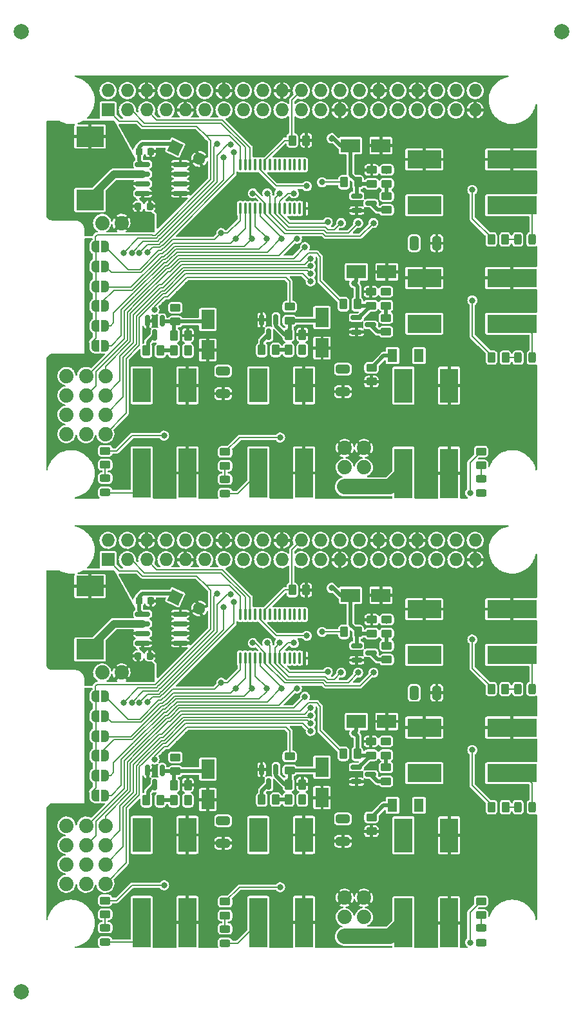
<source format=gtl>
G04 #@! TF.GenerationSoftware,KiCad,Pcbnew,6.0.7+dfsg-1+b1*
G04 #@! TF.CreationDate,2022-09-08T22:48:16+01:00*
G04 #@! TF.ProjectId,panel,70616e65-6c2e-46b6-9963-61645f706362,rev?*
G04 #@! TF.SameCoordinates,Original*
G04 #@! TF.FileFunction,Copper,L1,Top*
G04 #@! TF.FilePolarity,Positive*
%FSLAX46Y46*%
G04 Gerber Fmt 4.6, Leading zero omitted, Abs format (unit mm)*
G04 Created by KiCad (PCBNEW 6.0.7+dfsg-1+b1) date 2022-09-08 22:48:16*
%MOMM*%
%LPD*%
G01*
G04 APERTURE LIST*
G04 Aperture macros list*
%AMRoundRect*
0 Rectangle with rounded corners*
0 $1 Rounding radius*
0 $2 $3 $4 $5 $6 $7 $8 $9 X,Y pos of 4 corners*
0 Add a 4 corners polygon primitive as box body*
4,1,4,$2,$3,$4,$5,$6,$7,$8,$9,$2,$3,0*
0 Add four circle primitives for the rounded corners*
1,1,$1+$1,$2,$3*
1,1,$1+$1,$4,$5*
1,1,$1+$1,$6,$7*
1,1,$1+$1,$8,$9*
0 Add four rect primitives between the rounded corners*
20,1,$1+$1,$2,$3,$4,$5,0*
20,1,$1+$1,$4,$5,$6,$7,0*
20,1,$1+$1,$6,$7,$8,$9,0*
20,1,$1+$1,$8,$9,$2,$3,0*%
%AMRotRect*
0 Rectangle, with rotation*
0 The origin of the aperture is its center*
0 $1 length*
0 $2 width*
0 $3 Rotation angle, in degrees counterclockwise*
0 Add horizontal line*
21,1,$1,$2,0,0,$3*%
%AMFreePoly0*
4,1,22,0.500000,-0.750000,0.000000,-0.750000,0.000000,-0.745033,-0.079941,-0.743568,-0.215256,-0.701293,-0.333266,-0.622738,-0.424486,-0.514219,-0.481581,-0.384460,-0.499164,-0.250000,-0.500000,-0.250000,-0.500000,0.250000,-0.499164,0.250000,-0.499963,0.256109,-0.478152,0.396186,-0.417904,0.524511,-0.324060,0.630769,-0.204165,0.706417,-0.067858,0.745374,0.000000,0.744959,0.000000,0.750000,
0.500000,0.750000,0.500000,-0.750000,0.500000,-0.750000,$1*%
%AMFreePoly1*
4,1,20,0.000000,0.744959,0.073905,0.744508,0.209726,0.703889,0.328688,0.626782,0.421226,0.519385,0.479903,0.390333,0.500000,0.250000,0.500000,-0.250000,0.499851,-0.262216,0.476331,-0.402017,0.414519,-0.529596,0.319384,-0.634700,0.198574,-0.708877,0.061801,-0.746166,0.000000,-0.745033,0.000000,-0.750000,-0.500000,-0.750000,-0.500000,0.750000,0.000000,0.750000,0.000000,0.744959,
0.000000,0.744959,$1*%
G04 Aperture macros list end*
G04 #@! TA.AperFunction,SMDPad,CuDef*
%ADD10RoundRect,0.250000X-0.262500X-0.450000X0.262500X-0.450000X0.262500X0.450000X-0.262500X0.450000X0*%
G04 #@! TD*
G04 #@! TA.AperFunction,SMDPad,CuDef*
%ADD11R,2.500000X1.800000*%
G04 #@! TD*
G04 #@! TA.AperFunction,SMDPad,CuDef*
%ADD12RoundRect,0.250000X0.262500X0.450000X-0.262500X0.450000X-0.262500X-0.450000X0.262500X-0.450000X0*%
G04 #@! TD*
G04 #@! TA.AperFunction,SMDPad,CuDef*
%ADD13FreePoly0,0.000000*%
G04 #@! TD*
G04 #@! TA.AperFunction,SMDPad,CuDef*
%ADD14FreePoly1,0.000000*%
G04 #@! TD*
G04 #@! TA.AperFunction,SMDPad,CuDef*
%ADD15RoundRect,0.243750X0.243750X0.456250X-0.243750X0.456250X-0.243750X-0.456250X0.243750X-0.456250X0*%
G04 #@! TD*
G04 #@! TA.AperFunction,SMDPad,CuDef*
%ADD16RoundRect,0.250000X0.450000X-0.262500X0.450000X0.262500X-0.450000X0.262500X-0.450000X-0.262500X0*%
G04 #@! TD*
G04 #@! TA.AperFunction,SMDPad,CuDef*
%ADD17C,2.000000*%
G04 #@! TD*
G04 #@! TA.AperFunction,SMDPad,CuDef*
%ADD18R,1.800000X2.500000*%
G04 #@! TD*
G04 #@! TA.AperFunction,SMDPad,CuDef*
%ADD19RoundRect,0.243750X0.456250X-0.243750X0.456250X0.243750X-0.456250X0.243750X-0.456250X-0.243750X0*%
G04 #@! TD*
G04 #@! TA.AperFunction,ComponentPad*
%ADD20C,1.879600*%
G04 #@! TD*
G04 #@! TA.AperFunction,SMDPad,CuDef*
%ADD21R,2.387600X6.502400*%
G04 #@! TD*
G04 #@! TA.AperFunction,SMDPad,CuDef*
%ADD22R,2.387600X4.495800*%
G04 #@! TD*
G04 #@! TA.AperFunction,SMDPad,CuDef*
%ADD23R,3.600000X2.700000*%
G04 #@! TD*
G04 #@! TA.AperFunction,SMDPad,CuDef*
%ADD24R,6.502400X2.387600*%
G04 #@! TD*
G04 #@! TA.AperFunction,SMDPad,CuDef*
%ADD25R,4.495800X2.387600*%
G04 #@! TD*
G04 #@! TA.AperFunction,SMDPad,CuDef*
%ADD26RoundRect,0.225000X-0.225000X-0.250000X0.225000X-0.250000X0.225000X0.250000X-0.225000X0.250000X0*%
G04 #@! TD*
G04 #@! TA.AperFunction,SMDPad,CuDef*
%ADD27RoundRect,0.250000X-0.325000X-0.650000X0.325000X-0.650000X0.325000X0.650000X-0.325000X0.650000X0*%
G04 #@! TD*
G04 #@! TA.AperFunction,SMDPad,CuDef*
%ADD28RoundRect,0.150000X-0.587500X-0.150000X0.587500X-0.150000X0.587500X0.150000X-0.587500X0.150000X0*%
G04 #@! TD*
G04 #@! TA.AperFunction,SMDPad,CuDef*
%ADD29RoundRect,0.250000X-0.650000X0.325000X-0.650000X-0.325000X0.650000X-0.325000X0.650000X0.325000X0*%
G04 #@! TD*
G04 #@! TA.AperFunction,ComponentPad*
%ADD30R,1.727200X1.727200*%
G04 #@! TD*
G04 #@! TA.AperFunction,ComponentPad*
%ADD31O,1.727200X1.727200*%
G04 #@! TD*
G04 #@! TA.AperFunction,SMDPad,CuDef*
%ADD32RoundRect,0.150000X-0.150000X0.587500X-0.150000X-0.587500X0.150000X-0.587500X0.150000X0.587500X0*%
G04 #@! TD*
G04 #@! TA.AperFunction,SMDPad,CuDef*
%ADD33RoundRect,0.250000X-0.450000X0.262500X-0.450000X-0.262500X0.450000X-0.262500X0.450000X0.262500X0*%
G04 #@! TD*
G04 #@! TA.AperFunction,SMDPad,CuDef*
%ADD34RoundRect,0.100000X0.100000X-0.637500X0.100000X0.637500X-0.100000X0.637500X-0.100000X-0.637500X0*%
G04 #@! TD*
G04 #@! TA.AperFunction,SMDPad,CuDef*
%ADD35RoundRect,0.150000X-0.825000X-0.150000X0.825000X-0.150000X0.825000X0.150000X-0.825000X0.150000X0*%
G04 #@! TD*
G04 #@! TA.AperFunction,SMDPad,CuDef*
%ADD36R,1.300000X1.700000*%
G04 #@! TD*
G04 #@! TA.AperFunction,ComponentPad*
%ADD37RotRect,1.600000X1.600000X335.000000*%
G04 #@! TD*
G04 #@! TA.AperFunction,ComponentPad*
%ADD38C,1.600000*%
G04 #@! TD*
G04 #@! TA.AperFunction,ViaPad*
%ADD39C,1.000000*%
G04 #@! TD*
G04 #@! TA.AperFunction,ViaPad*
%ADD40C,0.800000*%
G04 #@! TD*
G04 #@! TA.AperFunction,Conductor*
%ADD41C,0.200000*%
G04 #@! TD*
G04 #@! TA.AperFunction,Conductor*
%ADD42C,0.500000*%
G04 #@! TD*
G04 #@! TA.AperFunction,Conductor*
%ADD43C,1.000000*%
G04 #@! TD*
G04 #@! TA.AperFunction,Conductor*
%ADD44C,0.250000*%
G04 #@! TD*
G04 #@! TA.AperFunction,Conductor*
%ADD45C,2.000000*%
G04 #@! TD*
G04 APERTURE END LIST*
D10*
X40037500Y-59350000D03*
X41862500Y-59350000D03*
D11*
X64000000Y-108000000D03*
X68000000Y-108000000D03*
D12*
X56912500Y-57250000D03*
X55087500Y-57250000D03*
X41862500Y-57350000D03*
X40037500Y-57350000D03*
D13*
X29700000Y-117700000D03*
D14*
X31000000Y-117700000D03*
D15*
X87137500Y-60250000D03*
X85262500Y-60250000D03*
D11*
X63250000Y-91450000D03*
X67250000Y-91450000D03*
D16*
X67900000Y-53437500D03*
X67900000Y-51612500D03*
X66000000Y-122412500D03*
X66000000Y-120587500D03*
D17*
X20000000Y-17500000D03*
D16*
X67900000Y-115862500D03*
X67900000Y-114037500D03*
D18*
X44500000Y-55250000D03*
X44500000Y-59250000D03*
D16*
X55250000Y-114412500D03*
X55250000Y-112587500D03*
D19*
X31000000Y-136937500D03*
X31000000Y-135062500D03*
D20*
X64999379Y-77206800D03*
X62459379Y-77206800D03*
X64999379Y-74666800D03*
X62459379Y-74666800D03*
X64999379Y-72126800D03*
X62459379Y-72126800D03*
D16*
X67900000Y-56862500D03*
X67900000Y-55037500D03*
D21*
X70199998Y-75443448D03*
X76200002Y-75443448D03*
D22*
X70199998Y-63943450D03*
X76200002Y-63943450D03*
D15*
X87137500Y-119250000D03*
X85262500Y-119250000D03*
D23*
X29000000Y-98550000D03*
X29000000Y-90250000D03*
D12*
X83612500Y-60250000D03*
X81787500Y-60250000D03*
D24*
X84443448Y-114800002D03*
X84443448Y-108799998D03*
D25*
X72943450Y-114800002D03*
X72943450Y-108799998D03*
D26*
X35325000Y-40400000D03*
X36875000Y-40400000D03*
D27*
X71625000Y-45250000D03*
X74575000Y-45250000D03*
D28*
X64062500Y-39050000D03*
X64062500Y-40950000D03*
X65937500Y-40000000D03*
D10*
X36424472Y-118345799D03*
X38249472Y-118345799D03*
D16*
X31000000Y-133312500D03*
X31000000Y-131487500D03*
D10*
X55087500Y-59250000D03*
X56912500Y-59250000D03*
D15*
X87087500Y-103750000D03*
X85212500Y-103750000D03*
D29*
X46500000Y-62025000D03*
X46500000Y-64975000D03*
D16*
X68000000Y-37462500D03*
X68000000Y-35637500D03*
D10*
X36424472Y-59345799D03*
X38249472Y-59345799D03*
D13*
X29700000Y-50900000D03*
D14*
X31000000Y-50900000D03*
D28*
X64012500Y-114000000D03*
X64012500Y-115900000D03*
X65887500Y-114950000D03*
D13*
X29700000Y-58700000D03*
D14*
X31000000Y-58700000D03*
D13*
X29700000Y-104700000D03*
D14*
X31000000Y-104700000D03*
D30*
X31370000Y-27770000D03*
D31*
X31370000Y-25230000D03*
X33910000Y-27770000D03*
X33910000Y-25230000D03*
X36450000Y-27770000D03*
X36450000Y-25230000D03*
X38990000Y-27770000D03*
X38990000Y-25230000D03*
X41530000Y-27770000D03*
X41530000Y-25230000D03*
X44070000Y-27770000D03*
X44070000Y-25230000D03*
X46610000Y-27770000D03*
X46610000Y-25230000D03*
X49150000Y-27770000D03*
X49150000Y-25230000D03*
X51690000Y-27770000D03*
X51690000Y-25230000D03*
X54230000Y-27770000D03*
X54230000Y-25230000D03*
X56770000Y-27770000D03*
X56770000Y-25230000D03*
X59310000Y-27770000D03*
X59310000Y-25230000D03*
X61850000Y-27770000D03*
X61850000Y-25230000D03*
X64390000Y-27770000D03*
X64390000Y-25230000D03*
X66930000Y-27770000D03*
X66930000Y-25230000D03*
X69470000Y-27770000D03*
X69470000Y-25230000D03*
X72010000Y-27770000D03*
X72010000Y-25230000D03*
X74550000Y-27770000D03*
X74550000Y-25230000D03*
X77090000Y-27770000D03*
X77090000Y-25230000D03*
X79630000Y-27770000D03*
X79630000Y-25230000D03*
D16*
X40225000Y-55537500D03*
X40225000Y-53712500D03*
D12*
X64137500Y-112250000D03*
X62312500Y-112250000D03*
D15*
X87087500Y-44750000D03*
X85212500Y-44750000D03*
D24*
X84443448Y-99250002D03*
X84443448Y-93249998D03*
D25*
X72943450Y-99250002D03*
X72943450Y-93249998D03*
D10*
X55087500Y-118250000D03*
X56912500Y-118250000D03*
D21*
X35799998Y-134393448D03*
X41800002Y-134393448D03*
D22*
X35799998Y-122893450D03*
X41800002Y-122893450D03*
D12*
X83612500Y-119250000D03*
X81787500Y-119250000D03*
D32*
X53450000Y-114312500D03*
X51550000Y-114312500D03*
X52500000Y-116187500D03*
D33*
X66025000Y-35637500D03*
X66025000Y-37462500D03*
D34*
X48750000Y-99687500D03*
X49400000Y-99687500D03*
X50050000Y-99687500D03*
X50700000Y-99687500D03*
X51350000Y-99687500D03*
X52000000Y-99687500D03*
X52650000Y-99687500D03*
X53300000Y-99687500D03*
X53950000Y-99687500D03*
X54600000Y-99687500D03*
X55250000Y-99687500D03*
X55900000Y-99687500D03*
X56550000Y-99687500D03*
X57200000Y-99687500D03*
X57200000Y-93962500D03*
X56550000Y-93962500D03*
X55900000Y-93962500D03*
X55250000Y-93962500D03*
X54600000Y-93962500D03*
X53950000Y-93962500D03*
X53300000Y-93962500D03*
X52650000Y-93962500D03*
X52000000Y-93962500D03*
X51350000Y-93962500D03*
X50700000Y-93962500D03*
X50050000Y-93962500D03*
X49400000Y-93962500D03*
X48750000Y-93962500D03*
D10*
X51587500Y-59250000D03*
X53412500Y-59250000D03*
D20*
X33140000Y-42590000D03*
X30600000Y-42590000D03*
D16*
X68000000Y-96462500D03*
X68000000Y-94637500D03*
D12*
X57412500Y-90750000D03*
X55587500Y-90750000D03*
D33*
X65925000Y-110612500D03*
X65925000Y-112437500D03*
D28*
X64012500Y-55000000D03*
X64012500Y-56900000D03*
X65887500Y-55950000D03*
D21*
X70199998Y-134443448D03*
X76200002Y-134443448D03*
D22*
X70199998Y-122943450D03*
X76200002Y-122943450D03*
D33*
X66025000Y-94637500D03*
X66025000Y-96462500D03*
D18*
X59500000Y-114000000D03*
X59500000Y-118000000D03*
D10*
X51587500Y-118250000D03*
X53412500Y-118250000D03*
D12*
X64212500Y-96250000D03*
X62387500Y-96250000D03*
D30*
X31370000Y-86770000D03*
D31*
X31370000Y-84230000D03*
X33910000Y-86770000D03*
X33910000Y-84230000D03*
X36450000Y-86770000D03*
X36450000Y-84230000D03*
X38990000Y-86770000D03*
X38990000Y-84230000D03*
X41530000Y-86770000D03*
X41530000Y-84230000D03*
X44070000Y-86770000D03*
X44070000Y-84230000D03*
X46610000Y-86770000D03*
X46610000Y-84230000D03*
X49150000Y-86770000D03*
X49150000Y-84230000D03*
X51690000Y-86770000D03*
X51690000Y-84230000D03*
X54230000Y-86770000D03*
X54230000Y-84230000D03*
X56770000Y-86770000D03*
X56770000Y-84230000D03*
X59310000Y-86770000D03*
X59310000Y-84230000D03*
X61850000Y-86770000D03*
X61850000Y-84230000D03*
X64390000Y-86770000D03*
X64390000Y-84230000D03*
X66930000Y-86770000D03*
X66930000Y-84230000D03*
X69470000Y-86770000D03*
X69470000Y-84230000D03*
X72010000Y-86770000D03*
X72010000Y-84230000D03*
X74550000Y-86770000D03*
X74550000Y-84230000D03*
X77090000Y-86770000D03*
X77090000Y-84230000D03*
X79630000Y-86770000D03*
X79630000Y-84230000D03*
D28*
X64062500Y-98050000D03*
X64062500Y-99950000D03*
X65937500Y-99000000D03*
D16*
X40225000Y-114537500D03*
X40225000Y-112712500D03*
D11*
X64000000Y-49000000D03*
X68000000Y-49000000D03*
D35*
X35925000Y-34895000D03*
X35925000Y-36165000D03*
X35925000Y-37435000D03*
X35925000Y-38705000D03*
X40875000Y-38705000D03*
X40875000Y-37435000D03*
X40875000Y-36165000D03*
X40875000Y-34895000D03*
D16*
X31000000Y-74312500D03*
X31000000Y-72487500D03*
D17*
X20000000Y-143500000D03*
D13*
X29700000Y-112500000D03*
D14*
X31000000Y-112500000D03*
D16*
X46750000Y-74462500D03*
X46750000Y-72637500D03*
D13*
X29700000Y-56100000D03*
D14*
X31000000Y-56100000D03*
D20*
X31020000Y-129290000D03*
X28480000Y-129290000D03*
X31020000Y-126750000D03*
X28480000Y-126750000D03*
X31020000Y-124210000D03*
X28480000Y-124210000D03*
X31020000Y-121670000D03*
X28480000Y-121670000D03*
D21*
X51124998Y-134393448D03*
X57125002Y-134393448D03*
D22*
X51124998Y-122893450D03*
X57125002Y-122893450D03*
D16*
X68000000Y-40887500D03*
X68000000Y-39062500D03*
D33*
X65925000Y-51612500D03*
X65925000Y-53437500D03*
D21*
X35799998Y-75393448D03*
X41800002Y-75393448D03*
D22*
X35799998Y-63893450D03*
X41800002Y-63893450D03*
D26*
X35425000Y-92200000D03*
X36975000Y-92200000D03*
D16*
X66000000Y-63412500D03*
X66000000Y-61587500D03*
D29*
X62250000Y-61775000D03*
X62250000Y-64725000D03*
D12*
X57412500Y-31750000D03*
X55587500Y-31750000D03*
D26*
X35325000Y-99400000D03*
X36875000Y-99400000D03*
D13*
X29700000Y-115100000D03*
D14*
X31000000Y-115100000D03*
D34*
X48750000Y-40687500D03*
X49400000Y-40687500D03*
X50050000Y-40687500D03*
X50700000Y-40687500D03*
X51350000Y-40687500D03*
X52000000Y-40687500D03*
X52650000Y-40687500D03*
X53300000Y-40687500D03*
X53950000Y-40687500D03*
X54600000Y-40687500D03*
X55250000Y-40687500D03*
X55900000Y-40687500D03*
X56550000Y-40687500D03*
X57200000Y-40687500D03*
X57200000Y-34962500D03*
X56550000Y-34962500D03*
X55900000Y-34962500D03*
X55250000Y-34962500D03*
X54600000Y-34962500D03*
X53950000Y-34962500D03*
X53300000Y-34962500D03*
X52650000Y-34962500D03*
X52000000Y-34962500D03*
X51350000Y-34962500D03*
X50700000Y-34962500D03*
X50050000Y-34962500D03*
X49400000Y-34962500D03*
X48750000Y-34962500D03*
D24*
X84443448Y-55800002D03*
X84443448Y-49799998D03*
D25*
X72943450Y-55800002D03*
X72943450Y-49799998D03*
D26*
X35425000Y-33200000D03*
X36975000Y-33200000D03*
D20*
X64999379Y-136206800D03*
X62459379Y-136206800D03*
X64999379Y-133666800D03*
X62459379Y-133666800D03*
X64999379Y-131126800D03*
X62459379Y-131126800D03*
D13*
X29700000Y-45700000D03*
D14*
X31000000Y-45700000D03*
D36*
X72250000Y-60000000D03*
X68750000Y-60000000D03*
D12*
X41862500Y-116350000D03*
X40037500Y-116350000D03*
D11*
X63250000Y-32450000D03*
X67250000Y-32450000D03*
D19*
X80400000Y-77991815D03*
X80400000Y-76116815D03*
X80400000Y-136991815D03*
X80400000Y-135116815D03*
D16*
X68000000Y-99887500D03*
X68000000Y-98062500D03*
D12*
X83562500Y-103750000D03*
X81737500Y-103750000D03*
D13*
X29700000Y-107300000D03*
D14*
X31000000Y-107300000D03*
D19*
X31000000Y-77937500D03*
X31000000Y-76062500D03*
D27*
X71625000Y-104250000D03*
X74575000Y-104250000D03*
D24*
X84443448Y-40250002D03*
X84443448Y-34249998D03*
D25*
X72943450Y-40250002D03*
X72943450Y-34249998D03*
D13*
X29700000Y-53500000D03*
D14*
X31000000Y-53500000D03*
D29*
X62250000Y-120775000D03*
X62250000Y-123725000D03*
D16*
X80400000Y-74412500D03*
X80400000Y-72587500D03*
D19*
X46750000Y-137087500D03*
X46750000Y-135212500D03*
D20*
X33140000Y-101590000D03*
X30600000Y-101590000D03*
D32*
X38475000Y-114437500D03*
X36575000Y-114437500D03*
X37525000Y-116312500D03*
D20*
X31020000Y-70290000D03*
X28480000Y-70290000D03*
X31020000Y-67750000D03*
X28480000Y-67750000D03*
X31020000Y-65210000D03*
X28480000Y-65210000D03*
X31020000Y-62670000D03*
X28480000Y-62670000D03*
D23*
X29000000Y-39550000D03*
X29000000Y-31250000D03*
D18*
X59500000Y-55000000D03*
X59500000Y-59000000D03*
D16*
X67900000Y-112437500D03*
X67900000Y-110612500D03*
D12*
X64137500Y-53250000D03*
X62312500Y-53250000D03*
X64212500Y-37250000D03*
X62387500Y-37250000D03*
D35*
X35925000Y-93895000D03*
X35925000Y-95165000D03*
X35925000Y-96435000D03*
X35925000Y-97705000D03*
X40875000Y-97705000D03*
X40875000Y-96435000D03*
X40875000Y-95165000D03*
X40875000Y-93895000D03*
D16*
X80400000Y-133412500D03*
X80400000Y-131587500D03*
D13*
X29700000Y-109900000D03*
D14*
X31000000Y-109900000D03*
D12*
X56912500Y-116250000D03*
X55087500Y-116250000D03*
D20*
X25920000Y-62670000D03*
X25920000Y-65210000D03*
X25920000Y-67750000D03*
X25920000Y-70290000D03*
D16*
X46750000Y-133462500D03*
X46750000Y-131637500D03*
D19*
X46750000Y-78087500D03*
X46750000Y-76212500D03*
D21*
X51124998Y-75393448D03*
X57125002Y-75393448D03*
D22*
X51124998Y-63893450D03*
X57125002Y-63893450D03*
D17*
X91000000Y-17500000D03*
D13*
X29700000Y-48300000D03*
D14*
X31000000Y-48300000D03*
D10*
X40037500Y-118350000D03*
X41862500Y-118350000D03*
D20*
X25920000Y-121670000D03*
X25920000Y-124210000D03*
X25920000Y-126750000D03*
X25920000Y-129290000D03*
D16*
X55250000Y-55412500D03*
X55250000Y-53587500D03*
D12*
X83562500Y-44750000D03*
X81737500Y-44750000D03*
D36*
X72250000Y-119000000D03*
X68750000Y-119000000D03*
D29*
X46500000Y-121025000D03*
X46500000Y-123975000D03*
D18*
X44500000Y-114250000D03*
X44500000Y-118250000D03*
D32*
X53450000Y-55312500D03*
X51550000Y-55312500D03*
X52500000Y-57187500D03*
X38475000Y-55437500D03*
X36575000Y-55437500D03*
X37525000Y-57312500D03*
D37*
X40200000Y-91700000D03*
D38*
X43372077Y-93179164D03*
D37*
X40200000Y-32700000D03*
D38*
X43372077Y-34179164D03*
D39*
X30200000Y-31500000D03*
X29000000Y-36300000D03*
X32500000Y-32600000D03*
X30200000Y-34500000D03*
X36600000Y-41900000D03*
X36600000Y-43100000D03*
X29000000Y-31500000D03*
X35400000Y-41900000D03*
D40*
X34200000Y-37700000D03*
D39*
X27800000Y-31500000D03*
D40*
X32700000Y-37700000D03*
D39*
X27800000Y-34500000D03*
X33300000Y-34900000D03*
X35400000Y-43100000D03*
D40*
X54200000Y-50700000D03*
D39*
X35900000Y-30900000D03*
X80750000Y-66000000D03*
X39000000Y-38700000D03*
X39000000Y-37500000D03*
X73400000Y-77100000D03*
X39000000Y-34900000D03*
D40*
X44250000Y-73250000D03*
D39*
X54800000Y-73500000D03*
X42300000Y-32500000D03*
X39000000Y-36200000D03*
D40*
X44250000Y-74250000D03*
D39*
X39200000Y-73500000D03*
X39200000Y-75900000D03*
X54800000Y-75900000D03*
D40*
X54200000Y-51900000D03*
X49250000Y-36500000D03*
D39*
X43000000Y-36100000D03*
D40*
X48000000Y-29600000D03*
D39*
X39200000Y-77100000D03*
X39000000Y-64000000D03*
D40*
X43000000Y-50700000D03*
X56200000Y-51900000D03*
X45400000Y-51900000D03*
X41800000Y-50700000D03*
D39*
X43000000Y-37500000D03*
D40*
X37510072Y-55132727D03*
X40600000Y-51900000D03*
X65000000Y-34000000D03*
D39*
X73400000Y-75900000D03*
X37900000Y-35600000D03*
X40500000Y-30900000D03*
D40*
X44200000Y-50700000D03*
X40300000Y-39800000D03*
D39*
X34100000Y-30400000D03*
D40*
X44200000Y-51900000D03*
X51250000Y-37250000D03*
X57000000Y-39000000D03*
D39*
X38200000Y-30900000D03*
X39200000Y-74700000D03*
D40*
X56200000Y-50700000D03*
D39*
X54800000Y-74700000D03*
D40*
X58000000Y-40750000D03*
X42750500Y-43442888D03*
X57250000Y-36500000D03*
X41800000Y-51900000D03*
X43000000Y-51900000D03*
X36960444Y-33232669D03*
D39*
X73400000Y-74700000D03*
D40*
X45400000Y-50700000D03*
X38769522Y-53269522D03*
D39*
X37900000Y-34200000D03*
D40*
X46200000Y-42100000D03*
D39*
X54800000Y-77100000D03*
D40*
X58000000Y-50250000D03*
X58000000Y-49250000D03*
X58000000Y-48250000D03*
X58000000Y-47250497D03*
X40225000Y-53712500D03*
X37487032Y-53987032D03*
X59500000Y-37250000D03*
X57250000Y-45750000D03*
X80412705Y-78004790D03*
X38750000Y-70500000D03*
X79250000Y-52750000D03*
X40037500Y-57350000D03*
X63725000Y-50500000D03*
X53500000Y-59000000D03*
X68000000Y-39000000D03*
X38250000Y-59400000D03*
X54000000Y-70750000D03*
X79250000Y-38250000D03*
X55250000Y-55412500D03*
X60750000Y-31500000D03*
X67900000Y-53437500D03*
X60250000Y-42500000D03*
X55800000Y-38700000D03*
X61999998Y-42587500D03*
X53900000Y-38700000D03*
X52300000Y-38700000D03*
X64250000Y-42587500D03*
X50400000Y-38700000D03*
X66250000Y-42587500D03*
X33400000Y-46500000D03*
X45673691Y-32196288D03*
X36575418Y-46475418D03*
X47919623Y-33330380D03*
X46553206Y-33966872D03*
X35500000Y-46500000D03*
X34500000Y-46500000D03*
X47500000Y-32300000D03*
D39*
X28900000Y-39400000D03*
X30100000Y-39400000D03*
D40*
X68750001Y-59999999D03*
X46250000Y-43912500D03*
X48201088Y-44668407D03*
X50242258Y-44673573D03*
X52205477Y-44682397D03*
X54205477Y-44682397D03*
X57500000Y-37750000D03*
X56205477Y-44669897D03*
D39*
X35425000Y-63841982D03*
X35500000Y-74250000D03*
X35500000Y-75500000D03*
X35425000Y-65075000D03*
X35500000Y-76750000D03*
X35500000Y-73000000D03*
X35425000Y-62608964D03*
X51128007Y-63711308D03*
X51086300Y-76780571D03*
X51128007Y-64961308D03*
X51086300Y-74230571D03*
X51086300Y-72980571D03*
X51128007Y-62561308D03*
X51086300Y-75424019D03*
X71500000Y-55750000D03*
X74000000Y-55750000D03*
X85900000Y-55750000D03*
X83400000Y-55750000D03*
X82150000Y-55750000D03*
X84650000Y-55750000D03*
X72750000Y-55750000D03*
X83400000Y-40500000D03*
X84650000Y-40500000D03*
X73900000Y-40500000D03*
X72650000Y-40500000D03*
X71400000Y-40500000D03*
X82150000Y-40500000D03*
X85900000Y-40500000D03*
D40*
X68000000Y-35750000D03*
D39*
X62250000Y-61750000D03*
D40*
X56901745Y-59000000D03*
D39*
X46500000Y-62000000D03*
D40*
X41862500Y-59350000D03*
X71600000Y-45300000D03*
X72250001Y-59999999D03*
X68000000Y-51500000D03*
D39*
X70200000Y-75661281D03*
X70200000Y-74338002D03*
X70200000Y-76900000D03*
X70200000Y-63900000D03*
X70200000Y-62700000D03*
X70200000Y-65100000D03*
X70200000Y-73088002D03*
D40*
X78944234Y-78002050D03*
D39*
X30200000Y-90500000D03*
X29000000Y-95300000D03*
X32500000Y-91600000D03*
X30200000Y-93500000D03*
X36600000Y-100900000D03*
X36600000Y-102100000D03*
X29000000Y-90500000D03*
X35400000Y-100900000D03*
D40*
X34200000Y-96700000D03*
D39*
X27800000Y-90500000D03*
D40*
X32700000Y-96700000D03*
D39*
X27800000Y-93500000D03*
X33300000Y-93900000D03*
X35400000Y-102100000D03*
D40*
X54200000Y-109700000D03*
D39*
X35900000Y-89900000D03*
X80750000Y-125000000D03*
X39000000Y-97700000D03*
X39000000Y-96500000D03*
X73400000Y-136100000D03*
X39000000Y-93900000D03*
D40*
X44250000Y-132250000D03*
D39*
X54800000Y-132500000D03*
X42300000Y-91500000D03*
X39000000Y-95200000D03*
D40*
X44250000Y-133250000D03*
D39*
X39200000Y-132500000D03*
X39200000Y-134900000D03*
X54800000Y-134900000D03*
D40*
X54200000Y-110900000D03*
X49250000Y-95500000D03*
D39*
X43000000Y-95100000D03*
D40*
X48000000Y-88600000D03*
D39*
X39200000Y-136100000D03*
X39000000Y-123000000D03*
D40*
X43000000Y-109700000D03*
X56200000Y-110900000D03*
X45400000Y-110900000D03*
X41800000Y-109700000D03*
D39*
X43000000Y-96500000D03*
D40*
X37510072Y-114132727D03*
X40600000Y-110900000D03*
X65000000Y-93000000D03*
D39*
X73400000Y-134900000D03*
X37900000Y-94600000D03*
X40500000Y-89900000D03*
D40*
X44200000Y-109700000D03*
X40300000Y-98800000D03*
D39*
X34100000Y-89400000D03*
D40*
X44200000Y-110900000D03*
X51250000Y-96250000D03*
X57000000Y-98000000D03*
D39*
X38200000Y-89900000D03*
X39200000Y-133700000D03*
D40*
X56200000Y-109700000D03*
D39*
X54800000Y-133700000D03*
D40*
X58000000Y-99750000D03*
X42750500Y-102442888D03*
X57250000Y-95500000D03*
X41800000Y-110900000D03*
X43000000Y-110900000D03*
X36960444Y-92232669D03*
D39*
X73400000Y-133700000D03*
D40*
X45400000Y-109700000D03*
X38769522Y-112269522D03*
D39*
X37900000Y-93200000D03*
D40*
X46200000Y-101100000D03*
D39*
X54800000Y-136100000D03*
D40*
X58000000Y-109250000D03*
X58000000Y-108250000D03*
X58000000Y-107250000D03*
X58000000Y-106250497D03*
X40225000Y-112712500D03*
X37487032Y-112987032D03*
X59500000Y-96250000D03*
X57250000Y-104750000D03*
X80412705Y-137004790D03*
X38750000Y-129500000D03*
X79250000Y-111750000D03*
X40037500Y-116350000D03*
X63725000Y-109500000D03*
X53500000Y-118000000D03*
X68000000Y-98000000D03*
X38250000Y-118400000D03*
X54000000Y-129750000D03*
X79250000Y-97250000D03*
X55250000Y-114412500D03*
X60750000Y-90500000D03*
X67900000Y-112437500D03*
X60250000Y-101500000D03*
X55800000Y-97700000D03*
X61999998Y-101587500D03*
X53900000Y-97700000D03*
X52300000Y-97700000D03*
X64250000Y-101587500D03*
X50400000Y-97700000D03*
X66250000Y-101587500D03*
X33400000Y-105500000D03*
X45673691Y-91196288D03*
X36575418Y-105475418D03*
X47919623Y-92330380D03*
X46553206Y-92966872D03*
X35500000Y-105500000D03*
X34500000Y-105500000D03*
X47500000Y-91300000D03*
D39*
X28900000Y-98400000D03*
X30100000Y-98400000D03*
D40*
X68750001Y-118999999D03*
X46250000Y-102912500D03*
X48201088Y-103668407D03*
X50242258Y-103673573D03*
X52205477Y-103682397D03*
X54205477Y-103682397D03*
X57500000Y-96750000D03*
X56205477Y-103669897D03*
D39*
X35425000Y-122841982D03*
X35500000Y-133250000D03*
X35500000Y-134500000D03*
X35425000Y-124075000D03*
X35500000Y-135750000D03*
X35500000Y-132000000D03*
X35425000Y-121608964D03*
X51128007Y-122711308D03*
X51086300Y-135780571D03*
X51128007Y-123961308D03*
X51086300Y-133230571D03*
X51086300Y-131980571D03*
X51128007Y-121561308D03*
X51086300Y-134424019D03*
X71500000Y-114750000D03*
X74000000Y-114750000D03*
X85900000Y-114750000D03*
X83400000Y-114750000D03*
X82150000Y-114750000D03*
X84650000Y-114750000D03*
X72750000Y-114750000D03*
X83400000Y-99500000D03*
X84650000Y-99500000D03*
X73900000Y-99500000D03*
X72650000Y-99500000D03*
X71400000Y-99500000D03*
X82150000Y-99500000D03*
X85900000Y-99500000D03*
D40*
X68000000Y-94750000D03*
D39*
X62250000Y-120750000D03*
D40*
X56901745Y-118000000D03*
D39*
X46500000Y-121000000D03*
D40*
X41862500Y-118350000D03*
X71600000Y-104300000D03*
X72250001Y-118999999D03*
X68000000Y-110500000D03*
D39*
X70200000Y-134661281D03*
X70200000Y-133338002D03*
X70200000Y-135900000D03*
X70200000Y-122900000D03*
X70200000Y-121700000D03*
X70200000Y-124100000D03*
X70200000Y-132088002D03*
D40*
X78944234Y-137002050D03*
D41*
X29700000Y-45700000D02*
X29700000Y-44375736D01*
X37550000Y-44200000D02*
X44900000Y-36850000D01*
X44900000Y-36850000D02*
X44900000Y-31800000D01*
X32850000Y-29250000D02*
X31370000Y-27770000D01*
X37200000Y-44200000D02*
X37550000Y-44200000D01*
X35250000Y-29250000D02*
X32850000Y-29250000D01*
X47339243Y-31150000D02*
X44250000Y-31150000D01*
X29750000Y-57700000D02*
X29250000Y-58200000D01*
X48750000Y-34962500D02*
X48750000Y-32560757D01*
X29700000Y-44375736D02*
X29925736Y-44150000D01*
X43000500Y-29900500D02*
X35900500Y-29900500D01*
X35900500Y-29900500D02*
X35250000Y-29250000D01*
X37150000Y-44150000D02*
X37200000Y-44200000D01*
X44250000Y-31150000D02*
X43000500Y-29900500D01*
X29750000Y-45250000D02*
X29750000Y-57700000D01*
X48750000Y-32560757D02*
X47339243Y-31150000D01*
X44900000Y-31800000D02*
X44250000Y-31150000D01*
X29925736Y-44150000D02*
X37150000Y-44150000D01*
X36450000Y-27770000D02*
X37781498Y-29101498D01*
X46420701Y-29101498D02*
X50050000Y-32730797D01*
X50050000Y-32730797D02*
X50050000Y-34962500D01*
X37781498Y-29101498D02*
X46420701Y-29101498D01*
X36136689Y-29500999D02*
X46255222Y-29500999D01*
X46255222Y-29500999D02*
X49400000Y-32645777D01*
X34405690Y-27770000D02*
X36136689Y-29500999D01*
X49400000Y-32645777D02*
X49400000Y-34962500D01*
X57000000Y-49250000D02*
X58000000Y-50250000D01*
X38928529Y-51896507D02*
X41575036Y-49250000D01*
X35497505Y-58627395D02*
X35497505Y-54957355D01*
X35497505Y-54957355D02*
X35859351Y-54595509D01*
X35889311Y-54595509D02*
X38588313Y-51896507D01*
X35859351Y-54595509D02*
X35889311Y-54595509D01*
X38588313Y-51896507D02*
X38928529Y-51896507D01*
X33747505Y-60377395D02*
X35497505Y-58627395D01*
X41575036Y-49250000D02*
X57000000Y-49250000D01*
X31020000Y-70290000D02*
X33747505Y-67562495D01*
X33747505Y-67562495D02*
X33747505Y-60377395D01*
X35693872Y-54196008D02*
X35723832Y-54196008D01*
X33348004Y-60211916D02*
X35098004Y-58461916D01*
X38422834Y-51497006D02*
X38763050Y-51497006D01*
X35098004Y-54791876D02*
X35693872Y-54196008D01*
X35723832Y-54196008D02*
X38422834Y-51497006D01*
X33348004Y-65421996D02*
X33348004Y-60211916D01*
X35098004Y-58461916D02*
X35098004Y-54791876D01*
X31020000Y-67750000D02*
X33348004Y-65421996D01*
X41409557Y-48850499D02*
X57600499Y-48850499D01*
X38763050Y-51497006D02*
X41409557Y-48850499D01*
X57600499Y-48850499D02*
X58000000Y-49250000D01*
X31020000Y-65210000D02*
X32948503Y-63281497D01*
X32948503Y-60046437D02*
X34698503Y-58296437D01*
X38257355Y-51097505D02*
X38597571Y-51097505D01*
X57799002Y-48450998D02*
X58000000Y-48250000D01*
X35558353Y-53796507D02*
X38257355Y-51097505D01*
X32948503Y-63281497D02*
X32948503Y-60046437D01*
X34698503Y-54626397D02*
X35528393Y-53796507D01*
X34698503Y-58296437D02*
X34698503Y-54626397D01*
X35528393Y-53796507D02*
X35558353Y-53796507D01*
X38597571Y-51097505D02*
X41244078Y-48450998D01*
X41244078Y-48450998D02*
X57799002Y-48450998D01*
X34299002Y-58130958D02*
X34299002Y-54460918D01*
X57201495Y-48049002D02*
X58000000Y-47250497D01*
X31020000Y-61409960D02*
X34299002Y-58130958D01*
X41081094Y-48049002D02*
X57201495Y-48049002D01*
X35392874Y-53397006D02*
X38091876Y-50698004D01*
X35362914Y-53397006D02*
X35392874Y-53397006D01*
X38432092Y-50698004D02*
X41081094Y-48049002D01*
X31020000Y-62670000D02*
X31020000Y-61409960D01*
X38091876Y-50698004D02*
X38432092Y-50698004D01*
X34299002Y-54460918D02*
X35362914Y-53397006D01*
X37487032Y-53562768D02*
X37487032Y-53987032D01*
X38753792Y-52296008D02*
X37487032Y-53562768D01*
X41750000Y-49750000D02*
X39203992Y-52296008D01*
X39203992Y-52296008D02*
X38753792Y-52296008D01*
X55250000Y-50250000D02*
X54750000Y-49750000D01*
X54750000Y-49750000D02*
X41750000Y-49750000D01*
X55250000Y-53587500D02*
X55250000Y-50250000D01*
X39891304Y-48673812D02*
X40915615Y-47649501D01*
X29750000Y-63940000D02*
X29750000Y-62114980D01*
X39855948Y-48673812D02*
X39891304Y-48673812D01*
X33899501Y-57965479D02*
X33899501Y-54295439D01*
X39230888Y-48994012D02*
X39535748Y-48994012D01*
X33899501Y-54295439D02*
X35197435Y-52997505D01*
X57710257Y-46550997D02*
X58790240Y-46550997D01*
X35197435Y-52997505D02*
X35227395Y-52997505D01*
X59250000Y-47010757D02*
X59250000Y-50187500D01*
X39535748Y-48994012D02*
X39855948Y-48673812D01*
X40915615Y-47649501D02*
X56611753Y-47649501D01*
X35227395Y-52997505D02*
X39230888Y-48994012D01*
X58790240Y-46550997D02*
X59250000Y-47010757D01*
X56611753Y-47649501D02*
X57710257Y-46550997D01*
X59250000Y-50187500D02*
X62312500Y-53250000D01*
X28480000Y-65210000D02*
X29750000Y-63940000D01*
X29750000Y-62114980D02*
X33899501Y-57965479D01*
X39370269Y-48594511D02*
X39065409Y-48594511D01*
X57250000Y-45750000D02*
X55750000Y-47250000D01*
X35061916Y-52598004D02*
X35031956Y-52598004D01*
X39065409Y-48594511D02*
X35061916Y-52598004D01*
X40750136Y-47250000D02*
X39725825Y-48274311D01*
X33500000Y-54129960D02*
X33500000Y-57800000D01*
X55750000Y-47250000D02*
X40750136Y-47250000D01*
X28630000Y-62670000D02*
X28480000Y-62670000D01*
X33500000Y-57800000D02*
X28630000Y-62670000D01*
X35031956Y-52598004D02*
X33500000Y-54129960D01*
X62387500Y-37250000D02*
X59500000Y-37250000D01*
X39690469Y-48274311D02*
X39370269Y-48594511D01*
X39725825Y-48274311D02*
X39690469Y-48274311D01*
X80400000Y-76262500D02*
X80400000Y-74412500D01*
X34500000Y-70500000D02*
X38750000Y-70500000D01*
X31000000Y-72487500D02*
X32512500Y-72487500D01*
X32512500Y-72487500D02*
X34500000Y-70500000D01*
X81787500Y-59950000D02*
X79250000Y-57412500D01*
X79250000Y-57412500D02*
X79250000Y-52750000D01*
D42*
X38575000Y-55537500D02*
X38475000Y-55437500D01*
X40225000Y-55537500D02*
X38575000Y-55537500D01*
X44212500Y-55537500D02*
X40225000Y-55537500D01*
X40037500Y-55725000D02*
X40037500Y-57350000D01*
X64325000Y-53437500D02*
X65925000Y-53437500D01*
X65925000Y-53437500D02*
X64362500Y-55000000D01*
X64000000Y-50225000D02*
X64000000Y-49000000D01*
X64137500Y-50912500D02*
X63725000Y-50500000D01*
X63725000Y-50500000D02*
X64000000Y-50225000D01*
X64137500Y-53250000D02*
X64137500Y-50912500D01*
X55087500Y-59250000D02*
X53412500Y-59250000D01*
X68000000Y-37462500D02*
X68000000Y-39000000D01*
D41*
X46750000Y-76212500D02*
X46750000Y-74462500D01*
D42*
X38249472Y-59345799D02*
X40033299Y-59345799D01*
D41*
X83562500Y-44750000D02*
X85212500Y-44750000D01*
X46750000Y-72637500D02*
X48637500Y-70750000D01*
X48637500Y-70750000D02*
X54000000Y-70750000D01*
X81737500Y-44500000D02*
X79250000Y-42012500D01*
X79250000Y-42012500D02*
X79250000Y-38250000D01*
D42*
X57412500Y-55412500D02*
X55250000Y-55412500D01*
X53450000Y-56062500D02*
X54637500Y-57250000D01*
X55250000Y-55412500D02*
X55250000Y-56500000D01*
X55087500Y-56662500D02*
X55087500Y-57250000D01*
X55250000Y-56500000D02*
X55087500Y-56662500D01*
X59475000Y-55425000D02*
X57425000Y-55425000D01*
X59500000Y-55400000D02*
X59475000Y-55425000D01*
X54637500Y-57250000D02*
X55087500Y-57250000D01*
X57425000Y-55425000D02*
X57412500Y-55412500D01*
X53450000Y-55312500D02*
X53450000Y-56062500D01*
X61950000Y-32450000D02*
X60800000Y-31300000D01*
X63250000Y-32450000D02*
X61950000Y-32450000D01*
X64212500Y-37250000D02*
X63250000Y-36287500D01*
X63250000Y-36287500D02*
X63250000Y-32450000D01*
X64425000Y-37462500D02*
X66025000Y-37462500D01*
X64062500Y-39050000D02*
X64062500Y-37400000D01*
X67900000Y-55037500D02*
X67900000Y-53437500D01*
D41*
X53950000Y-40687500D02*
X53950000Y-41340685D01*
X55000000Y-38700000D02*
X55800000Y-38700000D01*
X53950000Y-41340685D02*
X55196815Y-42587500D01*
X53950000Y-39750000D02*
X55000000Y-38700000D01*
X53950000Y-40687500D02*
X53950000Y-39750000D01*
X55196815Y-42587500D02*
X60250000Y-42587500D01*
X61087500Y-43500000D02*
X62000000Y-42587500D01*
X53300000Y-41340685D02*
X55108816Y-43149501D01*
X59910258Y-43149501D02*
X60260757Y-43500000D01*
X55108816Y-43149501D02*
X59910258Y-43149501D01*
X53300000Y-39300000D02*
X53900000Y-38700000D01*
X60260757Y-43500000D02*
X61087500Y-43500000D01*
X53300000Y-40687500D02*
X53300000Y-41340685D01*
X53300000Y-40687500D02*
X53300000Y-39300000D01*
X52650000Y-41340685D02*
X54858317Y-43549002D01*
X52650000Y-40687500D02*
X52650000Y-39050000D01*
X59744779Y-43549002D02*
X60095278Y-43899501D01*
X60095278Y-43899501D02*
X62937999Y-43899501D01*
X52650000Y-40687500D02*
X52650000Y-41340685D01*
X54858317Y-43549002D02*
X59744779Y-43549002D01*
X52650000Y-39050000D02*
X52300000Y-38700000D01*
X62937999Y-43899501D02*
X64250000Y-42587500D01*
X52000000Y-39998959D02*
X50701041Y-38700000D01*
X52000000Y-40687500D02*
X52000000Y-41340685D01*
X50701041Y-38700000D02*
X50400000Y-38700000D01*
X52000000Y-41340685D02*
X54607818Y-43948503D01*
X54607818Y-43948503D02*
X59579300Y-43948503D01*
X59579300Y-43948503D02*
X59929799Y-44299002D01*
X64538498Y-44299002D02*
X66250000Y-42587500D01*
X52000000Y-40687500D02*
X52000000Y-39998959D01*
X59929799Y-44299002D02*
X64538498Y-44299002D01*
X38071035Y-44279301D02*
X44674501Y-37675834D01*
X45299501Y-32570478D02*
X45673691Y-32196288D01*
X33400000Y-46500000D02*
X35300499Y-44599501D01*
X45299501Y-37015479D02*
X45299501Y-32570478D01*
X44674501Y-37640479D02*
X45299501Y-37015479D01*
X37715479Y-44599501D02*
X38035679Y-44279301D01*
X38035679Y-44279301D02*
X38071035Y-44279301D01*
X44674501Y-37675834D02*
X44674501Y-37640479D01*
X35300499Y-44599501D02*
X37715479Y-44599501D01*
X38532116Y-45477804D02*
X38211916Y-45798004D01*
X47919623Y-33330380D02*
X47919623Y-36125653D01*
X47919623Y-36125653D02*
X38567472Y-45477804D01*
X37252832Y-45798004D02*
X36575418Y-46475418D01*
X38211916Y-45798004D02*
X37252832Y-45798004D01*
X38567472Y-45477804D02*
X38532116Y-45477804D01*
X36601497Y-45398503D02*
X38046437Y-45398503D01*
X46553206Y-36927090D02*
X46553206Y-33966872D01*
X38046437Y-45398503D02*
X38366637Y-45078303D01*
X38401993Y-45078303D02*
X46553206Y-36927090D01*
X38366637Y-45078303D02*
X38401993Y-45078303D01*
X35500000Y-46500000D02*
X36601497Y-45398503D01*
X38236514Y-44678802D02*
X45699002Y-37216314D01*
X38201158Y-44678802D02*
X38236514Y-44678802D01*
X47100000Y-32300000D02*
X47500000Y-32300000D01*
X34500000Y-46500000D02*
X36000998Y-44999002D01*
X45699002Y-33700998D02*
X47100000Y-32300000D01*
X45699002Y-37216314D02*
X45699002Y-33700998D01*
X36000998Y-44999002D02*
X37880958Y-44999002D01*
X37880958Y-44999002D02*
X38201158Y-44678802D01*
D43*
X32185000Y-36165000D02*
X29000000Y-39350000D01*
X35925000Y-36165000D02*
X32185000Y-36165000D01*
D41*
X31000000Y-76062500D02*
X31000000Y-74312500D01*
X85262500Y-60250000D02*
X83612500Y-60250000D01*
D42*
X67587501Y-59999999D02*
X68750001Y-59999999D01*
X66000000Y-61587500D02*
X67587501Y-59999999D01*
D41*
X48750000Y-42250000D02*
X48750000Y-40687500D01*
X45362500Y-44750000D02*
X46200000Y-43912500D01*
X34000000Y-48700000D02*
X35520040Y-48700000D01*
X31000000Y-45700000D02*
X34000000Y-48700000D01*
X38697595Y-45877305D02*
X38732951Y-45877305D01*
X47087500Y-43912500D02*
X48750000Y-42250000D01*
X38732951Y-45877305D02*
X39860256Y-44750000D01*
X38377395Y-46197505D02*
X38697595Y-45877305D01*
X39860256Y-44750000D02*
X45362500Y-44750000D01*
X46200000Y-43912500D02*
X47087500Y-43912500D01*
X38022535Y-46197505D02*
X38377395Y-46197505D01*
X35520040Y-48700000D02*
X38022535Y-46197505D01*
X47475000Y-45250000D02*
X49400000Y-43325000D01*
X38542874Y-46597006D02*
X38863074Y-46276806D01*
X38898430Y-46276806D02*
X39925236Y-45250000D01*
X38863074Y-46276806D02*
X38898430Y-46276806D01*
X38188014Y-46597006D02*
X38542874Y-46597006D01*
X39925236Y-45250000D02*
X47475000Y-45250000D01*
X35685519Y-49099501D02*
X38188014Y-46597006D01*
X49400000Y-43325000D02*
X49400000Y-40687500D01*
X31799501Y-49099501D02*
X35685519Y-49099501D01*
X31000000Y-48300000D02*
X31799501Y-49099501D01*
D44*
X50242258Y-44673573D02*
X50050000Y-44481315D01*
D41*
X49263835Y-45651996D02*
X50242258Y-44673573D01*
X34400000Y-51000000D02*
X38403493Y-46996507D01*
D44*
X50050000Y-44481315D02*
X50050000Y-40687500D01*
D41*
X38708353Y-46996507D02*
X39028553Y-46676307D01*
X31150000Y-51000000D02*
X34400000Y-51000000D01*
X40088220Y-45651996D02*
X49263835Y-45651996D01*
X39063909Y-46676307D02*
X40088220Y-45651996D01*
X39028553Y-46676307D02*
X39063909Y-46676307D01*
X38403493Y-46996507D02*
X38708353Y-46996507D01*
X38568972Y-47396008D02*
X38873832Y-47396008D01*
X52200000Y-45100000D02*
X52200000Y-44525000D01*
X34565479Y-51399501D02*
X38568972Y-47396008D01*
X39229388Y-47075808D02*
X40253699Y-46051497D01*
X30550000Y-53000000D02*
X32150499Y-51399501D01*
X39194032Y-47075808D02*
X39229388Y-47075808D01*
X50700000Y-43025000D02*
X50700000Y-40687500D01*
X52200000Y-44525000D02*
X50700000Y-43025000D01*
X38873832Y-47396008D02*
X39194032Y-47075808D01*
X40253699Y-46051497D02*
X51248503Y-46051497D01*
X51248503Y-46051497D02*
X52200000Y-45100000D01*
X32150499Y-51399501D02*
X34565479Y-51399501D01*
X39039311Y-47795509D02*
X38734451Y-47795509D01*
X51350000Y-41675000D02*
X54200000Y-44525000D01*
X34730958Y-51799002D02*
X34700998Y-51799002D01*
X52274002Y-46450998D02*
X40419178Y-46450998D01*
X31700000Y-56100000D02*
X31000000Y-56100000D01*
X51350000Y-40687500D02*
X51350000Y-41675000D01*
X32100000Y-55700000D02*
X31700000Y-56100000D01*
X39394867Y-47475309D02*
X39359511Y-47475309D01*
X54200000Y-44525000D02*
X52274002Y-46450998D01*
X32100000Y-54400000D02*
X32100000Y-55700000D01*
X34700998Y-51799002D02*
X32100000Y-54400000D01*
X39359511Y-47475309D02*
X39039311Y-47795509D01*
X38734451Y-47795509D02*
X34730958Y-51799002D01*
X40419178Y-46450998D02*
X39394867Y-47475309D01*
X34896437Y-52198503D02*
X34866477Y-52198503D01*
X31800000Y-58700000D02*
X31000000Y-58700000D01*
X51350000Y-35615685D02*
X53484315Y-37750000D01*
X34866477Y-52198503D02*
X33100499Y-53964481D01*
X53484315Y-37750000D02*
X57500000Y-37750000D01*
X39560346Y-47874810D02*
X39524990Y-47874810D01*
X56200000Y-44512500D02*
X53862001Y-46850499D01*
X40584657Y-46850499D02*
X39560346Y-47874810D01*
X33100499Y-53964481D02*
X33100499Y-57399501D01*
X38899930Y-48195010D02*
X34896437Y-52198503D01*
X53862001Y-46850499D02*
X40584657Y-46850499D01*
X39524990Y-47874810D02*
X39204790Y-48195010D01*
X39204790Y-48195010D02*
X38899930Y-48195010D01*
X51350000Y-34962500D02*
X51350000Y-35615685D01*
X33100499Y-57399501D02*
X31800000Y-58700000D01*
D42*
X37525000Y-57312500D02*
X36612500Y-58225000D01*
X36612500Y-58225000D02*
X36612500Y-59350000D01*
X66800000Y-56862500D02*
X67900000Y-56862500D01*
X65887500Y-55950000D02*
X66800000Y-56862500D01*
X51587500Y-58100000D02*
X52500000Y-57187500D01*
X51587500Y-59250000D02*
X51587500Y-58100000D01*
X66825000Y-40887500D02*
X68000000Y-40887500D01*
X65937500Y-40000000D02*
X66825000Y-40887500D01*
D41*
X56770000Y-25230000D02*
X55513097Y-26486903D01*
X55587500Y-31750000D02*
X54559315Y-31750000D01*
X52000000Y-34309315D02*
X52000000Y-34962500D01*
X55513097Y-26486903D02*
X55513097Y-31637797D01*
X54559315Y-31750000D02*
X52000000Y-34309315D01*
X31150000Y-77987500D02*
X35262500Y-77987500D01*
X46750000Y-78087500D02*
X48430946Y-78087500D01*
X48430946Y-78087500D02*
X51124998Y-75393448D01*
X87137500Y-57137500D02*
X85750000Y-55750000D01*
X87137500Y-60250000D02*
X87137500Y-57137500D01*
X87087500Y-44750000D02*
X87087500Y-41087500D01*
D42*
X35425000Y-33200000D02*
X35433789Y-33208789D01*
X35900000Y-32200000D02*
X39700000Y-32200000D01*
X39700000Y-32200000D02*
X40200000Y-32700000D01*
X35425000Y-33200000D02*
X35425000Y-32675000D01*
X35425000Y-32675000D02*
X35900000Y-32200000D01*
X35433789Y-34403789D02*
X35925000Y-34895000D01*
X35433789Y-33208789D02*
X35433789Y-34403789D01*
D45*
X62459379Y-77206800D02*
X68436646Y-77206800D01*
D41*
X80400000Y-72587500D02*
X78944234Y-74043266D01*
D45*
X68436646Y-77206800D02*
X70199998Y-75443448D01*
D41*
X78944234Y-74043266D02*
X78944234Y-78002050D01*
X29700000Y-104700000D02*
X29700000Y-103375736D01*
X37550000Y-103200000D02*
X44900000Y-95850000D01*
X44900000Y-95850000D02*
X44900000Y-90800000D01*
X32850000Y-88250000D02*
X31370000Y-86770000D01*
X37200000Y-103200000D02*
X37550000Y-103200000D01*
X35250000Y-88250000D02*
X32850000Y-88250000D01*
X47339243Y-90150000D02*
X44250000Y-90150000D01*
X29750000Y-116700000D02*
X29250000Y-117200000D01*
X48750000Y-93962500D02*
X48750000Y-91560757D01*
X29700000Y-103375736D02*
X29925736Y-103150000D01*
X43000500Y-88900500D02*
X35900500Y-88900500D01*
X35900500Y-88900500D02*
X35250000Y-88250000D01*
X37150000Y-103150000D02*
X37200000Y-103200000D01*
X44250000Y-90150000D02*
X43000500Y-88900500D01*
X29750000Y-104250000D02*
X29750000Y-116700000D01*
X48750000Y-91560757D02*
X47339243Y-90150000D01*
X44900000Y-90800000D02*
X44250000Y-90150000D01*
X29925736Y-103150000D02*
X37150000Y-103150000D01*
X36450000Y-86770000D02*
X37781498Y-88101498D01*
X46420701Y-88101498D02*
X50050000Y-91730797D01*
X50050000Y-91730797D02*
X50050000Y-93962500D01*
X37781498Y-88101498D02*
X46420701Y-88101498D01*
X36136689Y-88500999D02*
X46255222Y-88500999D01*
X46255222Y-88500999D02*
X49400000Y-91645777D01*
X34405690Y-86770000D02*
X36136689Y-88500999D01*
X49400000Y-91645777D02*
X49400000Y-93962500D01*
X57000000Y-108250000D02*
X58000000Y-109250000D01*
X38928529Y-110896507D02*
X41575036Y-108250000D01*
X35497505Y-117627395D02*
X35497505Y-113957355D01*
X35497505Y-113957355D02*
X35859351Y-113595509D01*
X35889311Y-113595509D02*
X38588313Y-110896507D01*
X35859351Y-113595509D02*
X35889311Y-113595509D01*
X38588313Y-110896507D02*
X38928529Y-110896507D01*
X33747505Y-119377395D02*
X35497505Y-117627395D01*
X41575036Y-108250000D02*
X57000000Y-108250000D01*
X31020000Y-129290000D02*
X33747505Y-126562495D01*
X33747505Y-126562495D02*
X33747505Y-119377395D01*
X35693872Y-113196008D02*
X35723832Y-113196008D01*
X33348004Y-119211916D02*
X35098004Y-117461916D01*
X38422834Y-110497006D02*
X38763050Y-110497006D01*
X35098004Y-113791876D02*
X35693872Y-113196008D01*
X35723832Y-113196008D02*
X38422834Y-110497006D01*
X33348004Y-124421996D02*
X33348004Y-119211916D01*
X35098004Y-117461916D02*
X35098004Y-113791876D01*
X31020000Y-126750000D02*
X33348004Y-124421996D01*
X41409557Y-107850499D02*
X57600499Y-107850499D01*
X38763050Y-110497006D02*
X41409557Y-107850499D01*
X57600499Y-107850499D02*
X58000000Y-108250000D01*
X31020000Y-124210000D02*
X32948503Y-122281497D01*
X32948503Y-119046437D02*
X34698503Y-117296437D01*
X38257355Y-110097505D02*
X38597571Y-110097505D01*
X57799002Y-107450998D02*
X58000000Y-107250000D01*
X35558353Y-112796507D02*
X38257355Y-110097505D01*
X32948503Y-122281497D02*
X32948503Y-119046437D01*
X34698503Y-113626397D02*
X35528393Y-112796507D01*
X34698503Y-117296437D02*
X34698503Y-113626397D01*
X35528393Y-112796507D02*
X35558353Y-112796507D01*
X38597571Y-110097505D02*
X41244078Y-107450998D01*
X41244078Y-107450998D02*
X57799002Y-107450998D01*
X34299002Y-117130958D02*
X34299002Y-113460918D01*
X57201495Y-107049002D02*
X58000000Y-106250497D01*
X31020000Y-120409960D02*
X34299002Y-117130958D01*
X41081094Y-107049002D02*
X57201495Y-107049002D01*
X35392874Y-112397006D02*
X38091876Y-109698004D01*
X35362914Y-112397006D02*
X35392874Y-112397006D01*
X38432092Y-109698004D02*
X41081094Y-107049002D01*
X31020000Y-121670000D02*
X31020000Y-120409960D01*
X38091876Y-109698004D02*
X38432092Y-109698004D01*
X34299002Y-113460918D02*
X35362914Y-112397006D01*
X37487032Y-112562768D02*
X37487032Y-112987032D01*
X38753792Y-111296008D02*
X37487032Y-112562768D01*
X41750000Y-108750000D02*
X39203992Y-111296008D01*
X39203992Y-111296008D02*
X38753792Y-111296008D01*
X55250000Y-109250000D02*
X54750000Y-108750000D01*
X54750000Y-108750000D02*
X41750000Y-108750000D01*
X55250000Y-112587500D02*
X55250000Y-109250000D01*
X39891304Y-107673812D02*
X40915615Y-106649501D01*
X29750000Y-122940000D02*
X29750000Y-121114980D01*
X39855948Y-107673812D02*
X39891304Y-107673812D01*
X33899501Y-116965479D02*
X33899501Y-113295439D01*
X39230888Y-107994012D02*
X39535748Y-107994012D01*
X33899501Y-113295439D02*
X35197435Y-111997505D01*
X57710257Y-105550997D02*
X58790240Y-105550997D01*
X35197435Y-111997505D02*
X35227395Y-111997505D01*
X59250000Y-106010757D02*
X59250000Y-109187500D01*
X39535748Y-107994012D02*
X39855948Y-107673812D01*
X40915615Y-106649501D02*
X56611753Y-106649501D01*
X35227395Y-111997505D02*
X39230888Y-107994012D01*
X58790240Y-105550997D02*
X59250000Y-106010757D01*
X56611753Y-106649501D02*
X57710257Y-105550997D01*
X59250000Y-109187500D02*
X62312500Y-112250000D01*
X28480000Y-124210000D02*
X29750000Y-122940000D01*
X29750000Y-121114980D02*
X33899501Y-116965479D01*
X39370269Y-107594511D02*
X39065409Y-107594511D01*
X57250000Y-104750000D02*
X55750000Y-106250000D01*
X35061916Y-111598004D02*
X35031956Y-111598004D01*
X39065409Y-107594511D02*
X35061916Y-111598004D01*
X40750136Y-106250000D02*
X39725825Y-107274311D01*
X33500000Y-113129960D02*
X33500000Y-116800000D01*
X55750000Y-106250000D02*
X40750136Y-106250000D01*
X28630000Y-121670000D02*
X28480000Y-121670000D01*
X33500000Y-116800000D02*
X28630000Y-121670000D01*
X35031956Y-111598004D02*
X33500000Y-113129960D01*
X62387500Y-96250000D02*
X59500000Y-96250000D01*
X39690469Y-107274311D02*
X39370269Y-107594511D01*
X39725825Y-107274311D02*
X39690469Y-107274311D01*
X80400000Y-135262500D02*
X80400000Y-133412500D01*
X34500000Y-129500000D02*
X38750000Y-129500000D01*
X31000000Y-131487500D02*
X32512500Y-131487500D01*
X32512500Y-131487500D02*
X34500000Y-129500000D01*
X81787500Y-118950000D02*
X79250000Y-116412500D01*
X79250000Y-116412500D02*
X79250000Y-111750000D01*
D42*
X38575000Y-114537500D02*
X38475000Y-114437500D01*
X40225000Y-114537500D02*
X38575000Y-114537500D01*
X44212500Y-114537500D02*
X40225000Y-114537500D01*
X40037500Y-114725000D02*
X40037500Y-116350000D01*
X64325000Y-112437500D02*
X65925000Y-112437500D01*
X65925000Y-112437500D02*
X64362500Y-114000000D01*
X64000000Y-109225000D02*
X64000000Y-108000000D01*
X64137500Y-109912500D02*
X63725000Y-109500000D01*
X63725000Y-109500000D02*
X64000000Y-109225000D01*
X64137500Y-112250000D02*
X64137500Y-109912500D01*
X55087500Y-118250000D02*
X53412500Y-118250000D01*
X68000000Y-96462500D02*
X68000000Y-98000000D01*
D41*
X46750000Y-135212500D02*
X46750000Y-133462500D01*
D42*
X38249472Y-118345799D02*
X40033299Y-118345799D01*
D41*
X83562500Y-103750000D02*
X85212500Y-103750000D01*
X46750000Y-131637500D02*
X48637500Y-129750000D01*
X48637500Y-129750000D02*
X54000000Y-129750000D01*
X81737500Y-103500000D02*
X79250000Y-101012500D01*
X79250000Y-101012500D02*
X79250000Y-97250000D01*
D42*
X57412500Y-114412500D02*
X55250000Y-114412500D01*
X53450000Y-115062500D02*
X54637500Y-116250000D01*
X55250000Y-114412500D02*
X55250000Y-115500000D01*
X55087500Y-115662500D02*
X55087500Y-116250000D01*
X55250000Y-115500000D02*
X55087500Y-115662500D01*
X59475000Y-114425000D02*
X57425000Y-114425000D01*
X59500000Y-114400000D02*
X59475000Y-114425000D01*
X54637500Y-116250000D02*
X55087500Y-116250000D01*
X57425000Y-114425000D02*
X57412500Y-114412500D01*
X53450000Y-114312500D02*
X53450000Y-115062500D01*
X61950000Y-91450000D02*
X60800000Y-90300000D01*
X63250000Y-91450000D02*
X61950000Y-91450000D01*
X64212500Y-96250000D02*
X63250000Y-95287500D01*
X63250000Y-95287500D02*
X63250000Y-91450000D01*
X64425000Y-96462500D02*
X66025000Y-96462500D01*
X64062500Y-98050000D02*
X64062500Y-96400000D01*
X67900000Y-114037500D02*
X67900000Y-112437500D01*
D41*
X53950000Y-99687500D02*
X53950000Y-100340685D01*
X55000000Y-97700000D02*
X55800000Y-97700000D01*
X53950000Y-100340685D02*
X55196815Y-101587500D01*
X53950000Y-98750000D02*
X55000000Y-97700000D01*
X53950000Y-99687500D02*
X53950000Y-98750000D01*
X55196815Y-101587500D02*
X60250000Y-101587500D01*
X61087500Y-102500000D02*
X62000000Y-101587500D01*
X53300000Y-100340685D02*
X55108816Y-102149501D01*
X59910258Y-102149501D02*
X60260757Y-102500000D01*
X55108816Y-102149501D02*
X59910258Y-102149501D01*
X53300000Y-98300000D02*
X53900000Y-97700000D01*
X60260757Y-102500000D02*
X61087500Y-102500000D01*
X53300000Y-99687500D02*
X53300000Y-100340685D01*
X53300000Y-99687500D02*
X53300000Y-98300000D01*
X52650000Y-100340685D02*
X54858317Y-102549002D01*
X52650000Y-99687500D02*
X52650000Y-98050000D01*
X59744779Y-102549002D02*
X60095278Y-102899501D01*
X60095278Y-102899501D02*
X62937999Y-102899501D01*
X52650000Y-99687500D02*
X52650000Y-100340685D01*
X54858317Y-102549002D02*
X59744779Y-102549002D01*
X52650000Y-98050000D02*
X52300000Y-97700000D01*
X62937999Y-102899501D02*
X64250000Y-101587500D01*
X52000000Y-98998959D02*
X50701041Y-97700000D01*
X52000000Y-99687500D02*
X52000000Y-100340685D01*
X50701041Y-97700000D02*
X50400000Y-97700000D01*
X52000000Y-100340685D02*
X54607818Y-102948503D01*
X54607818Y-102948503D02*
X59579300Y-102948503D01*
X59579300Y-102948503D02*
X59929799Y-103299002D01*
X64538498Y-103299002D02*
X66250000Y-101587500D01*
X52000000Y-99687500D02*
X52000000Y-98998959D01*
X59929799Y-103299002D02*
X64538498Y-103299002D01*
X38071035Y-103279301D02*
X44674501Y-96675834D01*
X45299501Y-91570478D02*
X45673691Y-91196288D01*
X33400000Y-105500000D02*
X35300499Y-103599501D01*
X45299501Y-96015479D02*
X45299501Y-91570478D01*
X44674501Y-96640479D02*
X45299501Y-96015479D01*
X37715479Y-103599501D02*
X38035679Y-103279301D01*
X38035679Y-103279301D02*
X38071035Y-103279301D01*
X44674501Y-96675834D02*
X44674501Y-96640479D01*
X35300499Y-103599501D02*
X37715479Y-103599501D01*
X38532116Y-104477804D02*
X38211916Y-104798004D01*
X47919623Y-92330380D02*
X47919623Y-95125653D01*
X47919623Y-95125653D02*
X38567472Y-104477804D01*
X37252832Y-104798004D02*
X36575418Y-105475418D01*
X38211916Y-104798004D02*
X37252832Y-104798004D01*
X38567472Y-104477804D02*
X38532116Y-104477804D01*
X36601497Y-104398503D02*
X38046437Y-104398503D01*
X46553206Y-95927090D02*
X46553206Y-92966872D01*
X38046437Y-104398503D02*
X38366637Y-104078303D01*
X38401993Y-104078303D02*
X46553206Y-95927090D01*
X38366637Y-104078303D02*
X38401993Y-104078303D01*
X35500000Y-105500000D02*
X36601497Y-104398503D01*
X38236514Y-103678802D02*
X45699002Y-96216314D01*
X38201158Y-103678802D02*
X38236514Y-103678802D01*
X47100000Y-91300000D02*
X47500000Y-91300000D01*
X34500000Y-105500000D02*
X36000998Y-103999002D01*
X45699002Y-92700998D02*
X47100000Y-91300000D01*
X45699002Y-96216314D02*
X45699002Y-92700998D01*
X36000998Y-103999002D02*
X37880958Y-103999002D01*
X37880958Y-103999002D02*
X38201158Y-103678802D01*
D43*
X32185000Y-95165000D02*
X29000000Y-98350000D01*
X35925000Y-95165000D02*
X32185000Y-95165000D01*
D41*
X31000000Y-135062500D02*
X31000000Y-133312500D01*
X85262500Y-119250000D02*
X83612500Y-119250000D01*
D42*
X67587501Y-118999999D02*
X68750001Y-118999999D01*
X66000000Y-120587500D02*
X67587501Y-118999999D01*
D41*
X48750000Y-101250000D02*
X48750000Y-99687500D01*
X45362500Y-103750000D02*
X46200000Y-102912500D01*
X34000000Y-107700000D02*
X35520040Y-107700000D01*
X31000000Y-104700000D02*
X34000000Y-107700000D01*
X38697595Y-104877305D02*
X38732951Y-104877305D01*
X47087500Y-102912500D02*
X48750000Y-101250000D01*
X38732951Y-104877305D02*
X39860256Y-103750000D01*
X38377395Y-105197505D02*
X38697595Y-104877305D01*
X39860256Y-103750000D02*
X45362500Y-103750000D01*
X46200000Y-102912500D02*
X47087500Y-102912500D01*
X38022535Y-105197505D02*
X38377395Y-105197505D01*
X35520040Y-107700000D02*
X38022535Y-105197505D01*
X47475000Y-104250000D02*
X49400000Y-102325000D01*
X38542874Y-105597006D02*
X38863074Y-105276806D01*
X38898430Y-105276806D02*
X39925236Y-104250000D01*
X38863074Y-105276806D02*
X38898430Y-105276806D01*
X38188014Y-105597006D02*
X38542874Y-105597006D01*
X39925236Y-104250000D02*
X47475000Y-104250000D01*
X35685519Y-108099501D02*
X38188014Y-105597006D01*
X49400000Y-102325000D02*
X49400000Y-99687500D01*
X31799501Y-108099501D02*
X35685519Y-108099501D01*
X31000000Y-107300000D02*
X31799501Y-108099501D01*
D44*
X50242258Y-103673573D02*
X50050000Y-103481315D01*
D41*
X49263835Y-104651996D02*
X50242258Y-103673573D01*
X34400000Y-110000000D02*
X38403493Y-105996507D01*
D44*
X50050000Y-103481315D02*
X50050000Y-99687500D01*
D41*
X38708353Y-105996507D02*
X39028553Y-105676307D01*
X31150000Y-110000000D02*
X34400000Y-110000000D01*
X40088220Y-104651996D02*
X49263835Y-104651996D01*
X39063909Y-105676307D02*
X40088220Y-104651996D01*
X39028553Y-105676307D02*
X39063909Y-105676307D01*
X38403493Y-105996507D02*
X38708353Y-105996507D01*
X38568972Y-106396008D02*
X38873832Y-106396008D01*
X52200000Y-104100000D02*
X52200000Y-103525000D01*
X34565479Y-110399501D02*
X38568972Y-106396008D01*
X39229388Y-106075808D02*
X40253699Y-105051497D01*
X30550000Y-112000000D02*
X32150499Y-110399501D01*
X39194032Y-106075808D02*
X39229388Y-106075808D01*
X50700000Y-102025000D02*
X50700000Y-99687500D01*
X52200000Y-103525000D02*
X50700000Y-102025000D01*
X38873832Y-106396008D02*
X39194032Y-106075808D01*
X40253699Y-105051497D02*
X51248503Y-105051497D01*
X51248503Y-105051497D02*
X52200000Y-104100000D01*
X32150499Y-110399501D02*
X34565479Y-110399501D01*
X39039311Y-106795509D02*
X38734451Y-106795509D01*
X51350000Y-100675000D02*
X54200000Y-103525000D01*
X34730958Y-110799002D02*
X34700998Y-110799002D01*
X52274002Y-105450998D02*
X40419178Y-105450998D01*
X31700000Y-115100000D02*
X31000000Y-115100000D01*
X51350000Y-99687500D02*
X51350000Y-100675000D01*
X32100000Y-114700000D02*
X31700000Y-115100000D01*
X39394867Y-106475309D02*
X39359511Y-106475309D01*
X54200000Y-103525000D02*
X52274002Y-105450998D01*
X32100000Y-113400000D02*
X32100000Y-114700000D01*
X34700998Y-110799002D02*
X32100000Y-113400000D01*
X39359511Y-106475309D02*
X39039311Y-106795509D01*
X38734451Y-106795509D02*
X34730958Y-110799002D01*
X40419178Y-105450998D02*
X39394867Y-106475309D01*
X34896437Y-111198503D02*
X34866477Y-111198503D01*
X31800000Y-117700000D02*
X31000000Y-117700000D01*
X51350000Y-94615685D02*
X53484315Y-96750000D01*
X34866477Y-111198503D02*
X33100499Y-112964481D01*
X53484315Y-96750000D02*
X57500000Y-96750000D01*
X39560346Y-106874810D02*
X39524990Y-106874810D01*
X56200000Y-103512500D02*
X53862001Y-105850499D01*
X40584657Y-105850499D02*
X39560346Y-106874810D01*
X33100499Y-112964481D02*
X33100499Y-116399501D01*
X38899930Y-107195010D02*
X34896437Y-111198503D01*
X53862001Y-105850499D02*
X40584657Y-105850499D01*
X39524990Y-106874810D02*
X39204790Y-107195010D01*
X39204790Y-107195010D02*
X38899930Y-107195010D01*
X51350000Y-93962500D02*
X51350000Y-94615685D01*
X33100499Y-116399501D02*
X31800000Y-117700000D01*
D42*
X37525000Y-116312500D02*
X36612500Y-117225000D01*
X36612500Y-117225000D02*
X36612500Y-118350000D01*
X66800000Y-115862500D02*
X67900000Y-115862500D01*
X65887500Y-114950000D02*
X66800000Y-115862500D01*
X51587500Y-117100000D02*
X52500000Y-116187500D01*
X51587500Y-118250000D02*
X51587500Y-117100000D01*
X66825000Y-99887500D02*
X68000000Y-99887500D01*
X65937500Y-99000000D02*
X66825000Y-99887500D01*
D41*
X56770000Y-84230000D02*
X55513097Y-85486903D01*
X55587500Y-90750000D02*
X54559315Y-90750000D01*
X52000000Y-93309315D02*
X52000000Y-93962500D01*
X55513097Y-85486903D02*
X55513097Y-90637797D01*
X54559315Y-90750000D02*
X52000000Y-93309315D01*
X31150000Y-136987500D02*
X35262500Y-136987500D01*
X46750000Y-137087500D02*
X48430946Y-137087500D01*
X48430946Y-137087500D02*
X51124998Y-134393448D01*
X87137500Y-116137500D02*
X85750000Y-114750000D01*
X87137500Y-119250000D02*
X87137500Y-116137500D01*
X87087500Y-103750000D02*
X87087500Y-100087500D01*
D42*
X35425000Y-92200000D02*
X35433789Y-92208789D01*
X35900000Y-91200000D02*
X39700000Y-91200000D01*
X39700000Y-91200000D02*
X40200000Y-91700000D01*
X35425000Y-92200000D02*
X35425000Y-91675000D01*
X35425000Y-91675000D02*
X35900000Y-91200000D01*
X35433789Y-93403789D02*
X35925000Y-93895000D01*
X35433789Y-92208789D02*
X35433789Y-93403789D01*
D45*
X62459379Y-136206800D02*
X68436646Y-136206800D01*
D41*
X80400000Y-131587500D02*
X78944234Y-133043266D01*
D45*
X68436646Y-136206800D02*
X70199998Y-134443448D01*
D41*
X78944234Y-133043266D02*
X78944234Y-137002050D01*
G04 #@! TA.AperFunction,Conductor*
G36*
X24899419Y-29175474D02*
G01*
X24944416Y-29186460D01*
X25234355Y-29335789D01*
X25234363Y-29335793D01*
X25236853Y-29337075D01*
X25239479Y-29338070D01*
X25239486Y-29338073D01*
X25563509Y-29460834D01*
X25563516Y-29460836D01*
X25566139Y-29461830D01*
X25907430Y-29548507D01*
X26256340Y-29595992D01*
X26258700Y-29596085D01*
X26258703Y-29596085D01*
X26370127Y-29600463D01*
X26370151Y-29600463D01*
X26371081Y-29600500D01*
X26589198Y-29600500D01*
X26785203Y-29589370D01*
X26848762Y-29585761D01*
X26848764Y-29585761D01*
X26851560Y-29585602D01*
X26915745Y-29574573D01*
X26976297Y-29583353D01*
X27020124Y-29626047D01*
X27030485Y-29686349D01*
X27014826Y-29727144D01*
X26969922Y-29794349D01*
X26962603Y-29812017D01*
X26950948Y-29870612D01*
X26950000Y-29880234D01*
X26950000Y-31034320D01*
X26954122Y-31047005D01*
X26958243Y-31050000D01*
X28784320Y-31050000D01*
X28797005Y-31045878D01*
X28800000Y-31041757D01*
X28800000Y-31034320D01*
X29200000Y-31034320D01*
X29204122Y-31047005D01*
X29208243Y-31050000D01*
X31034320Y-31050000D01*
X31047005Y-31045878D01*
X31050000Y-31041757D01*
X31050000Y-29880234D01*
X31049052Y-29870612D01*
X31037397Y-29812017D01*
X31030078Y-29794349D01*
X30985659Y-29727870D01*
X30972130Y-29714341D01*
X30905651Y-29669922D01*
X30887983Y-29662603D01*
X30829388Y-29650948D01*
X30819766Y-29650000D01*
X29215680Y-29650000D01*
X29202995Y-29654122D01*
X29200000Y-29658243D01*
X29200000Y-31034320D01*
X28800000Y-31034320D01*
X28800000Y-29665680D01*
X28795878Y-29652995D01*
X28791757Y-29650000D01*
X27466512Y-29650000D01*
X27408321Y-29631093D01*
X27372357Y-29581593D01*
X27372357Y-29520407D01*
X27408321Y-29470907D01*
X27438809Y-29455955D01*
X27533970Y-29428218D01*
X27533974Y-29428217D01*
X27536659Y-29427434D01*
X27755208Y-29335789D01*
X27858791Y-29292353D01*
X27858793Y-29292352D01*
X27861390Y-29291263D01*
X27933005Y-29251157D01*
X28026558Y-29198765D01*
X28075264Y-29186143D01*
X30630486Y-29194727D01*
X32141639Y-29199804D01*
X32199765Y-29218906D01*
X32228086Y-29251157D01*
X32568179Y-29870612D01*
X34921070Y-34156235D01*
X34933289Y-34203880D01*
X34933289Y-34319785D01*
X34914382Y-34377976D01*
X34879232Y-34407995D01*
X34868601Y-34413411D01*
X34868595Y-34413416D01*
X34861658Y-34416950D01*
X34771950Y-34506658D01*
X34768415Y-34513595D01*
X34768414Y-34513597D01*
X34717890Y-34612756D01*
X34714354Y-34619696D01*
X34699500Y-34713481D01*
X34699501Y-35076518D01*
X34714354Y-35170304D01*
X34717889Y-35177242D01*
X34717891Y-35177248D01*
X34765434Y-35270555D01*
X34775006Y-35330987D01*
X34747229Y-35385503D01*
X34692712Y-35413281D01*
X34677225Y-35414500D01*
X32249411Y-35414500D01*
X32234522Y-35413374D01*
X32217059Y-35410717D01*
X32217055Y-35410717D01*
X32211370Y-35409852D01*
X32159505Y-35414070D01*
X32158231Y-35414174D01*
X32150205Y-35414500D01*
X32141178Y-35414500D01*
X32112781Y-35417811D01*
X32109357Y-35418149D01*
X32092651Y-35419508D01*
X32042678Y-35423572D01*
X32042675Y-35423573D01*
X32036941Y-35424039D01*
X32031470Y-35425811D01*
X32025826Y-35426939D01*
X32025801Y-35426815D01*
X32022454Y-35427545D01*
X32022483Y-35427668D01*
X32016890Y-35428990D01*
X32011172Y-35429657D01*
X32005759Y-35431622D01*
X32005758Y-35431622D01*
X31942850Y-35454456D01*
X31939583Y-35455578D01*
X31935870Y-35456781D01*
X31870454Y-35477973D01*
X31865539Y-35480956D01*
X31860305Y-35483352D01*
X31860253Y-35483238D01*
X31857165Y-35484717D01*
X31857221Y-35484830D01*
X31852076Y-35487406D01*
X31846669Y-35489369D01*
X31785865Y-35529234D01*
X31782982Y-35531052D01*
X31720840Y-35568761D01*
X31712548Y-35576085D01*
X31712355Y-35575866D01*
X31709350Y-35578259D01*
X31709536Y-35578481D01*
X31705121Y-35582172D01*
X31700315Y-35585323D01*
X31696366Y-35589492D01*
X31696362Y-35589495D01*
X31647401Y-35641180D01*
X31645534Y-35643099D01*
X29368129Y-37920504D01*
X29313612Y-37948281D01*
X29298125Y-37949500D01*
X27175326Y-37949500D01*
X27102260Y-37964034D01*
X27019399Y-38019399D01*
X26964034Y-38102260D01*
X26949500Y-38175326D01*
X26949500Y-40924674D01*
X26964034Y-40997740D01*
X27019399Y-41080601D01*
X27102260Y-41135966D01*
X27175326Y-41150500D01*
X30824674Y-41150500D01*
X30897740Y-41135966D01*
X30980601Y-41080601D01*
X31035966Y-40997740D01*
X31050500Y-40924674D01*
X31050500Y-40692291D01*
X34625000Y-40692291D01*
X34625289Y-40697625D01*
X34630640Y-40746880D01*
X34633489Y-40758859D01*
X34676596Y-40873850D01*
X34683299Y-40886093D01*
X34756437Y-40983682D01*
X34766318Y-40993563D01*
X34863907Y-41066701D01*
X34876150Y-41073404D01*
X34991141Y-41116511D01*
X35003120Y-41119360D01*
X35052375Y-41124711D01*
X35057709Y-41125000D01*
X35109320Y-41125000D01*
X35122005Y-41120878D01*
X35125000Y-41116757D01*
X35125000Y-40615680D01*
X35120878Y-40602995D01*
X35116757Y-40600000D01*
X34640680Y-40600000D01*
X34627995Y-40604122D01*
X34625000Y-40608243D01*
X34625000Y-40692291D01*
X31050500Y-40692291D01*
X31050500Y-38401875D01*
X31069407Y-38343684D01*
X31079496Y-38331871D01*
X32466871Y-36944496D01*
X32521388Y-36916719D01*
X32536875Y-36915500D01*
X34677785Y-36915500D01*
X34735976Y-36934407D01*
X34771940Y-36983907D01*
X34771940Y-37045093D01*
X34765995Y-37059445D01*
X34718371Y-37152912D01*
X34713616Y-37167547D01*
X34705386Y-37219512D01*
X34707473Y-37232687D01*
X34708249Y-37233463D01*
X34714651Y-37235000D01*
X35000000Y-37235000D01*
X35000000Y-37635000D01*
X34718614Y-37635000D01*
X34705929Y-37639122D01*
X34705284Y-37640010D01*
X34704767Y-37646574D01*
X34713616Y-37702449D01*
X34718373Y-37717091D01*
X34768823Y-37816106D01*
X34777865Y-37828551D01*
X34856449Y-37907135D01*
X34868894Y-37916177D01*
X34945945Y-37955436D01*
X34989210Y-37998701D01*
X35000000Y-38043646D01*
X35000000Y-38095793D01*
X34981093Y-38153984D01*
X34945946Y-38184002D01*
X34868600Y-38223412D01*
X34868596Y-38223415D01*
X34861658Y-38226950D01*
X34771950Y-38316658D01*
X34768415Y-38323595D01*
X34768414Y-38323597D01*
X34723070Y-38412590D01*
X34714354Y-38429696D01*
X34713135Y-38437390D01*
X34713135Y-38437391D01*
X34707500Y-38472970D01*
X34699500Y-38523481D01*
X34699501Y-38886518D01*
X34700110Y-38890361D01*
X34700110Y-38890366D01*
X34705947Y-38927217D01*
X34714354Y-38980304D01*
X34771950Y-39093342D01*
X34861658Y-39183050D01*
X34868595Y-39186585D01*
X34868597Y-39186586D01*
X34917058Y-39211278D01*
X34951478Y-39228816D01*
X34994742Y-39272080D01*
X35000000Y-39284775D01*
X35000000Y-39300000D01*
X35230129Y-39501520D01*
X35261451Y-39554080D01*
X35255897Y-39615013D01*
X35215588Y-39661044D01*
X35164908Y-39675000D01*
X35057709Y-39675000D01*
X35052375Y-39675289D01*
X35003120Y-39680640D01*
X34991141Y-39683489D01*
X34876150Y-39726596D01*
X34863907Y-39733299D01*
X34766318Y-39806437D01*
X34756437Y-39816318D01*
X34683299Y-39913907D01*
X34676596Y-39926150D01*
X34633489Y-40041141D01*
X34630640Y-40053120D01*
X34625289Y-40102375D01*
X34625000Y-40107709D01*
X34625000Y-40184320D01*
X34629122Y-40197005D01*
X34633243Y-40200000D01*
X35426000Y-40200000D01*
X35484191Y-40218907D01*
X35520155Y-40268407D01*
X35525000Y-40299000D01*
X35525000Y-41109320D01*
X35529122Y-41122005D01*
X35533243Y-41125000D01*
X35592291Y-41125000D01*
X35597625Y-41124711D01*
X35646880Y-41119360D01*
X35658859Y-41116511D01*
X35773850Y-41073404D01*
X35786093Y-41066701D01*
X35883682Y-40993563D01*
X35893563Y-40983682D01*
X35966701Y-40886093D01*
X35973404Y-40873850D01*
X36007032Y-40784145D01*
X36045162Y-40736294D01*
X36104136Y-40719994D01*
X36161428Y-40741471D01*
X36192432Y-40784144D01*
X36215894Y-40846728D01*
X36228628Y-40880695D01*
X36265158Y-40929437D01*
X36305813Y-40983682D01*
X36310313Y-40989687D01*
X36419305Y-41071372D01*
X36546843Y-41119184D01*
X36553013Y-41119854D01*
X36553016Y-41119855D01*
X36589346Y-41123801D01*
X36604985Y-41125500D01*
X36619395Y-41125500D01*
X37047439Y-41125499D01*
X37105629Y-41144406D01*
X37112659Y-41150019D01*
X37479034Y-41470848D01*
X37510356Y-41523408D01*
X37512807Y-41544249D01*
X37536041Y-43676184D01*
X37517769Y-43734577D01*
X37507051Y-43747267D01*
X37433940Y-43820378D01*
X37379423Y-43848155D01*
X37321703Y-43839014D01*
X37321189Y-43838608D01*
X37313883Y-43836042D01*
X37312636Y-43835395D01*
X37306331Y-43830889D01*
X37271184Y-43820378D01*
X37260585Y-43817208D01*
X37256149Y-43815767D01*
X37216967Y-43802007D01*
X37216964Y-43802006D01*
X37211094Y-43799945D01*
X37205956Y-43799500D01*
X37203818Y-43799500D01*
X37202099Y-43799426D01*
X37200738Y-43799311D01*
X37194536Y-43797456D01*
X37186365Y-43797777D01*
X37144446Y-43799424D01*
X37140559Y-43799500D01*
X33794858Y-43799500D01*
X33736667Y-43780593D01*
X33700703Y-43731093D01*
X33700703Y-43669907D01*
X33736667Y-43620407D01*
X33746485Y-43614123D01*
X33812832Y-43576967D01*
X33818743Y-43572904D01*
X33825566Y-43562090D01*
X33825380Y-43559260D01*
X33823378Y-43556220D01*
X33151086Y-42883929D01*
X33139203Y-42877875D01*
X33134172Y-42878671D01*
X32462779Y-43550063D01*
X32456725Y-43561946D01*
X32456732Y-43561991D01*
X32462255Y-43568207D01*
X32537052Y-43618185D01*
X32574931Y-43666235D01*
X32577333Y-43727373D01*
X32543340Y-43778247D01*
X32482050Y-43799500D01*
X31255880Y-43799500D01*
X31197689Y-43780593D01*
X31161725Y-43731093D01*
X31161725Y-43669907D01*
X31197689Y-43620407D01*
X31207507Y-43614123D01*
X31273117Y-43577380D01*
X31277081Y-43575160D01*
X31445275Y-43435275D01*
X31585160Y-43267081D01*
X31596385Y-43247038D01*
X31689833Y-43080174D01*
X31689834Y-43080172D01*
X31692051Y-43076213D01*
X31695007Y-43067507D01*
X31758170Y-42881434D01*
X31762370Y-42869060D01*
X31763039Y-42864452D01*
X31771214Y-42808067D01*
X31798276Y-42753191D01*
X31852424Y-42724703D01*
X31912976Y-42733483D01*
X31956803Y-42776178D01*
X31965143Y-42797904D01*
X32012523Y-42984463D01*
X32015543Y-42992991D01*
X32103289Y-43183326D01*
X32107807Y-43191152D01*
X32160124Y-43265181D01*
X32170809Y-43273160D01*
X32171560Y-43273170D01*
X32177689Y-43269469D01*
X32846071Y-42601086D01*
X32851313Y-42590797D01*
X33427875Y-42590797D01*
X33428671Y-42595828D01*
X34102260Y-43269418D01*
X34114143Y-43275472D01*
X34116946Y-43275028D01*
X34119790Y-43272756D01*
X34121841Y-43270290D01*
X34126964Y-43262836D01*
X34229375Y-43079969D01*
X34233053Y-43071707D01*
X34300422Y-42873244D01*
X34302533Y-42864452D01*
X34332842Y-42655411D01*
X34333335Y-42649627D01*
X34334821Y-42592913D01*
X34334631Y-42587101D01*
X34315303Y-42376765D01*
X34313656Y-42367879D01*
X34256764Y-42166157D01*
X34253523Y-42157713D01*
X34160825Y-41969740D01*
X34156100Y-41962030D01*
X34120472Y-41914318D01*
X34109578Y-41906619D01*
X34108129Y-41906638D01*
X34103039Y-41909803D01*
X33433929Y-42578914D01*
X33427875Y-42590797D01*
X32851313Y-42590797D01*
X32852125Y-42589203D01*
X32851329Y-42584172D01*
X32179155Y-41911997D01*
X32167272Y-41905943D01*
X32165155Y-41906278D01*
X32161424Y-41909340D01*
X32140687Y-41935645D01*
X32135762Y-41943228D01*
X32038170Y-42128722D01*
X32034715Y-42137062D01*
X31972561Y-42337228D01*
X31970680Y-42346078D01*
X31969234Y-42358296D01*
X31943617Y-42413861D01*
X31890233Y-42443757D01*
X31829472Y-42436565D01*
X31784543Y-42395032D01*
X31776190Y-42371928D01*
X31775382Y-42372156D01*
X31759086Y-42314376D01*
X31716001Y-42161607D01*
X31619245Y-41965406D01*
X31488355Y-41790122D01*
X31463495Y-41767142D01*
X31331043Y-41644704D01*
X31331042Y-41644703D01*
X31327713Y-41641626D01*
X31323878Y-41639206D01*
X31289964Y-41617808D01*
X32454470Y-41617808D01*
X32459166Y-41626324D01*
X33128914Y-42296071D01*
X33140797Y-42302125D01*
X33145828Y-42301329D01*
X33818139Y-41629019D01*
X33824017Y-41617481D01*
X33817924Y-41610803D01*
X33686309Y-41527760D01*
X33678256Y-41523657D01*
X33483581Y-41445990D01*
X33474923Y-41443425D01*
X33269355Y-41402535D01*
X33260362Y-41401590D01*
X33050788Y-41398845D01*
X33041773Y-41399555D01*
X32835214Y-41435049D01*
X32826478Y-41437390D01*
X32629843Y-41509933D01*
X32621680Y-41513826D01*
X32462727Y-41608393D01*
X32454470Y-41617808D01*
X31289964Y-41617808D01*
X31146538Y-41527313D01*
X31146533Y-41527311D01*
X31142700Y-41524892D01*
X30939512Y-41443828D01*
X30724953Y-41401150D01*
X30615582Y-41399718D01*
X30510749Y-41398345D01*
X30510744Y-41398345D01*
X30506210Y-41398286D01*
X30501735Y-41399055D01*
X30501734Y-41399055D01*
X30295077Y-41434565D01*
X30295076Y-41434565D01*
X30290608Y-41435333D01*
X30263025Y-41445509D01*
X30089630Y-41509477D01*
X30089627Y-41509478D01*
X30085367Y-41511050D01*
X30081464Y-41513372D01*
X30081462Y-41513373D01*
X30029565Y-41544249D01*
X29897362Y-41622902D01*
X29893947Y-41625897D01*
X29893944Y-41625899D01*
X29775863Y-41729454D01*
X29732888Y-41767142D01*
X29597454Y-41938939D01*
X29595341Y-41942954D01*
X29595341Y-41942955D01*
X29497725Y-42128493D01*
X29495595Y-42132541D01*
X29487779Y-42157713D01*
X29434741Y-42328524D01*
X29430723Y-42341463D01*
X29430189Y-42345973D01*
X29430189Y-42345974D01*
X29406971Y-42542151D01*
X29405011Y-42558708D01*
X29407898Y-42602754D01*
X29418379Y-42762669D01*
X29419318Y-42777002D01*
X29420434Y-42781395D01*
X29420434Y-42781397D01*
X29464724Y-42955787D01*
X29473167Y-42989032D01*
X29475069Y-42993157D01*
X29475069Y-42993158D01*
X29489161Y-43023725D01*
X29564754Y-43187699D01*
X29691011Y-43366350D01*
X29847711Y-43519000D01*
X29851486Y-43521522D01*
X29851488Y-43521524D01*
X29861484Y-43528203D01*
X29990873Y-43614657D01*
X30028752Y-43662706D01*
X30031154Y-43723844D01*
X29997162Y-43774718D01*
X29942457Y-43794900D01*
X29942475Y-43795049D01*
X29941855Y-43795122D01*
X29941853Y-43795123D01*
X29911316Y-43798737D01*
X29910665Y-43798814D01*
X29904773Y-43799161D01*
X29904773Y-43799164D01*
X29900706Y-43799500D01*
X29896621Y-43799500D01*
X29892595Y-43800170D01*
X29892584Y-43800171D01*
X29878617Y-43802496D01*
X29874010Y-43803152D01*
X29851047Y-43805870D01*
X29834724Y-43807802D01*
X29834723Y-43807802D01*
X29826598Y-43808764D01*
X29819614Y-43812118D01*
X29818282Y-43812539D01*
X29810633Y-43813812D01*
X29768576Y-43836505D01*
X29764454Y-43838604D01*
X29763120Y-43839245D01*
X29727019Y-43856580D01*
X29727015Y-43856582D01*
X29721410Y-43859274D01*
X29717462Y-43862592D01*
X29715954Y-43864100D01*
X29714665Y-43865282D01*
X29713639Y-43866148D01*
X29707942Y-43869222D01*
X29702391Y-43875227D01*
X29702386Y-43875231D01*
X29673927Y-43906018D01*
X29671233Y-43908821D01*
X29486063Y-44093991D01*
X29469760Y-44107156D01*
X29467726Y-44108469D01*
X29467722Y-44108472D01*
X29460848Y-44112911D01*
X29441015Y-44138068D01*
X29437101Y-44142473D01*
X29437102Y-44142474D01*
X29434449Y-44145605D01*
X29431572Y-44148482D01*
X29420956Y-44163337D01*
X29418170Y-44167048D01*
X29388608Y-44204547D01*
X29386042Y-44211854D01*
X29385395Y-44213099D01*
X29380889Y-44219405D01*
X29368434Y-44261052D01*
X29333648Y-44311383D01*
X29273554Y-44331684D01*
X28445498Y-44331417D01*
X28349468Y-44331386D01*
X28291283Y-44312460D01*
X28255336Y-44262948D01*
X28250500Y-44232386D01*
X28250500Y-43535307D01*
X28250600Y-43532093D01*
X28251228Y-43528203D01*
X28250565Y-43509880D01*
X28250500Y-43506300D01*
X28250500Y-43487931D01*
X28249731Y-43484065D01*
X28249515Y-43480847D01*
X28248088Y-43441437D01*
X28247967Y-43438093D01*
X28248114Y-43433121D01*
X28248065Y-43433121D01*
X28248050Y-43428263D01*
X28248512Y-43423414D01*
X28247167Y-43410188D01*
X28246725Y-43403762D01*
X28246421Y-43395351D01*
X28246421Y-43395349D01*
X28246245Y-43390492D01*
X28245125Y-43385764D01*
X28244473Y-43380937D01*
X28244519Y-43380931D01*
X28243694Y-43376030D01*
X28243277Y-43371933D01*
X28242912Y-43367245D01*
X28242784Y-43364875D01*
X28242999Y-43360014D01*
X28240606Y-43344402D01*
X28239972Y-43339426D01*
X28238864Y-43328533D01*
X28238372Y-43323694D01*
X28236945Y-43319043D01*
X28236471Y-43316700D01*
X28235650Y-43312081D01*
X28235189Y-43309075D01*
X28234585Y-43304390D01*
X28234347Y-43302124D01*
X28234317Y-43297264D01*
X28231126Y-43281735D01*
X28230244Y-43276812D01*
X28229970Y-43275028D01*
X28227846Y-43261172D01*
X28226186Y-43256602D01*
X28225627Y-43254417D01*
X28224569Y-43249826D01*
X28223996Y-43247038D01*
X28223160Y-43242417D01*
X28222795Y-43240086D01*
X28222518Y-43235235D01*
X28218550Y-43219909D01*
X28217417Y-43215029D01*
X28215214Y-43204309D01*
X28214235Y-43199545D01*
X28212345Y-43195064D01*
X28211659Y-43192851D01*
X28210375Y-43188334D01*
X28209542Y-43185117D01*
X28208472Y-43180539D01*
X28207996Y-43178259D01*
X28207474Y-43173432D01*
X28202737Y-43158333D01*
X28201359Y-43153517D01*
X28198615Y-43142916D01*
X28198611Y-43142905D01*
X28197393Y-43138201D01*
X28195278Y-43133820D01*
X28194485Y-43131659D01*
X28192976Y-43127222D01*
X28192724Y-43126418D01*
X28192119Y-43124490D01*
X28190815Y-43119964D01*
X28190235Y-43117752D01*
X28189467Y-43112942D01*
X28183963Y-43098075D01*
X28182354Y-43093365D01*
X28177610Y-43078247D01*
X28175276Y-43073977D01*
X28174384Y-43071881D01*
X28172645Y-43067507D01*
X28171582Y-43064636D01*
X28170058Y-43060197D01*
X28169336Y-43057923D01*
X28168328Y-43053168D01*
X28162081Y-43038610D01*
X28160232Y-43033979D01*
X28156436Y-43023725D01*
X28156433Y-43023719D01*
X28154747Y-43019165D01*
X28152202Y-43015023D01*
X28151166Y-43012893D01*
X28149209Y-43008614D01*
X28147904Y-43005572D01*
X28146155Y-43001214D01*
X28145347Y-42999052D01*
X28144098Y-42994351D01*
X28141957Y-42989986D01*
X28141955Y-42989981D01*
X28137132Y-42980149D01*
X28135037Y-42975590D01*
X28130719Y-42965529D01*
X28128800Y-42961057D01*
X28126047Y-42957048D01*
X28124933Y-42955026D01*
X28122766Y-42950861D01*
X28121506Y-42948293D01*
X28119528Y-42944007D01*
X28118626Y-42941922D01*
X28117140Y-42937289D01*
X28109448Y-42923428D01*
X28107143Y-42919013D01*
X28102306Y-42909151D01*
X28102302Y-42909144D01*
X28100164Y-42904786D01*
X28097214Y-42900924D01*
X28096010Y-42898979D01*
X28093632Y-42894924D01*
X28092131Y-42892218D01*
X28089958Y-42888073D01*
X28088922Y-42885977D01*
X28087207Y-42881434D01*
X28082933Y-42874574D01*
X28078839Y-42868003D01*
X28076301Y-42863690D01*
X28070985Y-42854111D01*
X28070982Y-42854107D01*
X28068621Y-42849852D01*
X28065477Y-42846141D01*
X28064161Y-42844238D01*
X28061600Y-42840340D01*
X28059961Y-42837709D01*
X28057592Y-42833698D01*
X28056410Y-42831584D01*
X28054464Y-42827128D01*
X28051691Y-42823144D01*
X28051683Y-42823130D01*
X28045432Y-42814150D01*
X28042663Y-42809948D01*
X28036896Y-42800693D01*
X28036895Y-42800691D01*
X28034323Y-42796564D01*
X28031000Y-42793023D01*
X28029528Y-42791108D01*
X28026766Y-42787334D01*
X28024908Y-42784665D01*
X28022316Y-42780747D01*
X28021045Y-42778723D01*
X28018875Y-42774370D01*
X28009198Y-42761871D01*
X28006226Y-42757824D01*
X27999983Y-42748855D01*
X27997203Y-42744861D01*
X27993695Y-42741485D01*
X27992165Y-42739691D01*
X27989207Y-42736053D01*
X27987403Y-42733723D01*
X27987303Y-42733593D01*
X27984512Y-42729805D01*
X27983221Y-42727962D01*
X27980831Y-42723720D01*
X27970506Y-42711692D01*
X27967345Y-42707816D01*
X27960637Y-42699152D01*
X27960636Y-42699151D01*
X27957656Y-42695302D01*
X27953983Y-42692109D01*
X27952442Y-42690478D01*
X27949299Y-42686989D01*
X27947919Y-42685382D01*
X27947410Y-42684788D01*
X27944424Y-42681138D01*
X27943032Y-42679351D01*
X27940433Y-42675239D01*
X27937084Y-42671715D01*
X27937080Y-42671710D01*
X27929523Y-42663758D01*
X27926168Y-42660045D01*
X27919014Y-42651712D01*
X27915850Y-42648026D01*
X27912026Y-42645027D01*
X27910387Y-42643459D01*
X27907079Y-42640142D01*
X27906356Y-42639381D01*
X27904952Y-42637905D01*
X27901795Y-42634422D01*
X27900239Y-42632621D01*
X27897433Y-42628643D01*
X27885962Y-42617739D01*
X27882457Y-42614234D01*
X27871547Y-42602754D01*
X27867566Y-42599945D01*
X27865767Y-42598390D01*
X27862296Y-42595243D01*
X27859912Y-42592977D01*
X27856582Y-42589658D01*
X27854959Y-42587962D01*
X27851952Y-42584128D01*
X27839945Y-42573823D01*
X27836240Y-42570475D01*
X27824784Y-42559585D01*
X27820681Y-42556991D01*
X27818771Y-42555503D01*
X27815155Y-42552546D01*
X27815072Y-42552475D01*
X27812848Y-42550566D01*
X27809353Y-42547420D01*
X27807665Y-42545826D01*
X27804469Y-42542151D01*
X27791964Y-42532475D01*
X27788077Y-42529306D01*
X27779761Y-42522168D01*
X27779759Y-42522167D01*
X27776071Y-42519001D01*
X27771835Y-42516615D01*
X27769925Y-42515277D01*
X27766162Y-42512505D01*
X27763703Y-42510603D01*
X27760021Y-42507612D01*
X27758323Y-42506164D01*
X27754947Y-42502656D01*
X27741924Y-42493592D01*
X27737909Y-42490643D01*
X27729234Y-42483930D01*
X27725386Y-42480952D01*
X27721029Y-42478781D01*
X27719122Y-42477584D01*
X27715214Y-42475000D01*
X27712801Y-42473321D01*
X27709021Y-42470553D01*
X27707229Y-42469174D01*
X27703684Y-42465846D01*
X27690246Y-42457468D01*
X27686080Y-42454721D01*
X27677060Y-42448443D01*
X27677056Y-42448441D01*
X27673068Y-42445665D01*
X27668618Y-42443722D01*
X27666619Y-42442604D01*
X27662565Y-42440209D01*
X27659984Y-42438600D01*
X27656061Y-42436023D01*
X27654082Y-42434655D01*
X27650375Y-42431513D01*
X27636561Y-42423846D01*
X27632232Y-42421297D01*
X27622959Y-42415516D01*
X27618829Y-42412941D01*
X27614277Y-42411222D01*
X27612121Y-42410155D01*
X27608001Y-42407994D01*
X27605098Y-42406383D01*
X27601093Y-42404034D01*
X27599054Y-42402773D01*
X27595188Y-42399820D01*
X27580982Y-42392854D01*
X27576553Y-42390540D01*
X27575002Y-42389679D01*
X27562734Y-42382870D01*
X27558103Y-42381385D01*
X27555936Y-42380447D01*
X27551670Y-42378479D01*
X27548891Y-42377116D01*
X27544718Y-42374944D01*
X27542729Y-42373848D01*
X27538725Y-42371099D01*
X27531221Y-42367879D01*
X27524179Y-42364857D01*
X27519633Y-42362768D01*
X27509778Y-42357935D01*
X27509769Y-42357932D01*
X27505406Y-42355792D01*
X27500699Y-42354542D01*
X27498588Y-42353753D01*
X27494176Y-42351982D01*
X27491543Y-42350851D01*
X27487294Y-42348906D01*
X27485224Y-42347898D01*
X27481082Y-42345353D01*
X27476527Y-42343666D01*
X27476519Y-42343662D01*
X27466235Y-42339853D01*
X27461584Y-42337995D01*
X27451526Y-42333679D01*
X27451520Y-42333677D01*
X27447050Y-42331759D01*
X27442292Y-42330750D01*
X27440070Y-42330045D01*
X27435651Y-42328527D01*
X27432535Y-42327373D01*
X27428187Y-42325644D01*
X27425994Y-42324711D01*
X27421724Y-42322377D01*
X27417084Y-42320922D01*
X27417082Y-42320921D01*
X27406656Y-42317651D01*
X27401899Y-42316026D01*
X27391645Y-42312228D01*
X27391643Y-42312228D01*
X27387087Y-42310540D01*
X27382284Y-42309773D01*
X27379969Y-42309166D01*
X27375443Y-42307863D01*
X27372540Y-42306952D01*
X27368104Y-42305444D01*
X27365921Y-42304644D01*
X27361543Y-42302531D01*
X27356841Y-42301314D01*
X27356835Y-42301312D01*
X27346214Y-42298564D01*
X27341410Y-42297190D01*
X27326309Y-42292454D01*
X27321472Y-42291932D01*
X27319197Y-42291457D01*
X27314625Y-42290388D01*
X27311626Y-42289612D01*
X27307087Y-42288322D01*
X27304940Y-42287656D01*
X27300454Y-42285764D01*
X27284948Y-42282577D01*
X27280076Y-42281447D01*
X27269450Y-42278697D01*
X27264736Y-42277477D01*
X27259877Y-42277200D01*
X27257618Y-42276847D01*
X27252976Y-42276007D01*
X27250179Y-42275432D01*
X27245592Y-42274375D01*
X27243400Y-42273814D01*
X27238827Y-42272153D01*
X27234017Y-42271416D01*
X27234015Y-42271415D01*
X27223187Y-42269755D01*
X27218264Y-42268873D01*
X27217391Y-42268694D01*
X27202735Y-42265682D01*
X27197864Y-42265651D01*
X27195627Y-42265417D01*
X27190922Y-42264809D01*
X27187874Y-42264341D01*
X27183268Y-42263522D01*
X27180975Y-42263058D01*
X27176333Y-42261633D01*
X27165420Y-42260522D01*
X27160589Y-42260030D01*
X27155620Y-42259396D01*
X27144796Y-42257737D01*
X27144791Y-42257737D01*
X27139985Y-42257000D01*
X27135128Y-42257215D01*
X27132824Y-42257091D01*
X27128137Y-42256726D01*
X27124245Y-42256330D01*
X27119325Y-42255500D01*
X27119319Y-42255548D01*
X27114497Y-42254896D01*
X27109767Y-42253775D01*
X27096485Y-42253293D01*
X27090060Y-42252850D01*
X27076851Y-42251505D01*
X27072011Y-42251966D01*
X27067148Y-42251950D01*
X27067148Y-42251902D01*
X27062175Y-42252048D01*
X27041933Y-42251314D01*
X27019162Y-42250487D01*
X27015954Y-42250271D01*
X27012081Y-42249501D01*
X26997370Y-42249500D01*
X26993734Y-42249500D01*
X26990150Y-42249435D01*
X26976681Y-42248946D01*
X26976677Y-42248946D01*
X26971820Y-42248770D01*
X26967926Y-42249399D01*
X26964706Y-42249499D01*
X25422202Y-42249416D01*
X24002180Y-42249340D01*
X23997397Y-42249224D01*
X23937254Y-42246291D01*
X23929614Y-42245619D01*
X23883115Y-42239697D01*
X23878711Y-42239136D01*
X23872536Y-42238150D01*
X23849920Y-42233804D01*
X23842548Y-42232387D01*
X23837670Y-42231321D01*
X23807833Y-42224004D01*
X23801808Y-42222323D01*
X23752343Y-42206811D01*
X23745244Y-42204283D01*
X23699414Y-42185976D01*
X23692527Y-42182917D01*
X23647982Y-42161059D01*
X23641360Y-42157491D01*
X23599010Y-42132554D01*
X23592677Y-42128493D01*
X23551934Y-42100127D01*
X23545929Y-42095599D01*
X23524813Y-42078377D01*
X23507840Y-42064533D01*
X23502217Y-42059580D01*
X23466222Y-42025356D01*
X23460983Y-42019982D01*
X23428033Y-41983502D01*
X23423213Y-41977740D01*
X23417022Y-41969740D01*
X23392821Y-41938467D01*
X23388457Y-41932361D01*
X23375040Y-41911997D01*
X23361410Y-41891310D01*
X23357524Y-41884893D01*
X23333422Y-41841456D01*
X23330043Y-41834780D01*
X23309523Y-41790104D01*
X23306647Y-41783160D01*
X23303227Y-41773921D01*
X23289409Y-41736598D01*
X23287069Y-41729454D01*
X23273553Y-41682194D01*
X23271761Y-41674887D01*
X23261777Y-41626271D01*
X23260545Y-41618851D01*
X23254385Y-41570435D01*
X23253710Y-41562757D01*
X23250775Y-41502509D01*
X23250658Y-41497698D01*
X23250501Y-38987983D01*
X23250561Y-38986341D01*
X23251030Y-38983639D01*
X23250651Y-38968192D01*
X23250529Y-38963245D01*
X23250499Y-38960819D01*
X23250498Y-38945292D01*
X23250498Y-38940432D01*
X23249964Y-38937749D01*
X23249863Y-38936098D01*
X23249807Y-38933805D01*
X23249807Y-38928955D01*
X23249844Y-38927428D01*
X23250440Y-38922601D01*
X23249256Y-38906544D01*
X23249018Y-38901698D01*
X23248623Y-38885606D01*
X23247557Y-38880859D01*
X23247367Y-38879318D01*
X23246892Y-38874492D01*
X23246785Y-38873043D01*
X23246546Y-38868183D01*
X23246508Y-38866634D01*
X23246865Y-38861788D01*
X23244897Y-38845826D01*
X23244421Y-38840998D01*
X23243593Y-38829775D01*
X23243593Y-38829773D01*
X23243235Y-38824926D01*
X23241937Y-38820236D01*
X23241675Y-38818728D01*
X23240959Y-38813899D01*
X23240780Y-38812446D01*
X23240305Y-38807623D01*
X23240192Y-38806085D01*
X23240311Y-38801223D01*
X23237555Y-38785335D01*
X23236848Y-38780564D01*
X23234877Y-38764585D01*
X23233350Y-38759963D01*
X23233014Y-38758467D01*
X23232059Y-38753665D01*
X23231811Y-38752233D01*
X23231104Y-38747462D01*
X23230923Y-38745995D01*
X23230910Y-38745785D01*
X23230794Y-38741054D01*
X23230554Y-38739983D01*
X23230178Y-38733871D01*
X23230205Y-36628565D01*
X23249268Y-36570161D01*
X23264010Y-36549984D01*
X23270000Y-36550000D01*
X23270000Y-32619766D01*
X26950000Y-32619766D01*
X26950948Y-32629388D01*
X26962603Y-32687983D01*
X26969922Y-32705651D01*
X27014341Y-32772130D01*
X27027870Y-32785659D01*
X27094349Y-32830078D01*
X27112017Y-32837397D01*
X27170612Y-32849052D01*
X27180234Y-32850000D01*
X28784320Y-32850000D01*
X28797005Y-32845878D01*
X28800000Y-32841757D01*
X28800000Y-32834320D01*
X29200000Y-32834320D01*
X29204122Y-32847005D01*
X29208243Y-32850000D01*
X30819766Y-32850000D01*
X30829388Y-32849052D01*
X30887983Y-32837397D01*
X30905651Y-32830078D01*
X30972130Y-32785659D01*
X30985659Y-32772130D01*
X31030078Y-32705651D01*
X31037397Y-32687983D01*
X31049052Y-32629388D01*
X31050000Y-32619766D01*
X31050000Y-31465680D01*
X31045878Y-31452995D01*
X31041757Y-31450000D01*
X29215680Y-31450000D01*
X29202995Y-31454122D01*
X29200000Y-31458243D01*
X29200000Y-32834320D01*
X28800000Y-32834320D01*
X28800000Y-31465680D01*
X28795878Y-31452995D01*
X28791757Y-31450000D01*
X26965680Y-31450000D01*
X26952995Y-31454122D01*
X26950000Y-31458243D01*
X26950000Y-32619766D01*
X23270000Y-32619766D01*
X23270000Y-29269333D01*
X23288907Y-29211142D01*
X23338407Y-29175178D01*
X23369333Y-29170334D01*
X24899419Y-29175474D01*
G37*
G04 #@! TD.AperFunction*
G04 #@! TA.AperFunction,Conductor*
G36*
X24899419Y-88175474D02*
G01*
X24944416Y-88186460D01*
X25234355Y-88335789D01*
X25234363Y-88335793D01*
X25236853Y-88337075D01*
X25239479Y-88338070D01*
X25239486Y-88338073D01*
X25563509Y-88460834D01*
X25563516Y-88460836D01*
X25566139Y-88461830D01*
X25907430Y-88548507D01*
X26256340Y-88595992D01*
X26258700Y-88596085D01*
X26258703Y-88596085D01*
X26370127Y-88600463D01*
X26370151Y-88600463D01*
X26371081Y-88600500D01*
X26589198Y-88600500D01*
X26785203Y-88589370D01*
X26848762Y-88585761D01*
X26848764Y-88585761D01*
X26851560Y-88585602D01*
X26915745Y-88574573D01*
X26976297Y-88583353D01*
X27020124Y-88626047D01*
X27030485Y-88686349D01*
X27014826Y-88727144D01*
X26969922Y-88794349D01*
X26962603Y-88812017D01*
X26950948Y-88870612D01*
X26950000Y-88880234D01*
X26950000Y-90034320D01*
X26954122Y-90047005D01*
X26958243Y-90050000D01*
X28784320Y-90050000D01*
X28797005Y-90045878D01*
X28800000Y-90041757D01*
X28800000Y-90034320D01*
X29200000Y-90034320D01*
X29204122Y-90047005D01*
X29208243Y-90050000D01*
X31034320Y-90050000D01*
X31047005Y-90045878D01*
X31050000Y-90041757D01*
X31050000Y-88880234D01*
X31049052Y-88870612D01*
X31037397Y-88812017D01*
X31030078Y-88794349D01*
X30985659Y-88727870D01*
X30972130Y-88714341D01*
X30905651Y-88669922D01*
X30887983Y-88662603D01*
X30829388Y-88650948D01*
X30819766Y-88650000D01*
X29215680Y-88650000D01*
X29202995Y-88654122D01*
X29200000Y-88658243D01*
X29200000Y-90034320D01*
X28800000Y-90034320D01*
X28800000Y-88665680D01*
X28795878Y-88652995D01*
X28791757Y-88650000D01*
X27466512Y-88650000D01*
X27408321Y-88631093D01*
X27372357Y-88581593D01*
X27372357Y-88520407D01*
X27408321Y-88470907D01*
X27438809Y-88455955D01*
X27533970Y-88428218D01*
X27533974Y-88428217D01*
X27536659Y-88427434D01*
X27755208Y-88335789D01*
X27858791Y-88292353D01*
X27858793Y-88292352D01*
X27861390Y-88291263D01*
X27933005Y-88251157D01*
X28026558Y-88198765D01*
X28075264Y-88186143D01*
X30630486Y-88194727D01*
X32141639Y-88199804D01*
X32199765Y-88218906D01*
X32228086Y-88251157D01*
X32568179Y-88870612D01*
X34921070Y-93156235D01*
X34933289Y-93203880D01*
X34933289Y-93319785D01*
X34914382Y-93377976D01*
X34879232Y-93407995D01*
X34868601Y-93413411D01*
X34868595Y-93413416D01*
X34861658Y-93416950D01*
X34771950Y-93506658D01*
X34768415Y-93513595D01*
X34768414Y-93513597D01*
X34717890Y-93612756D01*
X34714354Y-93619696D01*
X34699500Y-93713481D01*
X34699501Y-94076518D01*
X34714354Y-94170304D01*
X34717889Y-94177242D01*
X34717891Y-94177248D01*
X34765434Y-94270555D01*
X34775006Y-94330987D01*
X34747229Y-94385503D01*
X34692712Y-94413281D01*
X34677225Y-94414500D01*
X32249411Y-94414500D01*
X32234522Y-94413374D01*
X32217059Y-94410717D01*
X32217055Y-94410717D01*
X32211370Y-94409852D01*
X32159505Y-94414070D01*
X32158231Y-94414174D01*
X32150205Y-94414500D01*
X32141178Y-94414500D01*
X32112781Y-94417811D01*
X32109357Y-94418149D01*
X32092651Y-94419508D01*
X32042678Y-94423572D01*
X32042675Y-94423573D01*
X32036941Y-94424039D01*
X32031470Y-94425811D01*
X32025826Y-94426939D01*
X32025801Y-94426815D01*
X32022454Y-94427545D01*
X32022483Y-94427668D01*
X32016890Y-94428990D01*
X32011172Y-94429657D01*
X32005759Y-94431622D01*
X32005758Y-94431622D01*
X31942850Y-94454456D01*
X31939583Y-94455578D01*
X31935870Y-94456781D01*
X31870454Y-94477973D01*
X31865539Y-94480956D01*
X31860305Y-94483352D01*
X31860253Y-94483238D01*
X31857165Y-94484717D01*
X31857221Y-94484830D01*
X31852076Y-94487406D01*
X31846669Y-94489369D01*
X31785865Y-94529234D01*
X31782982Y-94531052D01*
X31720840Y-94568761D01*
X31712548Y-94576085D01*
X31712355Y-94575866D01*
X31709350Y-94578259D01*
X31709536Y-94578481D01*
X31705121Y-94582172D01*
X31700315Y-94585323D01*
X31696366Y-94589492D01*
X31696362Y-94589495D01*
X31647401Y-94641180D01*
X31645534Y-94643099D01*
X29368129Y-96920504D01*
X29313612Y-96948281D01*
X29298125Y-96949500D01*
X27175326Y-96949500D01*
X27102260Y-96964034D01*
X27019399Y-97019399D01*
X26964034Y-97102260D01*
X26949500Y-97175326D01*
X26949500Y-99924674D01*
X26964034Y-99997740D01*
X27019399Y-100080601D01*
X27102260Y-100135966D01*
X27175326Y-100150500D01*
X30824674Y-100150500D01*
X30897740Y-100135966D01*
X30980601Y-100080601D01*
X31035966Y-99997740D01*
X31050500Y-99924674D01*
X31050500Y-99692291D01*
X34625000Y-99692291D01*
X34625289Y-99697625D01*
X34630640Y-99746880D01*
X34633489Y-99758859D01*
X34676596Y-99873850D01*
X34683299Y-99886093D01*
X34756437Y-99983682D01*
X34766318Y-99993563D01*
X34863907Y-100066701D01*
X34876150Y-100073404D01*
X34991141Y-100116511D01*
X35003120Y-100119360D01*
X35052375Y-100124711D01*
X35057709Y-100125000D01*
X35109320Y-100125000D01*
X35122005Y-100120878D01*
X35125000Y-100116757D01*
X35125000Y-99615680D01*
X35120878Y-99602995D01*
X35116757Y-99600000D01*
X34640680Y-99600000D01*
X34627995Y-99604122D01*
X34625000Y-99608243D01*
X34625000Y-99692291D01*
X31050500Y-99692291D01*
X31050500Y-97401875D01*
X31069407Y-97343684D01*
X31079496Y-97331871D01*
X32466871Y-95944496D01*
X32521388Y-95916719D01*
X32536875Y-95915500D01*
X34677785Y-95915500D01*
X34735976Y-95934407D01*
X34771940Y-95983907D01*
X34771940Y-96045093D01*
X34765995Y-96059445D01*
X34718371Y-96152912D01*
X34713616Y-96167547D01*
X34705386Y-96219512D01*
X34707473Y-96232687D01*
X34708249Y-96233463D01*
X34714651Y-96235000D01*
X35000000Y-96235000D01*
X35000000Y-96635000D01*
X34718614Y-96635000D01*
X34705929Y-96639122D01*
X34705284Y-96640010D01*
X34704767Y-96646574D01*
X34713616Y-96702449D01*
X34718373Y-96717091D01*
X34768823Y-96816106D01*
X34777865Y-96828551D01*
X34856449Y-96907135D01*
X34868894Y-96916177D01*
X34945945Y-96955436D01*
X34989210Y-96998701D01*
X35000000Y-97043646D01*
X35000000Y-97095793D01*
X34981093Y-97153984D01*
X34945946Y-97184002D01*
X34868600Y-97223412D01*
X34868596Y-97223415D01*
X34861658Y-97226950D01*
X34771950Y-97316658D01*
X34768415Y-97323595D01*
X34768414Y-97323597D01*
X34723070Y-97412590D01*
X34714354Y-97429696D01*
X34713135Y-97437390D01*
X34713135Y-97437391D01*
X34707500Y-97472970D01*
X34699500Y-97523481D01*
X34699501Y-97886518D01*
X34700110Y-97890361D01*
X34700110Y-97890366D01*
X34705947Y-97927217D01*
X34714354Y-97980304D01*
X34771950Y-98093342D01*
X34861658Y-98183050D01*
X34868595Y-98186585D01*
X34868597Y-98186586D01*
X34917058Y-98211278D01*
X34951478Y-98228816D01*
X34994742Y-98272080D01*
X35000000Y-98284775D01*
X35000000Y-98300000D01*
X35230129Y-98501520D01*
X35261451Y-98554080D01*
X35255897Y-98615013D01*
X35215588Y-98661044D01*
X35164908Y-98675000D01*
X35057709Y-98675000D01*
X35052375Y-98675289D01*
X35003120Y-98680640D01*
X34991141Y-98683489D01*
X34876150Y-98726596D01*
X34863907Y-98733299D01*
X34766318Y-98806437D01*
X34756437Y-98816318D01*
X34683299Y-98913907D01*
X34676596Y-98926150D01*
X34633489Y-99041141D01*
X34630640Y-99053120D01*
X34625289Y-99102375D01*
X34625000Y-99107709D01*
X34625000Y-99184320D01*
X34629122Y-99197005D01*
X34633243Y-99200000D01*
X35426000Y-99200000D01*
X35484191Y-99218907D01*
X35520155Y-99268407D01*
X35525000Y-99299000D01*
X35525000Y-100109320D01*
X35529122Y-100122005D01*
X35533243Y-100125000D01*
X35592291Y-100125000D01*
X35597625Y-100124711D01*
X35646880Y-100119360D01*
X35658859Y-100116511D01*
X35773850Y-100073404D01*
X35786093Y-100066701D01*
X35883682Y-99993563D01*
X35893563Y-99983682D01*
X35966701Y-99886093D01*
X35973404Y-99873850D01*
X36007032Y-99784145D01*
X36045162Y-99736294D01*
X36104136Y-99719994D01*
X36161428Y-99741471D01*
X36192432Y-99784144D01*
X36215894Y-99846728D01*
X36228628Y-99880695D01*
X36265158Y-99929437D01*
X36305813Y-99983682D01*
X36310313Y-99989687D01*
X36419305Y-100071372D01*
X36546843Y-100119184D01*
X36553013Y-100119854D01*
X36553016Y-100119855D01*
X36589346Y-100123801D01*
X36604985Y-100125500D01*
X36619395Y-100125500D01*
X37047439Y-100125499D01*
X37105629Y-100144406D01*
X37112659Y-100150019D01*
X37479034Y-100470848D01*
X37510356Y-100523408D01*
X37512807Y-100544249D01*
X37536041Y-102676184D01*
X37517769Y-102734577D01*
X37507051Y-102747267D01*
X37433940Y-102820378D01*
X37379423Y-102848155D01*
X37321703Y-102839014D01*
X37321189Y-102838608D01*
X37313883Y-102836042D01*
X37312636Y-102835395D01*
X37306331Y-102830889D01*
X37271184Y-102820378D01*
X37260585Y-102817208D01*
X37256149Y-102815767D01*
X37216967Y-102802007D01*
X37216964Y-102802006D01*
X37211094Y-102799945D01*
X37205956Y-102799500D01*
X37203818Y-102799500D01*
X37202099Y-102799426D01*
X37200738Y-102799311D01*
X37194536Y-102797456D01*
X37186365Y-102797777D01*
X37144446Y-102799424D01*
X37140559Y-102799500D01*
X33794858Y-102799500D01*
X33736667Y-102780593D01*
X33700703Y-102731093D01*
X33700703Y-102669907D01*
X33736667Y-102620407D01*
X33746485Y-102614123D01*
X33812832Y-102576967D01*
X33818743Y-102572904D01*
X33825566Y-102562090D01*
X33825380Y-102559260D01*
X33823378Y-102556220D01*
X33151086Y-101883929D01*
X33139203Y-101877875D01*
X33134172Y-101878671D01*
X32462779Y-102550063D01*
X32456725Y-102561946D01*
X32456732Y-102561991D01*
X32462255Y-102568207D01*
X32537052Y-102618185D01*
X32574931Y-102666235D01*
X32577333Y-102727373D01*
X32543340Y-102778247D01*
X32482050Y-102799500D01*
X31255880Y-102799500D01*
X31197689Y-102780593D01*
X31161725Y-102731093D01*
X31161725Y-102669907D01*
X31197689Y-102620407D01*
X31207507Y-102614123D01*
X31273117Y-102577380D01*
X31277081Y-102575160D01*
X31445275Y-102435275D01*
X31585160Y-102267081D01*
X31596385Y-102247038D01*
X31689833Y-102080174D01*
X31689834Y-102080172D01*
X31692051Y-102076213D01*
X31695007Y-102067507D01*
X31758249Y-101881199D01*
X31762370Y-101869060D01*
X31763039Y-101864452D01*
X31771214Y-101808067D01*
X31798276Y-101753191D01*
X31852424Y-101724703D01*
X31912976Y-101733483D01*
X31956803Y-101776178D01*
X31965143Y-101797904D01*
X32012523Y-101984463D01*
X32015543Y-101992991D01*
X32103289Y-102183326D01*
X32107807Y-102191152D01*
X32160124Y-102265181D01*
X32170809Y-102273160D01*
X32171560Y-102273170D01*
X32177689Y-102269469D01*
X32846071Y-101601086D01*
X32851313Y-101590797D01*
X33427875Y-101590797D01*
X33428671Y-101595828D01*
X34102260Y-102269418D01*
X34114143Y-102275472D01*
X34116946Y-102275028D01*
X34119790Y-102272756D01*
X34121841Y-102270290D01*
X34126964Y-102262836D01*
X34229375Y-102079969D01*
X34233053Y-102071707D01*
X34300422Y-101873244D01*
X34302533Y-101864452D01*
X34332842Y-101655411D01*
X34333335Y-101649627D01*
X34334821Y-101592913D01*
X34334631Y-101587101D01*
X34315303Y-101376765D01*
X34313656Y-101367879D01*
X34256764Y-101166157D01*
X34253523Y-101157713D01*
X34160825Y-100969740D01*
X34156100Y-100962030D01*
X34120472Y-100914318D01*
X34109578Y-100906619D01*
X34108129Y-100906638D01*
X34103039Y-100909803D01*
X33433929Y-101578914D01*
X33427875Y-101590797D01*
X32851313Y-101590797D01*
X32852125Y-101589203D01*
X32851329Y-101584172D01*
X32179155Y-100911997D01*
X32167272Y-100905943D01*
X32165155Y-100906278D01*
X32161424Y-100909340D01*
X32140687Y-100935645D01*
X32135762Y-100943228D01*
X32038170Y-101128722D01*
X32034715Y-101137062D01*
X31972561Y-101337228D01*
X31970680Y-101346078D01*
X31969234Y-101358296D01*
X31943617Y-101413861D01*
X31890233Y-101443757D01*
X31829472Y-101436565D01*
X31784543Y-101395032D01*
X31776190Y-101371928D01*
X31775382Y-101372156D01*
X31765469Y-101337008D01*
X31716001Y-101161607D01*
X31619245Y-100965406D01*
X31488355Y-100790122D01*
X31463495Y-100767142D01*
X31331043Y-100644704D01*
X31331042Y-100644703D01*
X31327713Y-100641626D01*
X31323878Y-100639206D01*
X31289964Y-100617808D01*
X32454470Y-100617808D01*
X32459166Y-100626324D01*
X33128914Y-101296071D01*
X33140797Y-101302125D01*
X33145828Y-101301329D01*
X33818139Y-100629019D01*
X33824017Y-100617481D01*
X33817924Y-100610803D01*
X33686309Y-100527760D01*
X33678256Y-100523657D01*
X33483581Y-100445990D01*
X33474923Y-100443425D01*
X33269355Y-100402535D01*
X33260362Y-100401590D01*
X33050788Y-100398845D01*
X33041773Y-100399555D01*
X32835214Y-100435049D01*
X32826478Y-100437390D01*
X32629843Y-100509933D01*
X32621680Y-100513826D01*
X32462727Y-100608393D01*
X32454470Y-100617808D01*
X31289964Y-100617808D01*
X31146538Y-100527313D01*
X31146533Y-100527311D01*
X31142700Y-100524892D01*
X30939512Y-100443828D01*
X30724953Y-100401150D01*
X30615582Y-100399718D01*
X30510749Y-100398345D01*
X30510744Y-100398345D01*
X30506210Y-100398286D01*
X30501735Y-100399055D01*
X30501734Y-100399055D01*
X30295077Y-100434565D01*
X30295076Y-100434565D01*
X30290608Y-100435333D01*
X30263025Y-100445509D01*
X30089630Y-100509477D01*
X30089627Y-100509478D01*
X30085367Y-100511050D01*
X30081464Y-100513372D01*
X30081462Y-100513373D01*
X30057280Y-100527760D01*
X29897362Y-100622902D01*
X29893947Y-100625897D01*
X29893944Y-100625899D01*
X29790502Y-100716616D01*
X29732888Y-100767142D01*
X29597454Y-100938939D01*
X29595341Y-100942954D01*
X29595341Y-100942955D01*
X29513430Y-101098643D01*
X29495595Y-101132541D01*
X29481898Y-101176654D01*
X29434194Y-101330286D01*
X29430723Y-101341463D01*
X29430189Y-101345973D01*
X29430189Y-101345974D01*
X29405703Y-101552865D01*
X29405011Y-101558708D01*
X29409596Y-101628666D01*
X29418877Y-101770269D01*
X29419318Y-101777002D01*
X29420434Y-101781395D01*
X29420434Y-101781397D01*
X29456448Y-101923201D01*
X29473167Y-101989032D01*
X29475069Y-101993157D01*
X29475069Y-101993158D01*
X29489160Y-102023724D01*
X29564754Y-102187699D01*
X29691011Y-102366350D01*
X29847711Y-102519000D01*
X29851486Y-102521522D01*
X29851488Y-102521524D01*
X29861484Y-102528203D01*
X29990873Y-102614657D01*
X30028752Y-102662706D01*
X30031154Y-102723844D01*
X29997162Y-102774718D01*
X29942457Y-102794900D01*
X29942475Y-102795049D01*
X29941855Y-102795122D01*
X29941853Y-102795123D01*
X29911316Y-102798737D01*
X29910665Y-102798814D01*
X29904773Y-102799161D01*
X29904773Y-102799164D01*
X29900706Y-102799500D01*
X29896621Y-102799500D01*
X29892595Y-102800170D01*
X29892584Y-102800171D01*
X29878617Y-102802496D01*
X29874010Y-102803152D01*
X29851047Y-102805870D01*
X29834724Y-102807802D01*
X29834723Y-102807802D01*
X29826598Y-102808764D01*
X29819614Y-102812118D01*
X29818282Y-102812539D01*
X29810633Y-102813812D01*
X29768576Y-102836505D01*
X29764454Y-102838604D01*
X29763120Y-102839245D01*
X29727019Y-102856580D01*
X29727015Y-102856582D01*
X29721410Y-102859274D01*
X29717462Y-102862592D01*
X29715954Y-102864100D01*
X29714665Y-102865282D01*
X29713639Y-102866148D01*
X29707942Y-102869222D01*
X29702391Y-102875227D01*
X29702386Y-102875231D01*
X29673927Y-102906018D01*
X29671233Y-102908821D01*
X29486063Y-103093991D01*
X29469760Y-103107156D01*
X29467726Y-103108469D01*
X29467722Y-103108472D01*
X29460848Y-103112911D01*
X29441015Y-103138068D01*
X29437101Y-103142473D01*
X29437102Y-103142474D01*
X29434449Y-103145605D01*
X29431572Y-103148482D01*
X29420956Y-103163337D01*
X29418170Y-103167048D01*
X29388608Y-103204547D01*
X29386042Y-103211854D01*
X29385395Y-103213099D01*
X29380889Y-103219405D01*
X29368434Y-103261052D01*
X29333648Y-103311383D01*
X29273554Y-103331684D01*
X28442854Y-103331416D01*
X28349437Y-103331386D01*
X28291252Y-103312460D01*
X28255305Y-103262948D01*
X28250469Y-103232382D01*
X28250499Y-102535321D01*
X28250599Y-102532096D01*
X28251228Y-102528203D01*
X28250565Y-102509882D01*
X28250500Y-102506300D01*
X28250501Y-102492802D01*
X28250501Y-102487942D01*
X28249732Y-102484074D01*
X28249515Y-102480848D01*
X28248088Y-102441437D01*
X28247967Y-102438092D01*
X28248114Y-102433121D01*
X28248065Y-102433121D01*
X28248050Y-102428263D01*
X28248512Y-102423414D01*
X28247167Y-102410188D01*
X28246725Y-102403762D01*
X28246421Y-102395351D01*
X28246421Y-102395349D01*
X28246245Y-102390492D01*
X28245125Y-102385764D01*
X28244473Y-102380937D01*
X28244519Y-102380931D01*
X28243694Y-102376030D01*
X28243277Y-102371933D01*
X28242912Y-102367245D01*
X28242784Y-102364875D01*
X28242999Y-102360014D01*
X28240606Y-102344402D01*
X28239972Y-102339426D01*
X28238864Y-102328533D01*
X28238372Y-102323694D01*
X28236945Y-102319043D01*
X28236471Y-102316700D01*
X28235650Y-102312081D01*
X28235189Y-102309075D01*
X28234585Y-102304390D01*
X28234347Y-102302124D01*
X28234317Y-102297264D01*
X28231126Y-102281735D01*
X28230244Y-102276812D01*
X28229970Y-102275028D01*
X28227846Y-102261172D01*
X28226186Y-102256602D01*
X28225627Y-102254417D01*
X28224569Y-102249826D01*
X28223996Y-102247038D01*
X28223160Y-102242417D01*
X28222795Y-102240086D01*
X28222518Y-102235235D01*
X28218550Y-102219909D01*
X28217417Y-102215029D01*
X28215214Y-102204309D01*
X28214235Y-102199545D01*
X28212345Y-102195064D01*
X28211659Y-102192851D01*
X28210375Y-102188334D01*
X28209542Y-102185117D01*
X28208472Y-102180539D01*
X28207996Y-102178259D01*
X28207474Y-102173432D01*
X28202737Y-102158333D01*
X28201359Y-102153517D01*
X28198615Y-102142916D01*
X28198611Y-102142905D01*
X28197393Y-102138201D01*
X28195278Y-102133820D01*
X28194485Y-102131659D01*
X28192976Y-102127222D01*
X28192724Y-102126418D01*
X28192119Y-102124490D01*
X28190815Y-102119964D01*
X28190235Y-102117752D01*
X28189467Y-102112942D01*
X28183963Y-102098075D01*
X28182354Y-102093365D01*
X28177610Y-102078247D01*
X28175276Y-102073977D01*
X28174384Y-102071881D01*
X28172645Y-102067507D01*
X28171582Y-102064636D01*
X28170058Y-102060197D01*
X28169336Y-102057923D01*
X28168328Y-102053168D01*
X28162081Y-102038610D01*
X28160232Y-102033979D01*
X28156435Y-102023724D01*
X28154747Y-102019165D01*
X28152203Y-102015025D01*
X28151162Y-102012884D01*
X28149215Y-102008630D01*
X28147912Y-102005592D01*
X28146166Y-102001243D01*
X28145336Y-101999024D01*
X28144087Y-101994324D01*
X28141946Y-101989960D01*
X28141943Y-101989953D01*
X28137132Y-101980148D01*
X28135033Y-101975582D01*
X28130716Y-101965522D01*
X28128800Y-101961057D01*
X28126049Y-101957050D01*
X28124890Y-101954947D01*
X28122730Y-101950798D01*
X28121380Y-101948045D01*
X28119414Y-101943787D01*
X28118495Y-101941664D01*
X28117007Y-101937026D01*
X28109321Y-101923182D01*
X28107023Y-101918784D01*
X28100039Y-101904551D01*
X28097085Y-101900685D01*
X28095854Y-101898696D01*
X28093483Y-101894654D01*
X28091983Y-101891953D01*
X28089788Y-101887768D01*
X28088791Y-101885752D01*
X28087072Y-101881199D01*
X28078694Y-101867758D01*
X28076158Y-101863451D01*
X28071187Y-101854497D01*
X28068468Y-101849599D01*
X28065326Y-101845892D01*
X28064018Y-101844001D01*
X28061452Y-101840095D01*
X28061236Y-101839748D01*
X28059944Y-101837676D01*
X28057550Y-101833625D01*
X28056413Y-101831591D01*
X28054464Y-101827128D01*
X28045420Y-101814134D01*
X28042672Y-101809965D01*
X28036873Y-101800661D01*
X28036873Y-101800660D01*
X28034303Y-101796538D01*
X28030977Y-101792994D01*
X28029556Y-101791147D01*
X28026789Y-101787367D01*
X28024888Y-101784637D01*
X28022316Y-101780747D01*
X28021045Y-101778723D01*
X28018875Y-101774370D01*
X28009198Y-101761871D01*
X28006226Y-101757824D01*
X27999983Y-101748855D01*
X27997203Y-101744861D01*
X27993695Y-101741485D01*
X27992165Y-101739691D01*
X27989207Y-101736053D01*
X27987925Y-101734397D01*
X27987303Y-101733593D01*
X27984512Y-101729805D01*
X27983221Y-101727962D01*
X27980831Y-101723720D01*
X27970506Y-101711692D01*
X27967345Y-101707816D01*
X27960637Y-101699152D01*
X27960636Y-101699151D01*
X27957656Y-101695302D01*
X27953983Y-101692109D01*
X27952442Y-101690478D01*
X27949299Y-101686989D01*
X27948580Y-101686151D01*
X27947410Y-101684788D01*
X27944424Y-101681138D01*
X27943032Y-101679351D01*
X27940433Y-101675239D01*
X27937084Y-101671715D01*
X27937080Y-101671710D01*
X27929523Y-101663758D01*
X27926168Y-101660045D01*
X27919015Y-101651713D01*
X27915850Y-101648026D01*
X27912024Y-101645026D01*
X27910396Y-101643468D01*
X27907065Y-101640127D01*
X27904923Y-101637873D01*
X27901771Y-101634395D01*
X27900257Y-101632643D01*
X27897452Y-101628666D01*
X27885988Y-101617766D01*
X27882460Y-101614237D01*
X27874898Y-101606280D01*
X27871547Y-101602754D01*
X27867575Y-101599951D01*
X27865791Y-101598409D01*
X27862322Y-101595264D01*
X27860124Y-101593174D01*
X27856807Y-101589868D01*
X27855151Y-101588137D01*
X27852148Y-101584308D01*
X27840154Y-101574011D01*
X27836431Y-101570646D01*
X27830865Y-101565355D01*
X27824983Y-101559762D01*
X27820876Y-101557166D01*
X27818985Y-101555692D01*
X27815346Y-101552715D01*
X27812891Y-101550607D01*
X27809416Y-101547478D01*
X27807660Y-101545820D01*
X27804469Y-101542151D01*
X27791968Y-101532477D01*
X27788080Y-101529307D01*
X27779790Y-101522190D01*
X27779789Y-101522190D01*
X27776095Y-101519018D01*
X27771851Y-101516627D01*
X27769898Y-101515259D01*
X27766121Y-101512475D01*
X27763682Y-101510588D01*
X27760033Y-101507623D01*
X27758328Y-101506168D01*
X27754947Y-101502656D01*
X27741924Y-101493592D01*
X27737909Y-101490643D01*
X27729234Y-101483930D01*
X27725386Y-101480952D01*
X27721029Y-101478781D01*
X27719122Y-101477584D01*
X27715214Y-101475000D01*
X27712801Y-101473321D01*
X27709021Y-101470553D01*
X27707229Y-101469174D01*
X27703684Y-101465846D01*
X27690246Y-101457468D01*
X27686080Y-101454721D01*
X27677060Y-101448443D01*
X27677056Y-101448441D01*
X27673068Y-101445665D01*
X27668618Y-101443722D01*
X27666619Y-101442604D01*
X27662565Y-101440209D01*
X27659984Y-101438600D01*
X27656061Y-101436023D01*
X27654082Y-101434655D01*
X27650375Y-101431513D01*
X27636561Y-101423846D01*
X27632232Y-101421297D01*
X27622959Y-101415516D01*
X27618829Y-101412941D01*
X27614277Y-101411222D01*
X27612121Y-101410155D01*
X27608001Y-101407994D01*
X27605098Y-101406383D01*
X27601093Y-101404034D01*
X27599054Y-101402773D01*
X27595188Y-101399820D01*
X27580982Y-101392854D01*
X27576553Y-101390540D01*
X27562734Y-101382870D01*
X27558103Y-101381385D01*
X27555936Y-101380447D01*
X27551670Y-101378479D01*
X27548891Y-101377116D01*
X27544718Y-101374944D01*
X27542729Y-101373848D01*
X27538725Y-101371099D01*
X27528224Y-101366593D01*
X27524179Y-101364857D01*
X27519633Y-101362768D01*
X27509777Y-101357935D01*
X27509772Y-101357933D01*
X27505406Y-101355792D01*
X27500703Y-101354543D01*
X27498576Y-101353748D01*
X27494205Y-101351994D01*
X27491569Y-101350863D01*
X27487271Y-101348897D01*
X27485254Y-101347915D01*
X27481108Y-101345366D01*
X27466238Y-101339856D01*
X27461626Y-101338013D01*
X27447050Y-101331759D01*
X27442291Y-101330750D01*
X27440133Y-101330065D01*
X27435692Y-101328539D01*
X27432790Y-101327464D01*
X27428456Y-101325740D01*
X27426243Y-101324799D01*
X27421977Y-101322466D01*
X27417343Y-101321012D01*
X27417338Y-101321010D01*
X27406908Y-101317738D01*
X27402151Y-101316111D01*
X27391905Y-101312315D01*
X27391902Y-101312314D01*
X27387340Y-101310624D01*
X27382535Y-101309856D01*
X27380232Y-101309252D01*
X27375718Y-101307952D01*
X27372595Y-101306972D01*
X27368156Y-101305463D01*
X27365919Y-101304643D01*
X27361543Y-101302531D01*
X27356840Y-101301314D01*
X27356838Y-101301313D01*
X27346243Y-101298571D01*
X27341415Y-101297190D01*
X27337848Y-101296071D01*
X27326338Y-101292460D01*
X27321501Y-101291937D01*
X27319200Y-101291457D01*
X27314631Y-101290389D01*
X27311663Y-101289621D01*
X27307138Y-101288335D01*
X27304905Y-101287642D01*
X27300427Y-101285755D01*
X27284929Y-101282572D01*
X27280056Y-101281442D01*
X27264736Y-101277477D01*
X27259876Y-101277200D01*
X27257574Y-101276840D01*
X27252973Y-101276008D01*
X27251268Y-101275658D01*
X27249969Y-101275391D01*
X27245376Y-101274335D01*
X27243108Y-101273756D01*
X27238536Y-101272096D01*
X27233733Y-101271361D01*
X27233730Y-101271360D01*
X27222898Y-101269702D01*
X27217969Y-101268819D01*
X27207237Y-101266615D01*
X27207236Y-101266615D01*
X27202474Y-101265637D01*
X27197611Y-101265607D01*
X27195276Y-101265362D01*
X27190608Y-101264760D01*
X27187604Y-101264300D01*
X27182984Y-101263480D01*
X27180683Y-101263015D01*
X27176040Y-101261591D01*
X27160293Y-101259992D01*
X27155317Y-101259359D01*
X27144498Y-101257703D01*
X27139690Y-101256967D01*
X27134832Y-101257183D01*
X27132523Y-101257059D01*
X27127845Y-101256696D01*
X27126846Y-101256595D01*
X27123968Y-101256302D01*
X27119066Y-101255476D01*
X27119059Y-101255526D01*
X27114236Y-101254874D01*
X27109505Y-101253754D01*
X27104648Y-101253578D01*
X27104645Y-101253578D01*
X27100793Y-101253439D01*
X27096212Y-101253273D01*
X27089809Y-101252833D01*
X27076555Y-101251487D01*
X27071710Y-101251949D01*
X27066851Y-101251934D01*
X27066851Y-101251884D01*
X27061886Y-101252031D01*
X27035189Y-101251065D01*
X27019151Y-101250485D01*
X27015932Y-101250268D01*
X27012068Y-101249500D01*
X26993698Y-101249500D01*
X26990119Y-101249435D01*
X26971793Y-101248772D01*
X26967904Y-101249400D01*
X26964688Y-101249500D01*
X24011981Y-101249500D01*
X24008788Y-101249448D01*
X23956886Y-101247773D01*
X23950053Y-101247316D01*
X23920655Y-101244323D01*
X23897291Y-101241945D01*
X23891092Y-101241115D01*
X23860727Y-101236061D01*
X23855848Y-101235121D01*
X23826047Y-101228598D01*
X23820007Y-101227074D01*
X23770350Y-101212865D01*
X23763196Y-101210520D01*
X23714598Y-101192515D01*
X23708780Y-101190146D01*
X23680715Y-101177671D01*
X23676195Y-101175524D01*
X23648941Y-101161720D01*
X23643471Y-101158729D01*
X23599160Y-101132651D01*
X23592871Y-101128622D01*
X23552092Y-101100246D01*
X23546088Y-101095719D01*
X23506088Y-101063103D01*
X23501380Y-101059010D01*
X23478985Y-101038260D01*
X23475416Y-101034781D01*
X23453959Y-101012785D01*
X23449708Y-101008141D01*
X23414380Y-100966989D01*
X23410434Y-100962085D01*
X23399506Y-100947584D01*
X23391969Y-100937582D01*
X23389056Y-100933506D01*
X23388106Y-100932103D01*
X23370575Y-100906208D01*
X23367890Y-100902015D01*
X23350810Y-100873808D01*
X23348329Y-100869468D01*
X23343617Y-100860717D01*
X23332814Y-100840652D01*
X23330558Y-100836195D01*
X23316317Y-100806196D01*
X23314282Y-100801614D01*
X23302620Y-100773449D01*
X23300411Y-100767597D01*
X23282984Y-100716616D01*
X23281148Y-100710634D01*
X23281124Y-100710544D01*
X23273126Y-100681208D01*
X23271932Y-100676350D01*
X23265358Y-100646335D01*
X23264208Y-100640146D01*
X23264064Y-100639206D01*
X23255995Y-100586531D01*
X23255241Y-100580290D01*
X23252620Y-100550717D01*
X23252284Y-100545157D01*
X23250551Y-100491237D01*
X23250500Y-100488057D01*
X23250500Y-97987990D01*
X23250561Y-97986345D01*
X23251030Y-97983639D01*
X23250530Y-97963275D01*
X23250500Y-97960845D01*
X23250500Y-97940448D01*
X23249965Y-97937756D01*
X23249863Y-97936100D01*
X23249807Y-97933812D01*
X23249807Y-97928958D01*
X23249845Y-97927427D01*
X23250440Y-97922601D01*
X23249256Y-97906544D01*
X23249018Y-97901698D01*
X23248623Y-97885606D01*
X23247557Y-97880859D01*
X23247367Y-97879318D01*
X23246892Y-97874492D01*
X23246785Y-97873043D01*
X23246546Y-97868183D01*
X23246508Y-97866634D01*
X23246865Y-97861788D01*
X23244897Y-97845826D01*
X23244421Y-97840998D01*
X23243593Y-97829775D01*
X23243593Y-97829773D01*
X23243235Y-97824926D01*
X23241937Y-97820236D01*
X23241675Y-97818728D01*
X23240959Y-97813899D01*
X23240780Y-97812446D01*
X23240305Y-97807623D01*
X23240192Y-97806085D01*
X23240311Y-97801223D01*
X23237555Y-97785335D01*
X23236848Y-97780564D01*
X23234877Y-97764585D01*
X23233350Y-97759963D01*
X23233014Y-97758467D01*
X23232059Y-97753665D01*
X23231811Y-97752233D01*
X23231104Y-97747462D01*
X23230923Y-97745995D01*
X23230910Y-97745785D01*
X23230794Y-97741054D01*
X23230554Y-97739983D01*
X23230178Y-97733871D01*
X23230205Y-95628565D01*
X23249268Y-95570161D01*
X23264010Y-95549984D01*
X23270000Y-95550000D01*
X23270000Y-91619766D01*
X26950000Y-91619766D01*
X26950948Y-91629388D01*
X26962603Y-91687983D01*
X26969922Y-91705651D01*
X27014341Y-91772130D01*
X27027870Y-91785659D01*
X27094349Y-91830078D01*
X27112017Y-91837397D01*
X27170612Y-91849052D01*
X27180234Y-91850000D01*
X28784320Y-91850000D01*
X28797005Y-91845878D01*
X28800000Y-91841757D01*
X28800000Y-91834320D01*
X29200000Y-91834320D01*
X29204122Y-91847005D01*
X29208243Y-91850000D01*
X30819766Y-91850000D01*
X30829388Y-91849052D01*
X30887983Y-91837397D01*
X30905651Y-91830078D01*
X30972130Y-91785659D01*
X30985659Y-91772130D01*
X31030078Y-91705651D01*
X31037397Y-91687983D01*
X31049052Y-91629388D01*
X31050000Y-91619766D01*
X31050000Y-90465680D01*
X31045878Y-90452995D01*
X31041757Y-90450000D01*
X29215680Y-90450000D01*
X29202995Y-90454122D01*
X29200000Y-90458243D01*
X29200000Y-91834320D01*
X28800000Y-91834320D01*
X28800000Y-90465680D01*
X28795878Y-90452995D01*
X28791757Y-90450000D01*
X26965680Y-90450000D01*
X26952995Y-90454122D01*
X26950000Y-90458243D01*
X26950000Y-91619766D01*
X23270000Y-91619766D01*
X23270000Y-88269333D01*
X23288907Y-88211142D01*
X23338407Y-88175178D01*
X23369333Y-88170334D01*
X24899419Y-88175474D01*
G37*
G04 #@! TD.AperFunction*
G04 #@! TA.AperFunction,Conductor*
G36*
X37098833Y-23250290D02*
G01*
X37099910Y-23250133D01*
X37102399Y-23250440D01*
X37107246Y-23250082D01*
X37108767Y-23250120D01*
X37112014Y-23250000D01*
X73987986Y-23250000D01*
X73991233Y-23250120D01*
X73992754Y-23250082D01*
X73997601Y-23250440D01*
X73999599Y-23250194D01*
X74001167Y-23250661D01*
X74001167Y-23250000D01*
X74010371Y-23250000D01*
X74013775Y-23250167D01*
X74015448Y-23250500D01*
X74035845Y-23250500D01*
X74038275Y-23250530D01*
X74053776Y-23250911D01*
X74053780Y-23250911D01*
X74058639Y-23251030D01*
X74061345Y-23250561D01*
X74062990Y-23250500D01*
X83941534Y-23250500D01*
X83999725Y-23269407D01*
X84035689Y-23318907D01*
X84035689Y-23380093D01*
X83999725Y-23429593D01*
X83958299Y-23447070D01*
X83804168Y-23473554D01*
X83804162Y-23473555D01*
X83801400Y-23474030D01*
X83798710Y-23474814D01*
X83798706Y-23474815D01*
X83466030Y-23571782D01*
X83466026Y-23571783D01*
X83463341Y-23572566D01*
X83460760Y-23573648D01*
X83460758Y-23573649D01*
X83173897Y-23693940D01*
X83138610Y-23708737D01*
X83136152Y-23710114D01*
X83136149Y-23710115D01*
X83005905Y-23783055D01*
X82831381Y-23880793D01*
X82829101Y-23882434D01*
X82829100Y-23882435D01*
X82644040Y-24015660D01*
X82545605Y-24086523D01*
X82284954Y-24323281D01*
X82283101Y-24325394D01*
X82283098Y-24325397D01*
X82142867Y-24485300D01*
X82052781Y-24588023D01*
X81852071Y-24877347D01*
X81685402Y-25187532D01*
X81684362Y-25190138D01*
X81684360Y-25190143D01*
X81594615Y-25415091D01*
X81554919Y-25514590D01*
X81554182Y-25517292D01*
X81554182Y-25517293D01*
X81463757Y-25848970D01*
X81462299Y-25854317D01*
X81461874Y-25857078D01*
X81461873Y-25857083D01*
X81416467Y-26152093D01*
X81408732Y-26202345D01*
X81408622Y-26205143D01*
X81408622Y-26205144D01*
X81401723Y-26380754D01*
X81394908Y-26554200D01*
X81395116Y-26556998D01*
X81420796Y-26902566D01*
X81420797Y-26902575D01*
X81421004Y-26905358D01*
X81486684Y-27251304D01*
X81591104Y-27587592D01*
X81732921Y-27909897D01*
X81734333Y-27912319D01*
X81734335Y-27912322D01*
X81866482Y-28138918D01*
X81910313Y-28214076D01*
X82120999Y-28496219D01*
X82178467Y-28557309D01*
X82349805Y-28739446D01*
X82362270Y-28752697D01*
X82364414Y-28754512D01*
X82364415Y-28754513D01*
X82580989Y-28937856D01*
X82631024Y-28980214D01*
X82633356Y-28981772D01*
X82869726Y-29139709D01*
X82923807Y-29175845D01*
X82926294Y-29177126D01*
X82926301Y-29177130D01*
X83105324Y-29269333D01*
X83236853Y-29337075D01*
X83239479Y-29338070D01*
X83239486Y-29338073D01*
X83563509Y-29460834D01*
X83563516Y-29460836D01*
X83566139Y-29461830D01*
X83907430Y-29548507D01*
X84256340Y-29595992D01*
X84258700Y-29596085D01*
X84258703Y-29596085D01*
X84370127Y-29600463D01*
X84370151Y-29600463D01*
X84371081Y-29600500D01*
X84589198Y-29600500D01*
X84784220Y-29589426D01*
X84848762Y-29585761D01*
X84848764Y-29585761D01*
X84851560Y-29585602D01*
X84854323Y-29585127D01*
X84854325Y-29585127D01*
X85195832Y-29526446D01*
X85195838Y-29526445D01*
X85198600Y-29525970D01*
X85201290Y-29525186D01*
X85201294Y-29525185D01*
X85533970Y-29428218D01*
X85533974Y-29428217D01*
X85536659Y-29427434D01*
X85861390Y-29291263D01*
X86168619Y-29119207D01*
X86284184Y-29036012D01*
X86452124Y-28915112D01*
X86452125Y-28915111D01*
X86454395Y-28913477D01*
X86715046Y-28676719D01*
X86734413Y-28654636D01*
X86945366Y-28414090D01*
X86945366Y-28414089D01*
X86947219Y-28411977D01*
X87147929Y-28122653D01*
X87152153Y-28114793D01*
X87210294Y-28006587D01*
X87314598Y-27812468D01*
X87317697Y-27804702D01*
X87412888Y-27566102D01*
X87445081Y-27485410D01*
X87447366Y-27477029D01*
X87536965Y-27148384D01*
X87536966Y-27148378D01*
X87537701Y-27145683D01*
X87552651Y-27048551D01*
X87580191Y-26993914D01*
X87634585Y-26965898D01*
X87695059Y-26975206D01*
X87738512Y-27018281D01*
X87749499Y-27063611D01*
X87749500Y-31787006D01*
X87749440Y-31788649D01*
X87748970Y-31791355D01*
X87749089Y-31796217D01*
X87749089Y-31796222D01*
X87749470Y-31811728D01*
X87749500Y-31814157D01*
X87749500Y-31834551D01*
X87749833Y-31836222D01*
X87750000Y-31839623D01*
X87750000Y-31848822D01*
X87749709Y-31848822D01*
X87749867Y-31849903D01*
X87749559Y-31852399D01*
X87749916Y-31857243D01*
X87749879Y-31858763D01*
X87750000Y-31862029D01*
X87750000Y-32707198D01*
X87731093Y-32765389D01*
X87681593Y-32801353D01*
X87651000Y-32806198D01*
X84659128Y-32806198D01*
X84646443Y-32810320D01*
X84643448Y-32814441D01*
X84643448Y-35678118D01*
X84647570Y-35690803D01*
X84651691Y-35693798D01*
X87651000Y-35693798D01*
X87709191Y-35712705D01*
X87745155Y-35762205D01*
X87750000Y-35792798D01*
X87750000Y-38706702D01*
X87731093Y-38764893D01*
X87681593Y-38800857D01*
X87651000Y-38805702D01*
X81167574Y-38805702D01*
X81094508Y-38820236D01*
X81086400Y-38825653D01*
X81086401Y-38825653D01*
X81022302Y-38868482D01*
X81011647Y-38875601D01*
X81006228Y-38883711D01*
X80990977Y-38906537D01*
X80956282Y-38958462D01*
X80941748Y-39031528D01*
X80941748Y-41468476D01*
X80956282Y-41541542D01*
X80961699Y-41549649D01*
X81004651Y-41613932D01*
X81011647Y-41624403D01*
X81094508Y-41679768D01*
X81167574Y-41694302D01*
X86638000Y-41694302D01*
X86696191Y-41713209D01*
X86732155Y-41762709D01*
X86737000Y-41793302D01*
X86737000Y-43737274D01*
X86718093Y-43795465D01*
X86672751Y-43829974D01*
X86610568Y-43853285D01*
X86610566Y-43853286D01*
X86603959Y-43855763D01*
X86598315Y-43859993D01*
X86598313Y-43859994D01*
X86545311Y-43899717D01*
X86490669Y-43940669D01*
X86486436Y-43946317D01*
X86413152Y-44044100D01*
X86405763Y-44053959D01*
X86403286Y-44060565D01*
X86403286Y-44060566D01*
X86376244Y-44132701D01*
X86356066Y-44186526D01*
X86355396Y-44192698D01*
X86355395Y-44192700D01*
X86354638Y-44199670D01*
X86349500Y-44246968D01*
X86349500Y-45253032D01*
X86350219Y-45259649D01*
X86354864Y-45302405D01*
X86356066Y-45313474D01*
X86360485Y-45325261D01*
X86390204Y-45404536D01*
X86405763Y-45446041D01*
X86409993Y-45451685D01*
X86409994Y-45451687D01*
X86448310Y-45502812D01*
X86490669Y-45559331D01*
X86496317Y-45563564D01*
X86598313Y-45640006D01*
X86598315Y-45640007D01*
X86603959Y-45644237D01*
X86736526Y-45693934D01*
X86742698Y-45694604D01*
X86742700Y-45694605D01*
X86777497Y-45698385D01*
X86796968Y-45700500D01*
X87378032Y-45700500D01*
X87397503Y-45698385D01*
X87432300Y-45694605D01*
X87432302Y-45694604D01*
X87438474Y-45693934D01*
X87571041Y-45644237D01*
X87576685Y-45640007D01*
X87576687Y-45640006D01*
X87591628Y-45628808D01*
X87649532Y-45609040D01*
X87707996Y-45627082D01*
X87744690Y-45676043D01*
X87750000Y-45708029D01*
X87750000Y-48257198D01*
X87731093Y-48315389D01*
X87681593Y-48351353D01*
X87651000Y-48356198D01*
X84659128Y-48356198D01*
X84646443Y-48360320D01*
X84643448Y-48364441D01*
X84643448Y-51228118D01*
X84647570Y-51240803D01*
X84651691Y-51243798D01*
X87651000Y-51243798D01*
X87709191Y-51262705D01*
X87745155Y-51312205D01*
X87750000Y-51342798D01*
X87750000Y-54256702D01*
X87731093Y-54314893D01*
X87681593Y-54350857D01*
X87651000Y-54355702D01*
X81167574Y-54355702D01*
X81094508Y-54370236D01*
X81086400Y-54375653D01*
X81086401Y-54375653D01*
X81022236Y-54418526D01*
X81011647Y-54425601D01*
X81006228Y-54433711D01*
X80995271Y-54450110D01*
X80956282Y-54508462D01*
X80941748Y-54581528D01*
X80941748Y-57018476D01*
X80956282Y-57091542D01*
X80965281Y-57105010D01*
X80993341Y-57147005D01*
X81011647Y-57174403D01*
X81019757Y-57179822D01*
X81035319Y-57190220D01*
X81094508Y-57229768D01*
X81167574Y-57244302D01*
X86688000Y-57244302D01*
X86746191Y-57263209D01*
X86782155Y-57312709D01*
X86787000Y-57343302D01*
X86787000Y-59237274D01*
X86768093Y-59295465D01*
X86722751Y-59329974D01*
X86660568Y-59353285D01*
X86660566Y-59353286D01*
X86653959Y-59355763D01*
X86648315Y-59359993D01*
X86648313Y-59359994D01*
X86580486Y-59410828D01*
X86540669Y-59440669D01*
X86536436Y-59446317D01*
X86461971Y-59545676D01*
X86455763Y-59553959D01*
X86453286Y-59560565D01*
X86453286Y-59560566D01*
X86429023Y-59625289D01*
X86406066Y-59686526D01*
X86405396Y-59692698D01*
X86405395Y-59692700D01*
X86403708Y-59708229D01*
X86399500Y-59746968D01*
X86399500Y-60753032D01*
X86399789Y-60755691D01*
X86404864Y-60802405D01*
X86406066Y-60813474D01*
X86455763Y-60946041D01*
X86459993Y-60951685D01*
X86459994Y-60951687D01*
X86471811Y-60967454D01*
X86540669Y-61059331D01*
X86546317Y-61063564D01*
X86648313Y-61140006D01*
X86648315Y-61140007D01*
X86653959Y-61144237D01*
X86786526Y-61193934D01*
X86792698Y-61194604D01*
X86792700Y-61194605D01*
X86827497Y-61198385D01*
X86846968Y-61200500D01*
X87428032Y-61200500D01*
X87447503Y-61198385D01*
X87482300Y-61194605D01*
X87482302Y-61194604D01*
X87488474Y-61193934D01*
X87614434Y-61146714D01*
X87616248Y-61146034D01*
X87677373Y-61143312D01*
X87728424Y-61177037D01*
X87750000Y-61238734D01*
X87750000Y-68737970D01*
X87749879Y-68741236D01*
X87749916Y-68742756D01*
X87749559Y-68747600D01*
X87749807Y-68749608D01*
X87749339Y-68751177D01*
X87750000Y-68751177D01*
X87750000Y-68760376D01*
X87749833Y-68763777D01*
X87749500Y-68765448D01*
X87749500Y-68785842D01*
X87749470Y-68788271D01*
X87748970Y-68808644D01*
X87749440Y-68811350D01*
X87749500Y-68812993D01*
X87749500Y-74940500D01*
X87730593Y-74998691D01*
X87681093Y-75034655D01*
X87619907Y-75034655D01*
X87570407Y-74998691D01*
X87553237Y-74958966D01*
X87513840Y-74751456D01*
X87513316Y-74748696D01*
X87408896Y-74412408D01*
X87267079Y-74090103D01*
X87244132Y-74050754D01*
X87091100Y-73788347D01*
X87089687Y-73785924D01*
X86879001Y-73503781D01*
X86734807Y-73350499D01*
X86639654Y-73249348D01*
X86639652Y-73249346D01*
X86637730Y-73247303D01*
X86633652Y-73243851D01*
X86371119Y-73021600D01*
X86371117Y-73021599D01*
X86368976Y-73019786D01*
X86102135Y-72841489D01*
X86078528Y-72825715D01*
X86078526Y-72825714D01*
X86076193Y-72824155D01*
X86073706Y-72822874D01*
X86073699Y-72822870D01*
X85765644Y-72664211D01*
X85765643Y-72664211D01*
X85763147Y-72662925D01*
X85760521Y-72661930D01*
X85760514Y-72661927D01*
X85436491Y-72539166D01*
X85436484Y-72539164D01*
X85433861Y-72538170D01*
X85092570Y-72451493D01*
X84743660Y-72404008D01*
X84741300Y-72403915D01*
X84741297Y-72403915D01*
X84629873Y-72399537D01*
X84629849Y-72399537D01*
X84628919Y-72399500D01*
X84410802Y-72399500D01*
X84215780Y-72410574D01*
X84151238Y-72414239D01*
X84151236Y-72414239D01*
X84148440Y-72414398D01*
X84145677Y-72414873D01*
X84145675Y-72414873D01*
X83804168Y-72473554D01*
X83804162Y-72473555D01*
X83801400Y-72474030D01*
X83798710Y-72474814D01*
X83798706Y-72474815D01*
X83466030Y-72571782D01*
X83466026Y-72571783D01*
X83463341Y-72572566D01*
X83460760Y-72573648D01*
X83460758Y-72573649D01*
X83357929Y-72616769D01*
X83138610Y-72708737D01*
X83136152Y-72710114D01*
X83136149Y-72710115D01*
X82878513Y-72854398D01*
X82831381Y-72880793D01*
X82829101Y-72882434D01*
X82829100Y-72882435D01*
X82645443Y-73014650D01*
X82545605Y-73086523D01*
X82284954Y-73323281D01*
X82283101Y-73325394D01*
X82283098Y-73325397D01*
X82077176Y-73560206D01*
X82052781Y-73588023D01*
X81852071Y-73877347D01*
X81850744Y-73879817D01*
X81850742Y-73879820D01*
X81827859Y-73922407D01*
X81685402Y-74187532D01*
X81684362Y-74190138D01*
X81684360Y-74190143D01*
X81595609Y-74412600D01*
X81554919Y-74514590D01*
X81545286Y-74549926D01*
X81545014Y-74550922D01*
X81511467Y-74602090D01*
X81454250Y-74623768D01*
X81395219Y-74607675D01*
X81356922Y-74559957D01*
X81350500Y-74524882D01*
X81350499Y-74105301D01*
X81350499Y-74102624D01*
X81349139Y-74090103D01*
X81344522Y-74047595D01*
X81344522Y-74047593D01*
X81343851Y-74041420D01*
X81315122Y-73964785D01*
X81296004Y-73913785D01*
X81296003Y-73913782D01*
X81293526Y-73907176D01*
X81222780Y-73812780D01*
X81211779Y-73798102D01*
X81207546Y-73792454D01*
X81166273Y-73761521D01*
X81098472Y-73710707D01*
X81092824Y-73706474D01*
X81086218Y-73703997D01*
X81086215Y-73703996D01*
X81020547Y-73679379D01*
X80958580Y-73656149D01*
X80897377Y-73649500D01*
X80881973Y-73649500D01*
X80072688Y-73649501D01*
X80014498Y-73630594D01*
X79978534Y-73581094D01*
X79978534Y-73519908D01*
X80002685Y-73480497D01*
X80103686Y-73379496D01*
X80158203Y-73351719D01*
X80173690Y-73350500D01*
X80850516Y-73350499D01*
X80897376Y-73350499D01*
X80900035Y-73350210D01*
X80900038Y-73350210D01*
X80952405Y-73344522D01*
X80952407Y-73344522D01*
X80958580Y-73343851D01*
X81057442Y-73306790D01*
X81086215Y-73296004D01*
X81086218Y-73296003D01*
X81092824Y-73293526D01*
X81207546Y-73207546D01*
X81218054Y-73193526D01*
X81289293Y-73098472D01*
X81293526Y-73092824D01*
X81343851Y-72958580D01*
X81350500Y-72897377D01*
X81350499Y-72277624D01*
X81343851Y-72216420D01*
X81321697Y-72157322D01*
X81296004Y-72088785D01*
X81296003Y-72088782D01*
X81293526Y-72082176D01*
X81207546Y-71967454D01*
X81184913Y-71950491D01*
X81111196Y-71895243D01*
X81092824Y-71881474D01*
X81086218Y-71878997D01*
X81086215Y-71878996D01*
X81034317Y-71859541D01*
X80958580Y-71831149D01*
X80897377Y-71824500D01*
X80400186Y-71824500D01*
X79902624Y-71824501D01*
X79899965Y-71824790D01*
X79899962Y-71824790D01*
X79847595Y-71830478D01*
X79847593Y-71830478D01*
X79841420Y-71831149D01*
X79782322Y-71853303D01*
X79713785Y-71878996D01*
X79713782Y-71878997D01*
X79707176Y-71881474D01*
X79688804Y-71895243D01*
X79615088Y-71950491D01*
X79592454Y-71967454D01*
X79506474Y-72082176D01*
X79503997Y-72088782D01*
X79503996Y-72088785D01*
X79491930Y-72120972D01*
X79456149Y-72216420D01*
X79449500Y-72277623D01*
X79449501Y-72897376D01*
X79456149Y-72958580D01*
X79458328Y-72964392D01*
X79458809Y-72966416D01*
X79453875Y-73027402D01*
X79432498Y-73059320D01*
X78730297Y-73761521D01*
X78713994Y-73774686D01*
X78711960Y-73775999D01*
X78711956Y-73776002D01*
X78705082Y-73780441D01*
X78685249Y-73805598D01*
X78681335Y-73810003D01*
X78681336Y-73810004D01*
X78678683Y-73813135D01*
X78675806Y-73816012D01*
X78665190Y-73830867D01*
X78662404Y-73834578D01*
X78632842Y-73872077D01*
X78630276Y-73879384D01*
X78629629Y-73880629D01*
X78625123Y-73886935D01*
X78619070Y-73907176D01*
X78611442Y-73932681D01*
X78610001Y-73937117D01*
X78597493Y-73972736D01*
X78594179Y-73982172D01*
X78593734Y-73987310D01*
X78593734Y-73989448D01*
X78593660Y-73991167D01*
X78593545Y-73992528D01*
X78591690Y-73998730D01*
X78592011Y-74006901D01*
X78593658Y-74048820D01*
X78593734Y-74052707D01*
X78593734Y-77399523D01*
X78574827Y-77457714D01*
X78559814Y-77474126D01*
X78457268Y-77563583D01*
X78366735Y-77692398D01*
X78364568Y-77697956D01*
X78360166Y-77709247D01*
X78309543Y-77839089D01*
X78308765Y-77845000D01*
X78308764Y-77845003D01*
X78304215Y-77879559D01*
X78288992Y-77995188D01*
X78289647Y-78001121D01*
X78289647Y-78001125D01*
X78302901Y-78121177D01*
X78306269Y-78151683D01*
X78308321Y-78157290D01*
X78357747Y-78292353D01*
X78360377Y-78299540D01*
X78363706Y-78304494D01*
X78444863Y-78425269D01*
X78444866Y-78425273D01*
X78448192Y-78430222D01*
X78452603Y-78434236D01*
X78452605Y-78434238D01*
X78553941Y-78526446D01*
X78564644Y-78536185D01*
X78591891Y-78550979D01*
X78614946Y-78563497D01*
X78657063Y-78607880D01*
X78665049Y-78668542D01*
X78635854Y-78722312D01*
X78580629Y-78748653D01*
X78567707Y-78749500D01*
X77742802Y-78749500D01*
X77684611Y-78730593D01*
X77648647Y-78681093D01*
X77643802Y-78650500D01*
X77643802Y-75659128D01*
X77639680Y-75646443D01*
X77635559Y-75643448D01*
X74771882Y-75643448D01*
X74759197Y-75647570D01*
X74756202Y-75651691D01*
X74756202Y-78650500D01*
X74737295Y-78708691D01*
X74687795Y-78744655D01*
X74657202Y-78749500D01*
X74062993Y-78749500D01*
X74061350Y-78749440D01*
X74058644Y-78748970D01*
X74053782Y-78749089D01*
X74053777Y-78749089D01*
X74038271Y-78749470D01*
X74035842Y-78749500D01*
X74015448Y-78749500D01*
X74013777Y-78749833D01*
X74010376Y-78750000D01*
X74001178Y-78750000D01*
X74001178Y-78749709D01*
X74000097Y-78749867D01*
X73997601Y-78749559D01*
X73992760Y-78749916D01*
X73991255Y-78749879D01*
X73987975Y-78750000D01*
X71743298Y-78750000D01*
X71685107Y-78731093D01*
X71649143Y-78681593D01*
X71644298Y-78651000D01*
X71644298Y-75227768D01*
X74756202Y-75227768D01*
X74760324Y-75240453D01*
X74764445Y-75243448D01*
X75984322Y-75243448D01*
X75997007Y-75239326D01*
X76000002Y-75235205D01*
X76000002Y-75227768D01*
X76400002Y-75227768D01*
X76404124Y-75240453D01*
X76408245Y-75243448D01*
X77628122Y-75243448D01*
X77640807Y-75239326D01*
X77643802Y-75235205D01*
X77643802Y-72172482D01*
X77642854Y-72162860D01*
X77631199Y-72104265D01*
X77623880Y-72086597D01*
X77579461Y-72020118D01*
X77565932Y-72006589D01*
X77499453Y-71962170D01*
X77481785Y-71954851D01*
X77423190Y-71943196D01*
X77413568Y-71942248D01*
X76415682Y-71942248D01*
X76402997Y-71946370D01*
X76400002Y-71950491D01*
X76400002Y-75227768D01*
X76000002Y-75227768D01*
X76000002Y-71957928D01*
X75995880Y-71945243D01*
X75991759Y-71942248D01*
X74986436Y-71942248D01*
X74976814Y-71943196D01*
X74918219Y-71954851D01*
X74900551Y-71962170D01*
X74834072Y-72006589D01*
X74820543Y-72020118D01*
X74776124Y-72086597D01*
X74768805Y-72104265D01*
X74757150Y-72162860D01*
X74756202Y-72172482D01*
X74756202Y-75227768D01*
X71644298Y-75227768D01*
X71644298Y-72167574D01*
X71629764Y-72094508D01*
X71574399Y-72011647D01*
X71491538Y-71956282D01*
X71418472Y-71941748D01*
X68981524Y-71941748D01*
X68908458Y-71956282D01*
X68825597Y-72011647D01*
X68770232Y-72094508D01*
X68755698Y-72167574D01*
X68755698Y-75078266D01*
X68736791Y-75136457D01*
X68726702Y-75148270D01*
X67947668Y-75927304D01*
X67893151Y-75955081D01*
X67877664Y-75956300D01*
X65503560Y-75956300D01*
X65445369Y-75937393D01*
X65409405Y-75887893D01*
X65409405Y-75826707D01*
X65445369Y-75777207D01*
X65471738Y-75763554D01*
X65481292Y-75760311D01*
X65481295Y-75760310D01*
X65485592Y-75758851D01*
X65527171Y-75735566D01*
X65672496Y-75654180D01*
X65676460Y-75651960D01*
X65844654Y-75512075D01*
X65984539Y-75343881D01*
X66028995Y-75264499D01*
X66089212Y-75156974D01*
X66089213Y-75156972D01*
X66091430Y-75153013D01*
X66111245Y-75094642D01*
X66160290Y-74950158D01*
X66161749Y-74945860D01*
X66162527Y-74940500D01*
X66192720Y-74732261D01*
X66192720Y-74732255D01*
X66193140Y-74729362D01*
X66193570Y-74712965D01*
X66194702Y-74669714D01*
X66194702Y-74669709D01*
X66194778Y-74666800D01*
X66194188Y-74660370D01*
X66175176Y-74453474D01*
X66174761Y-74448956D01*
X66115380Y-74238407D01*
X66018624Y-74042206D01*
X65887734Y-73866922D01*
X65861265Y-73842454D01*
X65730422Y-73721504D01*
X65730421Y-73721503D01*
X65727092Y-73718426D01*
X65723257Y-73716006D01*
X65545917Y-73604113D01*
X65545912Y-73604111D01*
X65542079Y-73601692D01*
X65338891Y-73520628D01*
X65334446Y-73519744D01*
X65334443Y-73519743D01*
X65261726Y-73505279D01*
X65203984Y-73493794D01*
X65150600Y-73463898D01*
X65124984Y-73408333D01*
X65136921Y-73348323D01*
X65181850Y-73306790D01*
X65209092Y-73298721D01*
X65273820Y-73289336D01*
X65282623Y-73287222D01*
X65481086Y-73219853D01*
X65489348Y-73216175D01*
X65672215Y-73113764D01*
X65678122Y-73109704D01*
X65684945Y-73098890D01*
X65684759Y-73096060D01*
X65682757Y-73093020D01*
X65010465Y-72420729D01*
X64998582Y-72414675D01*
X64993551Y-72415471D01*
X64322158Y-73086863D01*
X64316104Y-73098746D01*
X64316111Y-73098791D01*
X64321634Y-73105006D01*
X64425446Y-73174372D01*
X64433397Y-73178689D01*
X64625966Y-73261423D01*
X64634561Y-73264216D01*
X64795788Y-73300698D01*
X64848371Y-73331982D01*
X64872524Y-73388198D01*
X64859020Y-73447875D01*
X64813019Y-73488217D01*
X64790706Y-73494826D01*
X64689987Y-73512133D01*
X64603992Y-73543858D01*
X64489009Y-73586277D01*
X64489006Y-73586278D01*
X64484746Y-73587850D01*
X64480843Y-73590172D01*
X64480841Y-73590173D01*
X64457197Y-73604240D01*
X64296741Y-73699702D01*
X64293326Y-73702697D01*
X64293323Y-73702699D01*
X64147193Y-73830852D01*
X64132267Y-73843942D01*
X63996833Y-74015739D01*
X63994720Y-74019754D01*
X63994720Y-74019755D01*
X63900957Y-74197970D01*
X63894974Y-74209341D01*
X63886003Y-74238232D01*
X63832719Y-74409836D01*
X63830102Y-74418263D01*
X63829568Y-74422774D01*
X63829568Y-74422775D01*
X63828298Y-74433505D01*
X63802682Y-74489071D01*
X63749299Y-74518968D01*
X63688537Y-74511777D01*
X63643607Y-74470244D01*
X63634701Y-74448743D01*
X63604436Y-74341433D01*
X63575380Y-74238407D01*
X63478624Y-74042206D01*
X63347734Y-73866922D01*
X63321265Y-73842454D01*
X63190422Y-73721504D01*
X63190421Y-73721503D01*
X63187092Y-73718426D01*
X63183257Y-73716006D01*
X63005917Y-73604113D01*
X63005912Y-73604111D01*
X63002079Y-73601692D01*
X62798891Y-73520628D01*
X62794446Y-73519744D01*
X62794443Y-73519743D01*
X62721726Y-73505279D01*
X62663984Y-73493794D01*
X62610600Y-73463898D01*
X62584984Y-73408333D01*
X62596921Y-73348323D01*
X62641850Y-73306790D01*
X62669092Y-73298721D01*
X62733820Y-73289336D01*
X62742623Y-73287222D01*
X62941086Y-73219853D01*
X62949348Y-73216175D01*
X63132215Y-73113764D01*
X63138122Y-73109704D01*
X63144945Y-73098890D01*
X63144759Y-73096060D01*
X63142757Y-73093020D01*
X62470465Y-72420729D01*
X62458582Y-72414675D01*
X62453551Y-72415471D01*
X61782158Y-73086863D01*
X61776104Y-73098746D01*
X61776111Y-73098791D01*
X61781634Y-73105006D01*
X61885446Y-73174372D01*
X61893397Y-73178689D01*
X62085966Y-73261423D01*
X62094561Y-73264216D01*
X62255788Y-73300698D01*
X62308371Y-73331982D01*
X62332524Y-73388198D01*
X62319020Y-73447875D01*
X62273019Y-73488217D01*
X62250706Y-73494826D01*
X62149987Y-73512133D01*
X62063992Y-73543858D01*
X61949009Y-73586277D01*
X61949006Y-73586278D01*
X61944746Y-73587850D01*
X61940843Y-73590172D01*
X61940841Y-73590173D01*
X61917197Y-73604240D01*
X61756741Y-73699702D01*
X61753326Y-73702697D01*
X61753323Y-73702699D01*
X61607193Y-73830852D01*
X61592267Y-73843942D01*
X61456833Y-74015739D01*
X61454720Y-74019754D01*
X61454720Y-74019755D01*
X61360957Y-74197970D01*
X61354974Y-74209341D01*
X61346003Y-74238232D01*
X61292719Y-74409836D01*
X61290102Y-74418263D01*
X61289568Y-74422773D01*
X61289568Y-74422774D01*
X61269426Y-74592962D01*
X61264390Y-74635508D01*
X61267922Y-74689397D01*
X61277753Y-74839391D01*
X61278697Y-74853802D01*
X61279813Y-74858195D01*
X61279813Y-74858197D01*
X61331428Y-75061430D01*
X61332546Y-75065832D01*
X61334448Y-75069957D01*
X61334448Y-75069958D01*
X61338278Y-75078266D01*
X61424133Y-75264499D01*
X61550390Y-75443150D01*
X61707090Y-75595800D01*
X61710865Y-75598322D01*
X61710867Y-75598324D01*
X61727037Y-75609128D01*
X61888984Y-75717337D01*
X61893151Y-75719127D01*
X61893156Y-75719130D01*
X61985610Y-75758851D01*
X62089980Y-75803692D01*
X62094401Y-75804692D01*
X62094403Y-75804693D01*
X62118807Y-75810215D01*
X62171390Y-75841500D01*
X62195542Y-75897716D01*
X62182038Y-75957393D01*
X62136036Y-75997735D01*
X62123080Y-76002265D01*
X62025981Y-76028828D01*
X62025976Y-76028830D01*
X62021728Y-76029992D01*
X61997362Y-76041614D01*
X61824228Y-76124194D01*
X61824223Y-76124197D01*
X61820250Y-76126092D01*
X61816671Y-76128664D01*
X61816669Y-76128665D01*
X61782280Y-76153376D01*
X61638974Y-76256352D01*
X61635901Y-76259523D01*
X61635900Y-76259524D01*
X61495113Y-76404804D01*
X61483630Y-76416654D01*
X61359129Y-76601932D01*
X61269405Y-76806329D01*
X61217294Y-77023385D01*
X61217041Y-77027777D01*
X61217040Y-77027782D01*
X61211524Y-77123453D01*
X61204445Y-77246238D01*
X61204974Y-77250608D01*
X61204974Y-77250613D01*
X61217999Y-77358246D01*
X61231262Y-77467844D01*
X61232555Y-77472049D01*
X61232556Y-77472051D01*
X61294869Y-77674603D01*
X61296898Y-77681200D01*
X61298920Y-77685117D01*
X61298921Y-77685120D01*
X61308644Y-77703958D01*
X61399280Y-77879559D01*
X61401964Y-77883056D01*
X61401964Y-77883057D01*
X61405167Y-77887231D01*
X61535169Y-78056654D01*
X61538425Y-78059617D01*
X61538428Y-78059620D01*
X61645767Y-78157290D01*
X61700272Y-78206886D01*
X61889369Y-78325507D01*
X61893451Y-78327148D01*
X61893455Y-78327150D01*
X62005567Y-78372218D01*
X62096484Y-78408766D01*
X62315069Y-78454033D01*
X62371728Y-78457300D01*
X68347553Y-78457300D01*
X68360475Y-78458147D01*
X68379697Y-78460678D01*
X68379702Y-78460678D01*
X68384068Y-78461253D01*
X68465552Y-78457410D01*
X68470217Y-78457300D01*
X68493276Y-78457300D01*
X68519690Y-78454943D01*
X68523776Y-78454664D01*
X68584680Y-78451792D01*
X68602637Y-78450945D01*
X68602639Y-78450945D01*
X68607044Y-78450737D01*
X68626157Y-78446359D01*
X68639443Y-78444255D01*
X68647898Y-78443500D01*
X68707537Y-78457159D01*
X68747760Y-78503265D01*
X68755698Y-78542108D01*
X68755698Y-78651000D01*
X68736791Y-78709191D01*
X68687291Y-78745155D01*
X68656698Y-78750000D01*
X58667802Y-78750000D01*
X58609611Y-78731093D01*
X58573647Y-78681593D01*
X58568802Y-78651000D01*
X58568802Y-75609128D01*
X58564680Y-75596443D01*
X58560559Y-75593448D01*
X55696882Y-75593448D01*
X55684197Y-75597570D01*
X55681202Y-75601691D01*
X55681202Y-78651000D01*
X55662295Y-78709191D01*
X55612795Y-78745155D01*
X55582202Y-78750000D01*
X52668298Y-78750000D01*
X52610107Y-78731093D01*
X52574143Y-78681593D01*
X52569298Y-78651000D01*
X52569298Y-75177768D01*
X55681202Y-75177768D01*
X55685324Y-75190453D01*
X55689445Y-75193448D01*
X56909322Y-75193448D01*
X56922007Y-75189326D01*
X56925002Y-75185205D01*
X56925002Y-75177768D01*
X57325002Y-75177768D01*
X57329124Y-75190453D01*
X57333245Y-75193448D01*
X58553122Y-75193448D01*
X58565807Y-75189326D01*
X58568802Y-75185205D01*
X58568802Y-72122482D01*
X58567854Y-72112860D01*
X58565306Y-72100049D01*
X61265188Y-72100049D01*
X61278896Y-72309197D01*
X61280309Y-72318118D01*
X61331902Y-72521263D01*
X61334922Y-72529791D01*
X61422668Y-72720126D01*
X61427186Y-72727952D01*
X61479503Y-72801981D01*
X61490188Y-72809960D01*
X61490939Y-72809970D01*
X61497068Y-72806269D01*
X62165450Y-72137886D01*
X62170692Y-72127597D01*
X62747254Y-72127597D01*
X62748050Y-72132628D01*
X63421639Y-72806218D01*
X63433522Y-72812272D01*
X63436325Y-72811828D01*
X63439169Y-72809556D01*
X63441220Y-72807090D01*
X63446343Y-72799636D01*
X63548754Y-72616769D01*
X63552432Y-72608507D01*
X63619801Y-72410044D01*
X63621915Y-72401241D01*
X63630272Y-72343603D01*
X63657333Y-72288728D01*
X63711482Y-72260239D01*
X63772034Y-72269019D01*
X63815861Y-72311713D01*
X63824201Y-72333440D01*
X63871902Y-72521263D01*
X63874922Y-72529791D01*
X63962668Y-72720126D01*
X63967186Y-72727952D01*
X64019503Y-72801981D01*
X64030188Y-72809960D01*
X64030939Y-72809970D01*
X64037068Y-72806269D01*
X64705450Y-72137886D01*
X64710692Y-72127597D01*
X65287254Y-72127597D01*
X65288050Y-72132628D01*
X65961639Y-72806218D01*
X65973522Y-72812272D01*
X65976325Y-72811828D01*
X65979169Y-72809556D01*
X65981220Y-72807090D01*
X65986343Y-72799636D01*
X66088754Y-72616769D01*
X66092432Y-72608507D01*
X66159801Y-72410044D01*
X66161912Y-72401252D01*
X66192221Y-72192211D01*
X66192714Y-72186427D01*
X66194200Y-72129713D01*
X66194010Y-72123901D01*
X66174682Y-71913565D01*
X66173035Y-71904679D01*
X66116143Y-71702957D01*
X66112902Y-71694513D01*
X66020204Y-71506540D01*
X66015479Y-71498830D01*
X65979851Y-71451118D01*
X65968957Y-71443419D01*
X65967508Y-71443438D01*
X65962418Y-71446603D01*
X65293308Y-72115714D01*
X65287254Y-72127597D01*
X64710692Y-72127597D01*
X64711504Y-72126003D01*
X64710708Y-72120972D01*
X64038534Y-71448797D01*
X64026651Y-71442743D01*
X64024534Y-71443078D01*
X64020803Y-71446140D01*
X64000066Y-71472445D01*
X63995141Y-71480028D01*
X63897549Y-71665522D01*
X63894094Y-71673862D01*
X63831940Y-71874028D01*
X63830059Y-71882879D01*
X63828414Y-71896777D01*
X63802798Y-71952342D01*
X63749414Y-71982239D01*
X63688653Y-71975047D01*
X63643723Y-71933514D01*
X63634821Y-71908891D01*
X63634267Y-71909047D01*
X63576143Y-71702957D01*
X63572902Y-71694513D01*
X63480204Y-71506540D01*
X63475479Y-71498830D01*
X63439851Y-71451118D01*
X63428957Y-71443419D01*
X63427508Y-71443438D01*
X63422418Y-71446603D01*
X62753308Y-72115714D01*
X62747254Y-72127597D01*
X62170692Y-72127597D01*
X62171504Y-72126003D01*
X62170708Y-72120972D01*
X61498534Y-71448797D01*
X61486651Y-71442743D01*
X61484534Y-71443078D01*
X61480803Y-71446140D01*
X61460066Y-71472445D01*
X61455141Y-71480028D01*
X61357549Y-71665522D01*
X61354094Y-71673862D01*
X61291940Y-71874028D01*
X61290059Y-71882878D01*
X61265424Y-72091017D01*
X61265188Y-72100049D01*
X58565306Y-72100049D01*
X58556199Y-72054265D01*
X58548880Y-72036597D01*
X58504461Y-71970118D01*
X58490932Y-71956589D01*
X58424453Y-71912170D01*
X58406785Y-71904851D01*
X58348190Y-71893196D01*
X58338568Y-71892248D01*
X57340682Y-71892248D01*
X57327997Y-71896370D01*
X57325002Y-71900491D01*
X57325002Y-75177768D01*
X56925002Y-75177768D01*
X56925002Y-71907928D01*
X56920880Y-71895243D01*
X56916759Y-71892248D01*
X55911436Y-71892248D01*
X55901814Y-71893196D01*
X55843219Y-71904851D01*
X55825551Y-71912170D01*
X55759072Y-71956589D01*
X55745543Y-71970118D01*
X55701124Y-72036597D01*
X55693805Y-72054265D01*
X55682150Y-72112860D01*
X55681202Y-72122482D01*
X55681202Y-75177768D01*
X52569298Y-75177768D01*
X52569298Y-72117574D01*
X52554764Y-72044508D01*
X52509342Y-71976528D01*
X52504818Y-71969757D01*
X52499399Y-71961647D01*
X52416538Y-71906282D01*
X52343472Y-71891748D01*
X49906524Y-71891748D01*
X49833458Y-71906282D01*
X49750597Y-71961647D01*
X49745178Y-71969757D01*
X49740654Y-71976528D01*
X49695232Y-72044508D01*
X49680698Y-72117574D01*
X49680698Y-76301058D01*
X49661791Y-76359249D01*
X49651702Y-76371062D01*
X48314760Y-77708004D01*
X48260243Y-77735781D01*
X48244756Y-77737000D01*
X47762726Y-77737000D01*
X47704535Y-77718093D01*
X47670026Y-77672751D01*
X47646715Y-77610568D01*
X47646714Y-77610566D01*
X47644237Y-77603959D01*
X47638416Y-77596191D01*
X47563564Y-77496317D01*
X47559331Y-77490669D01*
X47528876Y-77467844D01*
X47451687Y-77409994D01*
X47451685Y-77409993D01*
X47446041Y-77405763D01*
X47438786Y-77403043D01*
X47319289Y-77358246D01*
X47313474Y-77356066D01*
X47307302Y-77355396D01*
X47307300Y-77355395D01*
X47272503Y-77351615D01*
X47253032Y-77349500D01*
X46246968Y-77349500D01*
X46227497Y-77351615D01*
X46192700Y-77355395D01*
X46192698Y-77355396D01*
X46186526Y-77356066D01*
X46180711Y-77358246D01*
X46061215Y-77403043D01*
X46053959Y-77405763D01*
X46048315Y-77409993D01*
X46048313Y-77409994D01*
X45971124Y-77467844D01*
X45940669Y-77490669D01*
X45936436Y-77496317D01*
X45861585Y-77596191D01*
X45855763Y-77603959D01*
X45853286Y-77610565D01*
X45853286Y-77610566D01*
X45839640Y-77646968D01*
X45806066Y-77736526D01*
X45799500Y-77796968D01*
X45799500Y-78378032D01*
X45799789Y-78380691D01*
X45805170Y-78430222D01*
X45806066Y-78438474D01*
X45808246Y-78444289D01*
X45848974Y-78552930D01*
X45855763Y-78571041D01*
X45859993Y-78576685D01*
X45859994Y-78576687D01*
X45871192Y-78591628D01*
X45890960Y-78649532D01*
X45872918Y-78707996D01*
X45823957Y-78744690D01*
X45791971Y-78750000D01*
X43342802Y-78750000D01*
X43284611Y-78731093D01*
X43248647Y-78681593D01*
X43243802Y-78651000D01*
X43243802Y-76503032D01*
X45799500Y-76503032D01*
X45799789Y-76505691D01*
X45804786Y-76551687D01*
X45806066Y-76563474D01*
X45808246Y-76569289D01*
X45850767Y-76682713D01*
X45855763Y-76696041D01*
X45859993Y-76701685D01*
X45859994Y-76701687D01*
X45936436Y-76803683D01*
X45940669Y-76809331D01*
X45946317Y-76813564D01*
X46048313Y-76890006D01*
X46048315Y-76890007D01*
X46053959Y-76894237D01*
X46186526Y-76943934D01*
X46192698Y-76944604D01*
X46192700Y-76944605D01*
X46227497Y-76948385D01*
X46246968Y-76950500D01*
X47253032Y-76950500D01*
X47272503Y-76948385D01*
X47307300Y-76944605D01*
X47307302Y-76944604D01*
X47313474Y-76943934D01*
X47446041Y-76894237D01*
X47451685Y-76890007D01*
X47451687Y-76890006D01*
X47553683Y-76813564D01*
X47559331Y-76809331D01*
X47563564Y-76803683D01*
X47640006Y-76701687D01*
X47640007Y-76701685D01*
X47644237Y-76696041D01*
X47649234Y-76682713D01*
X47691754Y-76569289D01*
X47693934Y-76563474D01*
X47695215Y-76551687D01*
X47700211Y-76505691D01*
X47700500Y-76503032D01*
X47700500Y-75921968D01*
X47693934Y-75861526D01*
X47660360Y-75771968D01*
X47646714Y-75735566D01*
X47646714Y-75735565D01*
X47644237Y-75728959D01*
X47588194Y-75654180D01*
X47563564Y-75621317D01*
X47559331Y-75615669D01*
X47510349Y-75578959D01*
X47451687Y-75534994D01*
X47451685Y-75534993D01*
X47446041Y-75530763D01*
X47405997Y-75515751D01*
X47319289Y-75483246D01*
X47313474Y-75481066D01*
X47307302Y-75480396D01*
X47307300Y-75480395D01*
X47272503Y-75476615D01*
X47253032Y-75474500D01*
X47199500Y-75474500D01*
X47141309Y-75455593D01*
X47105345Y-75406093D01*
X47100500Y-75375500D01*
X47100500Y-75324499D01*
X47119407Y-75266308D01*
X47168907Y-75230344D01*
X47199500Y-75225499D01*
X47247376Y-75225499D01*
X47250035Y-75225210D01*
X47250038Y-75225210D01*
X47302405Y-75219522D01*
X47302407Y-75219522D01*
X47308580Y-75218851D01*
X47387339Y-75189326D01*
X47436215Y-75171004D01*
X47436218Y-75171003D01*
X47442824Y-75168526D01*
X47557546Y-75082546D01*
X47569445Y-75066670D01*
X47639293Y-74973472D01*
X47643526Y-74967824D01*
X47649736Y-74951260D01*
X47669283Y-74899117D01*
X47693851Y-74833580D01*
X47700500Y-74772377D01*
X47700499Y-74152624D01*
X47693851Y-74091420D01*
X47671355Y-74031410D01*
X47646004Y-73963785D01*
X47646003Y-73963782D01*
X47643526Y-73957176D01*
X47557546Y-73842454D01*
X47547047Y-73834585D01*
X47448472Y-73760707D01*
X47442824Y-73756474D01*
X47436218Y-73753997D01*
X47436215Y-73753996D01*
X47374956Y-73731032D01*
X47308580Y-73706149D01*
X47247377Y-73699500D01*
X46750186Y-73699500D01*
X46252624Y-73699501D01*
X46249965Y-73699790D01*
X46249962Y-73699790D01*
X46197595Y-73705478D01*
X46197593Y-73705478D01*
X46191420Y-73706149D01*
X46150460Y-73721504D01*
X46063785Y-73753996D01*
X46063782Y-73753997D01*
X46057176Y-73756474D01*
X46051528Y-73760707D01*
X45952954Y-73834585D01*
X45942454Y-73842454D01*
X45856474Y-73957176D01*
X45853997Y-73963782D01*
X45853996Y-73963785D01*
X45838434Y-74005298D01*
X45806149Y-74091420D01*
X45799500Y-74152623D01*
X45799501Y-74772376D01*
X45799790Y-74775035D01*
X45799790Y-74775038D01*
X45804438Y-74817824D01*
X45806149Y-74833580D01*
X45817690Y-74864366D01*
X45850265Y-74951260D01*
X45856474Y-74967824D01*
X45860707Y-74973472D01*
X45930556Y-75066670D01*
X45942454Y-75082546D01*
X46057176Y-75168526D01*
X46063782Y-75171003D01*
X46063785Y-75171004D01*
X46101668Y-75185205D01*
X46191420Y-75218851D01*
X46252623Y-75225500D01*
X46300500Y-75225500D01*
X46358691Y-75244407D01*
X46394655Y-75293907D01*
X46399500Y-75324500D01*
X46399500Y-75375500D01*
X46380593Y-75433691D01*
X46331093Y-75469655D01*
X46300500Y-75474500D01*
X46246968Y-75474500D01*
X46227497Y-75476615D01*
X46192700Y-75480395D01*
X46192698Y-75480396D01*
X46186526Y-75481066D01*
X46180711Y-75483246D01*
X46094004Y-75515751D01*
X46053959Y-75530763D01*
X46048315Y-75534993D01*
X46048313Y-75534994D01*
X45989651Y-75578959D01*
X45940669Y-75615669D01*
X45936436Y-75621317D01*
X45911807Y-75654180D01*
X45855763Y-75728959D01*
X45853286Y-75735565D01*
X45853286Y-75735566D01*
X45839640Y-75771968D01*
X45806066Y-75861526D01*
X45799500Y-75921968D01*
X45799500Y-76503032D01*
X43243802Y-76503032D01*
X43243802Y-75609128D01*
X43239680Y-75596443D01*
X43235559Y-75593448D01*
X40371882Y-75593448D01*
X40359197Y-75597570D01*
X40356202Y-75601691D01*
X40356202Y-78651000D01*
X40337295Y-78709191D01*
X40287795Y-78745155D01*
X40257202Y-78750000D01*
X37343298Y-78750000D01*
X37285107Y-78731093D01*
X37249143Y-78681593D01*
X37244298Y-78651000D01*
X37244298Y-75177768D01*
X40356202Y-75177768D01*
X40360324Y-75190453D01*
X40364445Y-75193448D01*
X41584322Y-75193448D01*
X41597007Y-75189326D01*
X41600002Y-75185205D01*
X41600002Y-75177768D01*
X42000002Y-75177768D01*
X42004124Y-75190453D01*
X42008245Y-75193448D01*
X43228122Y-75193448D01*
X43240807Y-75189326D01*
X43243802Y-75185205D01*
X43243802Y-72327623D01*
X45799500Y-72327623D01*
X45799501Y-72947376D01*
X45799790Y-72950035D01*
X45799790Y-72950038D01*
X45804438Y-72992824D01*
X45806149Y-73008580D01*
X45808330Y-73014397D01*
X45837804Y-73093020D01*
X45856474Y-73142824D01*
X45860707Y-73148472D01*
X45930556Y-73241670D01*
X45942454Y-73257546D01*
X46057176Y-73343526D01*
X46063782Y-73346003D01*
X46063785Y-73346004D01*
X46115683Y-73365459D01*
X46191420Y-73393851D01*
X46252623Y-73400500D01*
X46749814Y-73400500D01*
X47247376Y-73400499D01*
X47250035Y-73400210D01*
X47250038Y-73400210D01*
X47302405Y-73394522D01*
X47302407Y-73394522D01*
X47308580Y-73393851D01*
X47367678Y-73371697D01*
X47436215Y-73346004D01*
X47436218Y-73346003D01*
X47442824Y-73343526D01*
X47557546Y-73257546D01*
X47569445Y-73241670D01*
X47639293Y-73148472D01*
X47643526Y-73142824D01*
X47664505Y-73086863D01*
X47691670Y-73014397D01*
X47693851Y-73008580D01*
X47700500Y-72947377D01*
X47700499Y-72327624D01*
X47699467Y-72318118D01*
X47694521Y-72272590D01*
X47694521Y-72272588D01*
X47693851Y-72266420D01*
X47691672Y-72260608D01*
X47691191Y-72258584D01*
X47696125Y-72197598D01*
X47717502Y-72165680D01*
X48753686Y-71129496D01*
X48808203Y-71101719D01*
X48823690Y-71100500D01*
X53399014Y-71100500D01*
X53457205Y-71119407D01*
X53481184Y-71144281D01*
X53503958Y-71178172D01*
X53508369Y-71182186D01*
X53508371Y-71182188D01*
X53612986Y-71277380D01*
X53620410Y-71284135D01*
X53641885Y-71295795D01*
X53753530Y-71356414D01*
X53753532Y-71356415D01*
X53758776Y-71359262D01*
X53837189Y-71379833D01*
X53905300Y-71397702D01*
X53905304Y-71397702D01*
X53911069Y-71399215D01*
X53917030Y-71399309D01*
X53917033Y-71399309D01*
X53989782Y-71400451D01*
X54068495Y-71401688D01*
X54085899Y-71397702D01*
X54216149Y-71367871D01*
X54216151Y-71367870D01*
X54221968Y-71366538D01*
X54227299Y-71363857D01*
X54357299Y-71298474D01*
X54357301Y-71298473D01*
X54362625Y-71295795D01*
X54376277Y-71284135D01*
X54477810Y-71197418D01*
X54477811Y-71197417D01*
X54482348Y-71193542D01*
X54510325Y-71154608D01*
X61773849Y-71154608D01*
X61778545Y-71163124D01*
X62448293Y-71832871D01*
X62460176Y-71838925D01*
X62465207Y-71838129D01*
X63137518Y-71165819D01*
X63143229Y-71154608D01*
X64313849Y-71154608D01*
X64318545Y-71163124D01*
X64988293Y-71832871D01*
X65000176Y-71838925D01*
X65005207Y-71838129D01*
X65677518Y-71165819D01*
X65683396Y-71154281D01*
X65677303Y-71147603D01*
X65545688Y-71064560D01*
X65537635Y-71060457D01*
X65342960Y-70982790D01*
X65334302Y-70980225D01*
X65128734Y-70939335D01*
X65119741Y-70938390D01*
X64910167Y-70935645D01*
X64901152Y-70936355D01*
X64694593Y-70971849D01*
X64685857Y-70974190D01*
X64489222Y-71046733D01*
X64481059Y-71050626D01*
X64322106Y-71145193D01*
X64313849Y-71154608D01*
X63143229Y-71154608D01*
X63143396Y-71154281D01*
X63137303Y-71147603D01*
X63005688Y-71064560D01*
X62997635Y-71060457D01*
X62802960Y-70982790D01*
X62794302Y-70980225D01*
X62588734Y-70939335D01*
X62579741Y-70938390D01*
X62370167Y-70935645D01*
X62361152Y-70936355D01*
X62154593Y-70971849D01*
X62145857Y-70974190D01*
X61949222Y-71046733D01*
X61941059Y-71050626D01*
X61782106Y-71145193D01*
X61773849Y-71154608D01*
X54510325Y-71154608D01*
X54537681Y-71116538D01*
X54570740Y-71070532D01*
X54570741Y-71070530D01*
X54574224Y-71065683D01*
X54583777Y-71041921D01*
X54630726Y-70925131D01*
X54630727Y-70925129D01*
X54632950Y-70919598D01*
X54638077Y-70883577D01*
X54654678Y-70766929D01*
X54654678Y-70766925D01*
X54655134Y-70763723D01*
X54655278Y-70750000D01*
X54636363Y-70593694D01*
X54625357Y-70564566D01*
X54582820Y-70451996D01*
X54580710Y-70446412D01*
X54491531Y-70316657D01*
X54487078Y-70312690D01*
X54487075Y-70312686D01*
X54419557Y-70252531D01*
X54373976Y-70211919D01*
X54355235Y-70201996D01*
X54240105Y-70141037D01*
X54240102Y-70141036D01*
X54234831Y-70138245D01*
X54158480Y-70119067D01*
X54087918Y-70101343D01*
X54087915Y-70101343D01*
X54082128Y-70099889D01*
X54002564Y-70099473D01*
X53930650Y-70099096D01*
X53930648Y-70099096D01*
X53924684Y-70099065D01*
X53771588Y-70135820D01*
X53718862Y-70163034D01*
X53636985Y-70205293D01*
X53636983Y-70205295D01*
X53631679Y-70208032D01*
X53513034Y-70311533D01*
X53484199Y-70352562D01*
X53480781Y-70357425D01*
X53431852Y-70394162D01*
X53399784Y-70399500D01*
X48685448Y-70399500D01*
X48664612Y-70397282D01*
X48663330Y-70397006D01*
X48654239Y-70395049D01*
X48622429Y-70398814D01*
X48616537Y-70399161D01*
X48616537Y-70399164D01*
X48612470Y-70399500D01*
X48608385Y-70399500D01*
X48604359Y-70400170D01*
X48604348Y-70400171D01*
X48590381Y-70402496D01*
X48585769Y-70403153D01*
X48538361Y-70408764D01*
X48531378Y-70412117D01*
X48530044Y-70412539D01*
X48522397Y-70413812D01*
X48515196Y-70417698D01*
X48515195Y-70417698D01*
X48480361Y-70436494D01*
X48476203Y-70438612D01*
X48438788Y-70456578D01*
X48438787Y-70456579D01*
X48433174Y-70459274D01*
X48429226Y-70462592D01*
X48427716Y-70464102D01*
X48426429Y-70465282D01*
X48425403Y-70466148D01*
X48419706Y-70469222D01*
X48414155Y-70475227D01*
X48414150Y-70475231D01*
X48385691Y-70506018D01*
X48382997Y-70508821D01*
X47046314Y-71845504D01*
X46991797Y-71873281D01*
X46976310Y-71874500D01*
X46299484Y-71874501D01*
X46252624Y-71874501D01*
X46249965Y-71874790D01*
X46249962Y-71874790D01*
X46197595Y-71880478D01*
X46197593Y-71880478D01*
X46191420Y-71881149D01*
X46132322Y-71903303D01*
X46063785Y-71928996D01*
X46063782Y-71928997D01*
X46057176Y-71931474D01*
X45942454Y-72017454D01*
X45856474Y-72132176D01*
X45853997Y-72138782D01*
X45853996Y-72138785D01*
X45844971Y-72162860D01*
X45806149Y-72266420D01*
X45799500Y-72327623D01*
X43243802Y-72327623D01*
X43243802Y-72122482D01*
X43242854Y-72112860D01*
X43231199Y-72054265D01*
X43223880Y-72036597D01*
X43179461Y-71970118D01*
X43165932Y-71956589D01*
X43099453Y-71912170D01*
X43081785Y-71904851D01*
X43023190Y-71893196D01*
X43013568Y-71892248D01*
X42015682Y-71892248D01*
X42002997Y-71896370D01*
X42000002Y-71900491D01*
X42000002Y-75177768D01*
X41600002Y-75177768D01*
X41600002Y-71907928D01*
X41595880Y-71895243D01*
X41591759Y-71892248D01*
X40586436Y-71892248D01*
X40576814Y-71893196D01*
X40518219Y-71904851D01*
X40500551Y-71912170D01*
X40434072Y-71956589D01*
X40420543Y-71970118D01*
X40376124Y-72036597D01*
X40368805Y-72054265D01*
X40357150Y-72112860D01*
X40356202Y-72122482D01*
X40356202Y-75177768D01*
X37244298Y-75177768D01*
X37244298Y-72117574D01*
X37229764Y-72044508D01*
X37184342Y-71976528D01*
X37179818Y-71969757D01*
X37174399Y-71961647D01*
X37091538Y-71906282D01*
X37018472Y-71891748D01*
X34581524Y-71891748D01*
X34508458Y-71906282D01*
X34425597Y-71961647D01*
X34420178Y-71969757D01*
X34415654Y-71976528D01*
X34370232Y-72044508D01*
X34355698Y-72117574D01*
X34355698Y-77538000D01*
X34336791Y-77596191D01*
X34287291Y-77632155D01*
X34256698Y-77637000D01*
X32031470Y-77637000D01*
X31973279Y-77618093D01*
X31938770Y-77572751D01*
X31896715Y-77460568D01*
X31896714Y-77460566D01*
X31894237Y-77453959D01*
X31887168Y-77444526D01*
X31813564Y-77346317D01*
X31809331Y-77340669D01*
X31799672Y-77333430D01*
X31701687Y-77259994D01*
X31701685Y-77259993D01*
X31696041Y-77255763D01*
X31682304Y-77250613D01*
X31569289Y-77208246D01*
X31563474Y-77206066D01*
X31557302Y-77205396D01*
X31557300Y-77205395D01*
X31512016Y-77200476D01*
X31503032Y-77199500D01*
X30496968Y-77199500D01*
X30487984Y-77200476D01*
X30442700Y-77205395D01*
X30442698Y-77205396D01*
X30436526Y-77206066D01*
X30430711Y-77208246D01*
X30317697Y-77250613D01*
X30303959Y-77255763D01*
X30298315Y-77259993D01*
X30298313Y-77259994D01*
X30200328Y-77333430D01*
X30190669Y-77340669D01*
X30186436Y-77346317D01*
X30112833Y-77444526D01*
X30105763Y-77453959D01*
X30103286Y-77460565D01*
X30103286Y-77460566D01*
X30098782Y-77472581D01*
X30056066Y-77586526D01*
X30055396Y-77592698D01*
X30055395Y-77592700D01*
X30054172Y-77603959D01*
X30049500Y-77646968D01*
X30049500Y-78228032D01*
X30056066Y-78288474D01*
X30058246Y-78294289D01*
X30090637Y-78380691D01*
X30105763Y-78421041D01*
X30109993Y-78426685D01*
X30109994Y-78426687D01*
X30186436Y-78528683D01*
X30190669Y-78534331D01*
X30230836Y-78564434D01*
X30239969Y-78571279D01*
X30275195Y-78621307D01*
X30274288Y-78682486D01*
X30237593Y-78731447D01*
X30180597Y-78749500D01*
X27058466Y-78749500D01*
X27000275Y-78730593D01*
X26964311Y-78681093D01*
X26964311Y-78619907D01*
X27000275Y-78570407D01*
X27041701Y-78552930D01*
X27195832Y-78526446D01*
X27195838Y-78526445D01*
X27198600Y-78525970D01*
X27201290Y-78525186D01*
X27201294Y-78525185D01*
X27533970Y-78428218D01*
X27533974Y-78428217D01*
X27536659Y-78427434D01*
X27539242Y-78426351D01*
X27858791Y-78292353D01*
X27858793Y-78292352D01*
X27861390Y-78291263D01*
X27866371Y-78288474D01*
X28166162Y-78120583D01*
X28168619Y-78119207D01*
X28342978Y-77993686D01*
X28452124Y-77915112D01*
X28452125Y-77915111D01*
X28454395Y-77913477D01*
X28715046Y-77676719D01*
X28717654Y-77673746D01*
X28945366Y-77414090D01*
X28945366Y-77414089D01*
X28947219Y-77411977D01*
X29147929Y-77122653D01*
X29314598Y-76812468D01*
X29317048Y-76806329D01*
X29437703Y-76503902D01*
X29445081Y-76485410D01*
X29464693Y-76413474D01*
X29481171Y-76353032D01*
X30049500Y-76353032D01*
X30049789Y-76355691D01*
X30055392Y-76407267D01*
X30056066Y-76413474D01*
X30058246Y-76419289D01*
X30090637Y-76505691D01*
X30105763Y-76546041D01*
X30109993Y-76551685D01*
X30109994Y-76551687D01*
X30146470Y-76600356D01*
X30190669Y-76659331D01*
X30196317Y-76663564D01*
X30298313Y-76740006D01*
X30298315Y-76740007D01*
X30303959Y-76744237D01*
X30436526Y-76793934D01*
X30442698Y-76794604D01*
X30442700Y-76794605D01*
X30477497Y-76798385D01*
X30496968Y-76800500D01*
X31503032Y-76800500D01*
X31522503Y-76798385D01*
X31557300Y-76794605D01*
X31557302Y-76794604D01*
X31563474Y-76793934D01*
X31696041Y-76744237D01*
X31701685Y-76740007D01*
X31701687Y-76740006D01*
X31803683Y-76663564D01*
X31809331Y-76659331D01*
X31853530Y-76600356D01*
X31890006Y-76551687D01*
X31890007Y-76551685D01*
X31894237Y-76546041D01*
X31909364Y-76505691D01*
X31941754Y-76419289D01*
X31943934Y-76413474D01*
X31944609Y-76407267D01*
X31950211Y-76355691D01*
X31950500Y-76353032D01*
X31950500Y-75771968D01*
X31945670Y-75727506D01*
X31944605Y-75717700D01*
X31944604Y-75717698D01*
X31943934Y-75711526D01*
X31901214Y-75597570D01*
X31896714Y-75585566D01*
X31896714Y-75585565D01*
X31894237Y-75578959D01*
X31887363Y-75569786D01*
X31813564Y-75471317D01*
X31809331Y-75465669D01*
X31779284Y-75443150D01*
X31701687Y-75384994D01*
X31701685Y-75384993D01*
X31696041Y-75380763D01*
X31563474Y-75331066D01*
X31557302Y-75330396D01*
X31557300Y-75330395D01*
X31522503Y-75326615D01*
X31503032Y-75324500D01*
X31449500Y-75324500D01*
X31391309Y-75305593D01*
X31355345Y-75256093D01*
X31350500Y-75225500D01*
X31350500Y-75174499D01*
X31369407Y-75116308D01*
X31418907Y-75080344D01*
X31449500Y-75075499D01*
X31497376Y-75075499D01*
X31500035Y-75075210D01*
X31500038Y-75075210D01*
X31552405Y-75069522D01*
X31552407Y-75069522D01*
X31558580Y-75068851D01*
X31617678Y-75046697D01*
X31686215Y-75021004D01*
X31686218Y-75021003D01*
X31692824Y-75018526D01*
X31807546Y-74932546D01*
X31893526Y-74817824D01*
X31899160Y-74802797D01*
X31918406Y-74751456D01*
X31943851Y-74683580D01*
X31950500Y-74622377D01*
X31950499Y-74002624D01*
X31948304Y-73982416D01*
X31944522Y-73947595D01*
X31944522Y-73947593D01*
X31943851Y-73941420D01*
X31917856Y-73872077D01*
X31896004Y-73813785D01*
X31896003Y-73813782D01*
X31893526Y-73807176D01*
X31819732Y-73708714D01*
X31811779Y-73698102D01*
X31807546Y-73692454D01*
X31692824Y-73606474D01*
X31686218Y-73603997D01*
X31686215Y-73603996D01*
X31611645Y-73576042D01*
X31558580Y-73556149D01*
X31497377Y-73549500D01*
X31000186Y-73549500D01*
X30502624Y-73549501D01*
X30499965Y-73549790D01*
X30499962Y-73549790D01*
X30447595Y-73555478D01*
X30447593Y-73555478D01*
X30441420Y-73556149D01*
X30408372Y-73568538D01*
X30313785Y-73603996D01*
X30313782Y-73603997D01*
X30307176Y-73606474D01*
X30192454Y-73692454D01*
X30188221Y-73698102D01*
X30180268Y-73708714D01*
X30106474Y-73807176D01*
X30103997Y-73813782D01*
X30103996Y-73813785D01*
X30093249Y-73842454D01*
X30056149Y-73941420D01*
X30049500Y-74002623D01*
X30049501Y-74622376D01*
X30049790Y-74625035D01*
X30049790Y-74625038D01*
X30052078Y-74646097D01*
X30056149Y-74683580D01*
X30058330Y-74689397D01*
X30100841Y-74802797D01*
X30106474Y-74817824D01*
X30192454Y-74932546D01*
X30307176Y-75018526D01*
X30313782Y-75021003D01*
X30313785Y-75021004D01*
X30365683Y-75040459D01*
X30441420Y-75068851D01*
X30502623Y-75075500D01*
X30550500Y-75075500D01*
X30608691Y-75094407D01*
X30644655Y-75143907D01*
X30649500Y-75174500D01*
X30649500Y-75225500D01*
X30630593Y-75283691D01*
X30581093Y-75319655D01*
X30550500Y-75324500D01*
X30496968Y-75324500D01*
X30477497Y-75326615D01*
X30442700Y-75330395D01*
X30442698Y-75330396D01*
X30436526Y-75331066D01*
X30303959Y-75380763D01*
X30298315Y-75384993D01*
X30298313Y-75384994D01*
X30220716Y-75443150D01*
X30190669Y-75465669D01*
X30186436Y-75471317D01*
X30112638Y-75569786D01*
X30105763Y-75578959D01*
X30103286Y-75585565D01*
X30103286Y-75585566D01*
X30098786Y-75597570D01*
X30056066Y-75711526D01*
X30055396Y-75717698D01*
X30055395Y-75717700D01*
X30054330Y-75727506D01*
X30049500Y-75771968D01*
X30049500Y-76353032D01*
X29481171Y-76353032D01*
X29536965Y-76148384D01*
X29536966Y-76148378D01*
X29537701Y-76145683D01*
X29538126Y-76142922D01*
X29538127Y-76142917D01*
X29590842Y-75800425D01*
X29590843Y-75800419D01*
X29591268Y-75797655D01*
X29598967Y-75601691D01*
X29604982Y-75448603D01*
X29604982Y-75448601D01*
X29605092Y-75445800D01*
X29597518Y-75343881D01*
X29579204Y-75097434D01*
X29579203Y-75097425D01*
X29578996Y-75094642D01*
X29513316Y-74748696D01*
X29408896Y-74412408D01*
X29267079Y-74090103D01*
X29244132Y-74050754D01*
X29091100Y-73788347D01*
X29089687Y-73785924D01*
X28879001Y-73503781D01*
X28734807Y-73350499D01*
X28639654Y-73249348D01*
X28639652Y-73249346D01*
X28637730Y-73247303D01*
X28633652Y-73243851D01*
X28371119Y-73021600D01*
X28371117Y-73021599D01*
X28368976Y-73019786D01*
X28102135Y-72841489D01*
X28078528Y-72825715D01*
X28078526Y-72825714D01*
X28076193Y-72824155D01*
X28073706Y-72822874D01*
X28073699Y-72822870D01*
X27765644Y-72664211D01*
X27765643Y-72664211D01*
X27763147Y-72662925D01*
X27760521Y-72661930D01*
X27760514Y-72661927D01*
X27436491Y-72539166D01*
X27436484Y-72539164D01*
X27433861Y-72538170D01*
X27092570Y-72451493D01*
X26743660Y-72404008D01*
X26741300Y-72403915D01*
X26741297Y-72403915D01*
X26629873Y-72399537D01*
X26629849Y-72399537D01*
X26628919Y-72399500D01*
X26410802Y-72399500D01*
X26215780Y-72410574D01*
X26151238Y-72414239D01*
X26151236Y-72414239D01*
X26148440Y-72414398D01*
X26145677Y-72414873D01*
X26145675Y-72414873D01*
X25804168Y-72473554D01*
X25804162Y-72473555D01*
X25801400Y-72474030D01*
X25798710Y-72474814D01*
X25798706Y-72474815D01*
X25466030Y-72571782D01*
X25466026Y-72571783D01*
X25463341Y-72572566D01*
X25460760Y-72573648D01*
X25460758Y-72573649D01*
X25357929Y-72616769D01*
X25138610Y-72708737D01*
X25136152Y-72710114D01*
X25136149Y-72710115D01*
X24878513Y-72854398D01*
X24831381Y-72880793D01*
X24829101Y-72882434D01*
X24829100Y-72882435D01*
X24645443Y-73014650D01*
X24545605Y-73086523D01*
X24284954Y-73323281D01*
X24283101Y-73325394D01*
X24283098Y-73325397D01*
X24077176Y-73560206D01*
X24052781Y-73588023D01*
X23852071Y-73877347D01*
X23850744Y-73879817D01*
X23850742Y-73879820D01*
X23827859Y-73922407D01*
X23685402Y-74187532D01*
X23684362Y-74190138D01*
X23684360Y-74190143D01*
X23595609Y-74412600D01*
X23554919Y-74514590D01*
X23554182Y-74517292D01*
X23554182Y-74517293D01*
X23465950Y-74840926D01*
X23462299Y-74854317D01*
X23461874Y-74857078D01*
X23461873Y-74857083D01*
X23447378Y-74951260D01*
X23419838Y-75005897D01*
X23365443Y-75033913D01*
X23304970Y-75024605D01*
X23261517Y-74981529D01*
X23250530Y-74936212D01*
X23250520Y-74851616D01*
X23250503Y-74712961D01*
X23250563Y-74711333D01*
X23251030Y-74708639D01*
X23250530Y-74688252D01*
X23250500Y-74685840D01*
X23250498Y-74670287D01*
X23250498Y-74670284D01*
X23250497Y-74665418D01*
X23250167Y-74663761D01*
X23250000Y-74660370D01*
X23250000Y-74651167D01*
X23250290Y-74651167D01*
X23250133Y-74650090D01*
X23250440Y-74647601D01*
X23250082Y-74642754D01*
X23250120Y-74641233D01*
X23250000Y-74637986D01*
X23250000Y-72177623D01*
X30049500Y-72177623D01*
X30049501Y-72797376D01*
X30049790Y-72800035D01*
X30049790Y-72800038D01*
X30054293Y-72841489D01*
X30056149Y-72858580D01*
X30064476Y-72880793D01*
X30093637Y-72958580D01*
X30106474Y-72992824D01*
X30192454Y-73107546D01*
X30307176Y-73193526D01*
X30313782Y-73196003D01*
X30313785Y-73196004D01*
X30365683Y-73215459D01*
X30441420Y-73243851D01*
X30502623Y-73250500D01*
X30999814Y-73250500D01*
X31497376Y-73250499D01*
X31500035Y-73250210D01*
X31500038Y-73250210D01*
X31552405Y-73244522D01*
X31552407Y-73244522D01*
X31558580Y-73243851D01*
X31632407Y-73216175D01*
X31686215Y-73196004D01*
X31686218Y-73196003D01*
X31692824Y-73193526D01*
X31807546Y-73107546D01*
X31893526Y-72992824D01*
X31909566Y-72950038D01*
X31927480Y-72902249D01*
X31965610Y-72854398D01*
X32020180Y-72838000D01*
X32464552Y-72838000D01*
X32485388Y-72840218D01*
X32486670Y-72840494D01*
X32495761Y-72842451D01*
X32527571Y-72838686D01*
X32533463Y-72838339D01*
X32533463Y-72838336D01*
X32537530Y-72838000D01*
X32541615Y-72838000D01*
X32545641Y-72837330D01*
X32545652Y-72837329D01*
X32559619Y-72835004D01*
X32564226Y-72834348D01*
X32587189Y-72831630D01*
X32603512Y-72829698D01*
X32603513Y-72829698D01*
X32611638Y-72828736D01*
X32618622Y-72825382D01*
X32619954Y-72824961D01*
X32627603Y-72823688D01*
X32669660Y-72800995D01*
X32673783Y-72798895D01*
X32711217Y-72780920D01*
X32711221Y-72780918D01*
X32716826Y-72778226D01*
X32720774Y-72774908D01*
X32722282Y-72773400D01*
X32723571Y-72772218D01*
X32724597Y-72771352D01*
X32730294Y-72768278D01*
X32735845Y-72762273D01*
X32735850Y-72762269D01*
X32764309Y-72731482D01*
X32767003Y-72728679D01*
X34616186Y-70879496D01*
X34670703Y-70851719D01*
X34686190Y-70850500D01*
X38149014Y-70850500D01*
X38207205Y-70869407D01*
X38231184Y-70894281D01*
X38253958Y-70928172D01*
X38258369Y-70932186D01*
X38258371Y-70932188D01*
X38313982Y-70982790D01*
X38370410Y-71034135D01*
X38418889Y-71060457D01*
X38503530Y-71106414D01*
X38503532Y-71106415D01*
X38508776Y-71109262D01*
X38585904Y-71129496D01*
X38655300Y-71147702D01*
X38655304Y-71147702D01*
X38661069Y-71149215D01*
X38667030Y-71149309D01*
X38667033Y-71149309D01*
X38739782Y-71150451D01*
X38818495Y-71151688D01*
X38846854Y-71145193D01*
X38966149Y-71117871D01*
X38966151Y-71117870D01*
X38971968Y-71116538D01*
X38977299Y-71113857D01*
X39107299Y-71048474D01*
X39107301Y-71048473D01*
X39112625Y-71045795D01*
X39126277Y-71034135D01*
X39227810Y-70947418D01*
X39227811Y-70947417D01*
X39232348Y-70943542D01*
X39298330Y-70851719D01*
X39320740Y-70820532D01*
X39320741Y-70820530D01*
X39324224Y-70815683D01*
X39341819Y-70771916D01*
X39380726Y-70675131D01*
X39380727Y-70675129D01*
X39382950Y-70669598D01*
X39397259Y-70569060D01*
X39404678Y-70516929D01*
X39404678Y-70516925D01*
X39405134Y-70513723D01*
X39405278Y-70500000D01*
X39394778Y-70413231D01*
X39387080Y-70349616D01*
X39387079Y-70349613D01*
X39386363Y-70343694D01*
X39374211Y-70311533D01*
X39332820Y-70201996D01*
X39330710Y-70196412D01*
X39248416Y-70076674D01*
X39244912Y-70071576D01*
X39244911Y-70071575D01*
X39241531Y-70066657D01*
X39237078Y-70062690D01*
X39237075Y-70062686D01*
X39169557Y-70002531D01*
X39123976Y-69961919D01*
X39111462Y-69955293D01*
X38990105Y-69891037D01*
X38990102Y-69891036D01*
X38984831Y-69888245D01*
X38878780Y-69861607D01*
X38837918Y-69851343D01*
X38837915Y-69851343D01*
X38832128Y-69849889D01*
X38752564Y-69849473D01*
X38680650Y-69849096D01*
X38680648Y-69849096D01*
X38674684Y-69849065D01*
X38521588Y-69885820D01*
X38449035Y-69923267D01*
X38386985Y-69955293D01*
X38386983Y-69955295D01*
X38381679Y-69958032D01*
X38263034Y-70061533D01*
X38236635Y-70099096D01*
X38230781Y-70107425D01*
X38181852Y-70144162D01*
X38149784Y-70149500D01*
X34547948Y-70149500D01*
X34527112Y-70147282D01*
X34525830Y-70147006D01*
X34516739Y-70145049D01*
X34484929Y-70148814D01*
X34479037Y-70149161D01*
X34479037Y-70149164D01*
X34474970Y-70149500D01*
X34470885Y-70149500D01*
X34466859Y-70150170D01*
X34466848Y-70150171D01*
X34452881Y-70152496D01*
X34448269Y-70153153D01*
X34400861Y-70158764D01*
X34393881Y-70162115D01*
X34392540Y-70162540D01*
X34384897Y-70163812D01*
X34342850Y-70186500D01*
X34338724Y-70188601D01*
X34295673Y-70209274D01*
X34291726Y-70212593D01*
X34290223Y-70214096D01*
X34288940Y-70215273D01*
X34287903Y-70216148D01*
X34282206Y-70219222D01*
X34276654Y-70225228D01*
X34276649Y-70225232D01*
X34248179Y-70256031D01*
X34245485Y-70258834D01*
X32396314Y-72108004D01*
X32341797Y-72135781D01*
X32326310Y-72137000D01*
X32020180Y-72137000D01*
X31961989Y-72118093D01*
X31927480Y-72072751D01*
X31920551Y-72054265D01*
X31893526Y-71982176D01*
X31829523Y-71896777D01*
X31811779Y-71873102D01*
X31807546Y-71867454D01*
X31692824Y-71781474D01*
X31686218Y-71778997D01*
X31686215Y-71778996D01*
X31634317Y-71759541D01*
X31558580Y-71731149D01*
X31497377Y-71724500D01*
X31000186Y-71724500D01*
X30502624Y-71724501D01*
X30499965Y-71724790D01*
X30499962Y-71724790D01*
X30447595Y-71730478D01*
X30447593Y-71730478D01*
X30441420Y-71731149D01*
X30382322Y-71753303D01*
X30313785Y-71778996D01*
X30313782Y-71778997D01*
X30307176Y-71781474D01*
X30192454Y-71867454D01*
X30188221Y-71873102D01*
X30170477Y-71896777D01*
X30106474Y-71982176D01*
X30056149Y-72116420D01*
X30049500Y-72177623D01*
X23250000Y-72177623D01*
X23250000Y-62762013D01*
X23250120Y-62758766D01*
X23250082Y-62757245D01*
X23250440Y-62752398D01*
X23250194Y-62750400D01*
X23250661Y-62748832D01*
X23250000Y-62748832D01*
X23250000Y-62739628D01*
X23250167Y-62736224D01*
X23250500Y-62734551D01*
X23250500Y-62714154D01*
X23250530Y-62711724D01*
X23250911Y-62696223D01*
X23250911Y-62696219D01*
X23251030Y-62691360D01*
X23250561Y-62688654D01*
X23250500Y-62687009D01*
X23250500Y-60514026D01*
X23250595Y-60509680D01*
X23253794Y-60436882D01*
X23254491Y-60428732D01*
X23260828Y-60378928D01*
X23261812Y-60372754D01*
X23263168Y-60365695D01*
X23267616Y-60342531D01*
X23268683Y-60337650D01*
X23271138Y-60327639D01*
X23276536Y-60305625D01*
X23277845Y-60300820D01*
X23287295Y-60269281D01*
X23288854Y-60264518D01*
X23299136Y-60235612D01*
X23301434Y-60229749D01*
X23317365Y-60192625D01*
X23338338Y-60161662D01*
X23662039Y-59837961D01*
X23688448Y-59819081D01*
X23692531Y-59817078D01*
X23699385Y-59814034D01*
X23713038Y-59808580D01*
X23745265Y-59795706D01*
X23752348Y-59793185D01*
X23799514Y-59778387D01*
X23806759Y-59776412D01*
X23856779Y-59764798D01*
X23862927Y-59763575D01*
X23891276Y-59758860D01*
X23897509Y-59758026D01*
X23950275Y-59752667D01*
X23957086Y-59752211D01*
X24008762Y-59750551D01*
X24011941Y-59750500D01*
X26964692Y-59750500D01*
X26967906Y-59750600D01*
X26971796Y-59751228D01*
X26990118Y-59750565D01*
X26993699Y-59750500D01*
X27012068Y-59750500D01*
X27013742Y-59750167D01*
X27017148Y-59750000D01*
X28250000Y-59750000D01*
X28250000Y-58517144D01*
X28250167Y-58513741D01*
X28250500Y-58512068D01*
X28250500Y-58493735D01*
X28250565Y-58490144D01*
X28251054Y-58476680D01*
X28251054Y-58476677D01*
X28251230Y-58471823D01*
X28250600Y-58467923D01*
X28250500Y-58464688D01*
X28250500Y-44685886D01*
X28269407Y-44627695D01*
X28318907Y-44591731D01*
X28349532Y-44586886D01*
X28444905Y-44586917D01*
X29250532Y-44587177D01*
X29308717Y-44606103D01*
X29344664Y-44655615D01*
X29349500Y-44686177D01*
X29349500Y-44723302D01*
X29330593Y-44781493D01*
X29303328Y-44807029D01*
X29274225Y-44825392D01*
X29236318Y-44849309D01*
X29181169Y-44896245D01*
X29086361Y-45003596D01*
X29046605Y-45064119D01*
X29045107Y-45067310D01*
X29045104Y-45067315D01*
X29006343Y-45149873D01*
X28985736Y-45193764D01*
X28964563Y-45263018D01*
X28960345Y-45290111D01*
X28947237Y-45374299D01*
X28942529Y-45404536D01*
X28941644Y-45476945D01*
X28942101Y-45480439D01*
X28943756Y-45493097D01*
X28944592Y-45505933D01*
X28944592Y-45883628D01*
X28943415Y-45898848D01*
X28942529Y-45904537D01*
X28941644Y-45976945D01*
X28960214Y-46118959D01*
X28979689Y-46188709D01*
X29037372Y-46319802D01*
X29075638Y-46381279D01*
X29077903Y-46383973D01*
X29077904Y-46383975D01*
X29091551Y-46400210D01*
X29167795Y-46490914D01*
X29221780Y-46539182D01*
X29299147Y-46590682D01*
X29338072Y-46616593D01*
X29338076Y-46616595D01*
X29341005Y-46618545D01*
X29344181Y-46620060D01*
X29347249Y-46621801D01*
X29346631Y-46622889D01*
X29387498Y-46661662D01*
X29399500Y-46708910D01*
X29399500Y-47291754D01*
X29380593Y-47349945D01*
X29353328Y-47375481D01*
X29236318Y-47449309D01*
X29181169Y-47496245D01*
X29086361Y-47603596D01*
X29046605Y-47664119D01*
X29045107Y-47667310D01*
X29045104Y-47667315D01*
X29006261Y-47750048D01*
X28985736Y-47793764D01*
X28964563Y-47863018D01*
X28963488Y-47869922D01*
X28944146Y-47994153D01*
X28942529Y-48004536D01*
X28941644Y-48076945D01*
X28942101Y-48080439D01*
X28943756Y-48093097D01*
X28944592Y-48105933D01*
X28944592Y-48483628D01*
X28943415Y-48498848D01*
X28942529Y-48504537D01*
X28941644Y-48576945D01*
X28960214Y-48718959D01*
X28979689Y-48788709D01*
X29037372Y-48919802D01*
X29075638Y-48981279D01*
X29167795Y-49090914D01*
X29221780Y-49139182D01*
X29299147Y-49190682D01*
X29338072Y-49216593D01*
X29338076Y-49216595D01*
X29341005Y-49218545D01*
X29344181Y-49220060D01*
X29347249Y-49221801D01*
X29346631Y-49222889D01*
X29387498Y-49261662D01*
X29399500Y-49308910D01*
X29399500Y-49891754D01*
X29380593Y-49949945D01*
X29353328Y-49975481D01*
X29236318Y-50049309D01*
X29226888Y-50057335D01*
X29185129Y-50092875D01*
X29181169Y-50096245D01*
X29086361Y-50203596D01*
X29046605Y-50264119D01*
X29045107Y-50267310D01*
X29045104Y-50267315D01*
X29009592Y-50342953D01*
X28985736Y-50393764D01*
X28964563Y-50463018D01*
X28961273Y-50484151D01*
X28945810Y-50583465D01*
X28942529Y-50604536D01*
X28941644Y-50676945D01*
X28942101Y-50680439D01*
X28943756Y-50693097D01*
X28944592Y-50705933D01*
X28944592Y-51083628D01*
X28943415Y-51098848D01*
X28942529Y-51104537D01*
X28941644Y-51176945D01*
X28960214Y-51318959D01*
X28979689Y-51388709D01*
X29037372Y-51519802D01*
X29075638Y-51581279D01*
X29167795Y-51690914D01*
X29221780Y-51739182D01*
X29266437Y-51768908D01*
X29338072Y-51816593D01*
X29338076Y-51816595D01*
X29341005Y-51818545D01*
X29344181Y-51820060D01*
X29347249Y-51821801D01*
X29346631Y-51822889D01*
X29387498Y-51861662D01*
X29399500Y-51908910D01*
X29399500Y-52491754D01*
X29380593Y-52549945D01*
X29353328Y-52575481D01*
X29315077Y-52599616D01*
X29236318Y-52649309D01*
X29206378Y-52674790D01*
X29198907Y-52681149D01*
X29181169Y-52696245D01*
X29086361Y-52803596D01*
X29046605Y-52864119D01*
X29045107Y-52867310D01*
X29045104Y-52867315D01*
X29014652Y-52932176D01*
X28985736Y-52993764D01*
X28964563Y-53063018D01*
X28964021Y-53066500D01*
X28944241Y-53193542D01*
X28942529Y-53204536D01*
X28941644Y-53276945D01*
X28942101Y-53280439D01*
X28943756Y-53293097D01*
X28944592Y-53305933D01*
X28944592Y-53683628D01*
X28943415Y-53698848D01*
X28942529Y-53704537D01*
X28941644Y-53776945D01*
X28960214Y-53918959D01*
X28979689Y-53988709D01*
X29037372Y-54119802D01*
X29039238Y-54122799D01*
X29039238Y-54122800D01*
X29045421Y-54132734D01*
X29075638Y-54181279D01*
X29077903Y-54183973D01*
X29077904Y-54183975D01*
X29113484Y-54226303D01*
X29167795Y-54290914D01*
X29221780Y-54339182D01*
X29293481Y-54386910D01*
X29338072Y-54416593D01*
X29338076Y-54416595D01*
X29341005Y-54418545D01*
X29344181Y-54420060D01*
X29347249Y-54421801D01*
X29346631Y-54422889D01*
X29387498Y-54461662D01*
X29399500Y-54508910D01*
X29399500Y-55091754D01*
X29380593Y-55149945D01*
X29353328Y-55175481D01*
X29287306Y-55217138D01*
X29236318Y-55249309D01*
X29181169Y-55296245D01*
X29086361Y-55403596D01*
X29046605Y-55464119D01*
X29045107Y-55467310D01*
X29045104Y-55467315D01*
X29006049Y-55550499D01*
X28985736Y-55593764D01*
X28964563Y-55663018D01*
X28964021Y-55666500D01*
X28943158Y-55800499D01*
X28942529Y-55804536D01*
X28941644Y-55876945D01*
X28942101Y-55880439D01*
X28943756Y-55893097D01*
X28944592Y-55905933D01*
X28944592Y-56283628D01*
X28943415Y-56298848D01*
X28942529Y-56304537D01*
X28941644Y-56376945D01*
X28960214Y-56518959D01*
X28979689Y-56588709D01*
X28992539Y-56617912D01*
X29027983Y-56698463D01*
X29037372Y-56719802D01*
X29075638Y-56781279D01*
X29077903Y-56783973D01*
X29077904Y-56783975D01*
X29094628Y-56803871D01*
X29167795Y-56890914D01*
X29221780Y-56939182D01*
X29250280Y-56958153D01*
X29338072Y-57016593D01*
X29338076Y-57016595D01*
X29341005Y-57018545D01*
X29344181Y-57020060D01*
X29347249Y-57021801D01*
X29346631Y-57022889D01*
X29387498Y-57061662D01*
X29399500Y-57108910D01*
X29399500Y-57513810D01*
X29380593Y-57572001D01*
X29370504Y-57583814D01*
X28981572Y-57972746D01*
X28930889Y-58043669D01*
X28897456Y-58155464D01*
X28897777Y-58163638D01*
X28897777Y-58163639D01*
X28899225Y-58200499D01*
X28902037Y-58272060D01*
X28904989Y-58279691D01*
X28904990Y-58279695D01*
X28936423Y-58360944D01*
X28942616Y-58403976D01*
X28942529Y-58404536D01*
X28942486Y-58408047D01*
X28942486Y-58408048D01*
X28941976Y-58449795D01*
X28941644Y-58476945D01*
X28942101Y-58480439D01*
X28943756Y-58493097D01*
X28944592Y-58505933D01*
X28944592Y-58883628D01*
X28943415Y-58898848D01*
X28942529Y-58904537D01*
X28941644Y-58976945D01*
X28960214Y-59118959D01*
X28979689Y-59188709D01*
X28993555Y-59220221D01*
X29032567Y-59308881D01*
X29037372Y-59319802D01*
X29039238Y-59322799D01*
X29039238Y-59322800D01*
X29067420Y-59368076D01*
X29075638Y-59381279D01*
X29077903Y-59383973D01*
X29077904Y-59383975D01*
X29135802Y-59452853D01*
X29167795Y-59490914D01*
X29221780Y-59539182D01*
X29274109Y-59574015D01*
X29338072Y-59616593D01*
X29338076Y-59616595D01*
X29341005Y-59618545D01*
X29406366Y-59649721D01*
X29505214Y-59680603D01*
X29539717Y-59691383D01*
X29539719Y-59691384D01*
X29543072Y-59692431D01*
X29614556Y-59704009D01*
X29618076Y-59704074D01*
X29618081Y-59704074D01*
X29681594Y-59705238D01*
X29757755Y-59706634D01*
X29761246Y-59706199D01*
X29761250Y-59706199D01*
X29761506Y-59706167D01*
X29773740Y-59705408D01*
X30200000Y-59705408D01*
X30297740Y-59685966D01*
X30305848Y-59680548D01*
X30312114Y-59677953D01*
X30373110Y-59673152D01*
X30387886Y-59677953D01*
X30394152Y-59680548D01*
X30402260Y-59685966D01*
X30500000Y-59705408D01*
X30859902Y-59705408D01*
X30918093Y-59724315D01*
X30954057Y-59773815D01*
X30954057Y-59835001D01*
X30929906Y-59874412D01*
X29186990Y-61617328D01*
X29132473Y-61645105D01*
X29072041Y-61635534D01*
X29064178Y-61631062D01*
X29022700Y-61604892D01*
X28819512Y-61523828D01*
X28604953Y-61481150D01*
X28495581Y-61479718D01*
X28390749Y-61478345D01*
X28390744Y-61478345D01*
X28386210Y-61478286D01*
X28381735Y-61479055D01*
X28381734Y-61479055D01*
X28175077Y-61514565D01*
X28175076Y-61514565D01*
X28170608Y-61515333D01*
X28143025Y-61525509D01*
X27969630Y-61589477D01*
X27969627Y-61589478D01*
X27965367Y-61591050D01*
X27961464Y-61593372D01*
X27961462Y-61593373D01*
X27923240Y-61616113D01*
X27777362Y-61702902D01*
X27773947Y-61705897D01*
X27773944Y-61705899D01*
X27616685Y-61843812D01*
X27612888Y-61847142D01*
X27477454Y-62018939D01*
X27475341Y-62022954D01*
X27475341Y-62022955D01*
X27381195Y-62201898D01*
X27375595Y-62212541D01*
X27366570Y-62241607D01*
X27317376Y-62400038D01*
X27310723Y-62421463D01*
X27310189Y-62425973D01*
X27310189Y-62425974D01*
X27298620Y-62523722D01*
X27273004Y-62579287D01*
X27219620Y-62609184D01*
X27158859Y-62601992D01*
X27113929Y-62560460D01*
X27101721Y-62521144D01*
X27095797Y-62456674D01*
X27095382Y-62452156D01*
X27036001Y-62241607D01*
X26939245Y-62045406D01*
X26808355Y-61870122D01*
X26783495Y-61847142D01*
X26651043Y-61724704D01*
X26651042Y-61724703D01*
X26647713Y-61721626D01*
X26643878Y-61719206D01*
X26466538Y-61607313D01*
X26466533Y-61607311D01*
X26462700Y-61604892D01*
X26259512Y-61523828D01*
X26044953Y-61481150D01*
X25935581Y-61479718D01*
X25830749Y-61478345D01*
X25830744Y-61478345D01*
X25826210Y-61478286D01*
X25821735Y-61479055D01*
X25821734Y-61479055D01*
X25615077Y-61514565D01*
X25615076Y-61514565D01*
X25610608Y-61515333D01*
X25583025Y-61525509D01*
X25409630Y-61589477D01*
X25409627Y-61589478D01*
X25405367Y-61591050D01*
X25401464Y-61593372D01*
X25401462Y-61593373D01*
X25363240Y-61616113D01*
X25217362Y-61702902D01*
X25213947Y-61705897D01*
X25213944Y-61705899D01*
X25056685Y-61843812D01*
X25052888Y-61847142D01*
X24917454Y-62018939D01*
X24915341Y-62022954D01*
X24915341Y-62022955D01*
X24821195Y-62201898D01*
X24815595Y-62212541D01*
X24806570Y-62241607D01*
X24757376Y-62400038D01*
X24750723Y-62421463D01*
X24750189Y-62425973D01*
X24750189Y-62425974D01*
X24729357Y-62601992D01*
X24725011Y-62638708D01*
X24729800Y-62711779D01*
X24738892Y-62850500D01*
X24739318Y-62857002D01*
X24740434Y-62861395D01*
X24740434Y-62861397D01*
X24790509Y-63058566D01*
X24793167Y-63069032D01*
X24795069Y-63073157D01*
X24795069Y-63073158D01*
X24809907Y-63105343D01*
X24884754Y-63267699D01*
X25011011Y-63446350D01*
X25167711Y-63599000D01*
X25171486Y-63601522D01*
X25171488Y-63601524D01*
X25232029Y-63641976D01*
X25349605Y-63720537D01*
X25353772Y-63722327D01*
X25353777Y-63722330D01*
X25443540Y-63760895D01*
X25550601Y-63806892D01*
X25610263Y-63820392D01*
X25715121Y-63844119D01*
X25767704Y-63875403D01*
X25791857Y-63931619D01*
X25778353Y-63991296D01*
X25732352Y-64031638D01*
X25710036Y-64038248D01*
X25610608Y-64055333D01*
X25583025Y-64065509D01*
X25409630Y-64129477D01*
X25409627Y-64129478D01*
X25405367Y-64131050D01*
X25401464Y-64133372D01*
X25401462Y-64133373D01*
X25345349Y-64166757D01*
X25217362Y-64242902D01*
X25213947Y-64245897D01*
X25213944Y-64245899D01*
X25154016Y-64298455D01*
X25052888Y-64387142D01*
X24917454Y-64558939D01*
X24915341Y-64562954D01*
X24915341Y-64562955D01*
X24834455Y-64716695D01*
X24815595Y-64752541D01*
X24807833Y-64777538D01*
X24759486Y-64933243D01*
X24750723Y-64961463D01*
X24750189Y-64965973D01*
X24750189Y-64965974D01*
X24729357Y-65141992D01*
X24725011Y-65178708D01*
X24725308Y-65183236D01*
X24737539Y-65369853D01*
X24739318Y-65397002D01*
X24740434Y-65401395D01*
X24740434Y-65401397D01*
X24775934Y-65541178D01*
X24793167Y-65609032D01*
X24884754Y-65807699D01*
X25011011Y-65986350D01*
X25167711Y-66139000D01*
X25171486Y-66141522D01*
X25171488Y-66141524D01*
X25215284Y-66170787D01*
X25349605Y-66260537D01*
X25353772Y-66262327D01*
X25353777Y-66262330D01*
X25446231Y-66302051D01*
X25550601Y-66346892D01*
X25656750Y-66370911D01*
X25715121Y-66384119D01*
X25767704Y-66415403D01*
X25791857Y-66471619D01*
X25778353Y-66531296D01*
X25732352Y-66571638D01*
X25710036Y-66578248D01*
X25610608Y-66595333D01*
X25583025Y-66605509D01*
X25409630Y-66669477D01*
X25409627Y-66669478D01*
X25405367Y-66671050D01*
X25401464Y-66673372D01*
X25401462Y-66673373D01*
X25336378Y-66712094D01*
X25217362Y-66782902D01*
X25213947Y-66785897D01*
X25213944Y-66785899D01*
X25056685Y-66923812D01*
X25052888Y-66927142D01*
X24917454Y-67098939D01*
X24915341Y-67102954D01*
X24915341Y-67102955D01*
X24834455Y-67256695D01*
X24815595Y-67292541D01*
X24750723Y-67501463D01*
X24750189Y-67505973D01*
X24750189Y-67505974D01*
X24725594Y-67713785D01*
X24725011Y-67718708D01*
X24729170Y-67782165D01*
X24738900Y-67930620D01*
X24739318Y-67937002D01*
X24740434Y-67941395D01*
X24740434Y-67941397D01*
X24792049Y-68144630D01*
X24793167Y-68149032D01*
X24795069Y-68153157D01*
X24795069Y-68153158D01*
X24804514Y-68173646D01*
X24884754Y-68347699D01*
X25011011Y-68526350D01*
X25167711Y-68679000D01*
X25171486Y-68681522D01*
X25171488Y-68681524D01*
X25205973Y-68704566D01*
X25349605Y-68800537D01*
X25353772Y-68802327D01*
X25353777Y-68802330D01*
X25446231Y-68842051D01*
X25550601Y-68886892D01*
X25656750Y-68910911D01*
X25715121Y-68924119D01*
X25767704Y-68955403D01*
X25791857Y-69011619D01*
X25778353Y-69071296D01*
X25732352Y-69111638D01*
X25710036Y-69118248D01*
X25610608Y-69135333D01*
X25583025Y-69145509D01*
X25409630Y-69209477D01*
X25409627Y-69209478D01*
X25405367Y-69211050D01*
X25401464Y-69213372D01*
X25401462Y-69213373D01*
X25336378Y-69252094D01*
X25217362Y-69322902D01*
X25213947Y-69325897D01*
X25213944Y-69325899D01*
X25056685Y-69463812D01*
X25052888Y-69467142D01*
X24917454Y-69638939D01*
X24915341Y-69642954D01*
X24915341Y-69642955D01*
X24834455Y-69796695D01*
X24815595Y-69832541D01*
X24798201Y-69888558D01*
X24775411Y-69961956D01*
X24750723Y-70041463D01*
X24750189Y-70045973D01*
X24750189Y-70045974D01*
X24729357Y-70221992D01*
X24725011Y-70258708D01*
X24725308Y-70263236D01*
X24738895Y-70470541D01*
X24739318Y-70477002D01*
X24740434Y-70481395D01*
X24740434Y-70481397D01*
X24762698Y-70569060D01*
X24793167Y-70689032D01*
X24884754Y-70887699D01*
X25011011Y-71066350D01*
X25167711Y-71219000D01*
X25349605Y-71340537D01*
X25353772Y-71342327D01*
X25353777Y-71342330D01*
X25446231Y-71382051D01*
X25550601Y-71426892D01*
X25763969Y-71475172D01*
X25873265Y-71479466D01*
X25978029Y-71483583D01*
X25978030Y-71483583D01*
X25982562Y-71483761D01*
X26090811Y-71468066D01*
X26194566Y-71453022D01*
X26194570Y-71453021D01*
X26199060Y-71452370D01*
X26279395Y-71425100D01*
X26401916Y-71383510D01*
X26401919Y-71383508D01*
X26406213Y-71382051D01*
X26431534Y-71367871D01*
X26593117Y-71277380D01*
X26597081Y-71275160D01*
X26765275Y-71135275D01*
X26905160Y-70967081D01*
X26916172Y-70947418D01*
X27009833Y-70780174D01*
X27009834Y-70780172D01*
X27012051Y-70776213D01*
X27015203Y-70766929D01*
X27080911Y-70573358D01*
X27082370Y-70569060D01*
X27090394Y-70513723D01*
X27100776Y-70442120D01*
X27127837Y-70387244D01*
X27181986Y-70358756D01*
X27242538Y-70367536D01*
X27286365Y-70410231D01*
X27297539Y-70449851D01*
X27298156Y-70459274D01*
X27298895Y-70470541D01*
X27299318Y-70477002D01*
X27300434Y-70481395D01*
X27300434Y-70481397D01*
X27322698Y-70569060D01*
X27353167Y-70689032D01*
X27444754Y-70887699D01*
X27571011Y-71066350D01*
X27727711Y-71219000D01*
X27909605Y-71340537D01*
X27913772Y-71342327D01*
X27913777Y-71342330D01*
X28006231Y-71382051D01*
X28110601Y-71426892D01*
X28323969Y-71475172D01*
X28433265Y-71479466D01*
X28538029Y-71483583D01*
X28538030Y-71483583D01*
X28542562Y-71483761D01*
X28650811Y-71468066D01*
X28754566Y-71453022D01*
X28754570Y-71453021D01*
X28759060Y-71452370D01*
X28839395Y-71425100D01*
X28961916Y-71383510D01*
X28961919Y-71383508D01*
X28966213Y-71382051D01*
X28991534Y-71367871D01*
X29153117Y-71277380D01*
X29157081Y-71275160D01*
X29325275Y-71135275D01*
X29465160Y-70967081D01*
X29476172Y-70947418D01*
X29569833Y-70780174D01*
X29569834Y-70780172D01*
X29572051Y-70776213D01*
X29575203Y-70766929D01*
X29640911Y-70573358D01*
X29642370Y-70569060D01*
X29651026Y-70509361D01*
X29678087Y-70454486D01*
X29732235Y-70425997D01*
X29792788Y-70434777D01*
X29836615Y-70477471D01*
X29844955Y-70499198D01*
X29862698Y-70569060D01*
X29893167Y-70689032D01*
X29984754Y-70887699D01*
X30111011Y-71066350D01*
X30267711Y-71219000D01*
X30449605Y-71340537D01*
X30453772Y-71342327D01*
X30453777Y-71342330D01*
X30546231Y-71382051D01*
X30650601Y-71426892D01*
X30863969Y-71475172D01*
X30973265Y-71479466D01*
X31078029Y-71483583D01*
X31078030Y-71483583D01*
X31082562Y-71483761D01*
X31190811Y-71468066D01*
X31294566Y-71453022D01*
X31294570Y-71453021D01*
X31299060Y-71452370D01*
X31379395Y-71425100D01*
X31501916Y-71383510D01*
X31501919Y-71383508D01*
X31506213Y-71382051D01*
X31531534Y-71367871D01*
X31693117Y-71277380D01*
X31697081Y-71275160D01*
X31865275Y-71135275D01*
X32005160Y-70967081D01*
X32016172Y-70947418D01*
X32109833Y-70780174D01*
X32109834Y-70780172D01*
X32112051Y-70776213D01*
X32115203Y-70766929D01*
X32180911Y-70573358D01*
X32182370Y-70569060D01*
X32190863Y-70510491D01*
X32213341Y-70355461D01*
X32213341Y-70355455D01*
X32213761Y-70352562D01*
X32213839Y-70349616D01*
X32215323Y-70292914D01*
X32215323Y-70292909D01*
X32215399Y-70290000D01*
X32212536Y-70258834D01*
X32198064Y-70101343D01*
X32195382Y-70072156D01*
X32136001Y-69861607D01*
X32103990Y-69796695D01*
X32095211Y-69736143D01*
X32122777Y-69682905D01*
X33961442Y-67844240D01*
X33977745Y-67831075D01*
X33979779Y-67829762D01*
X33979783Y-67829759D01*
X33986657Y-67825320D01*
X34006489Y-67800163D01*
X34010405Y-67795757D01*
X34010404Y-67795756D01*
X34013055Y-67792627D01*
X34015934Y-67789748D01*
X34023343Y-67779380D01*
X34026542Y-67774904D01*
X34029341Y-67771176D01*
X34046034Y-67750000D01*
X34058897Y-67733684D01*
X34061462Y-67726381D01*
X34062114Y-67725126D01*
X34066616Y-67718825D01*
X34080296Y-67673083D01*
X34081737Y-67668649D01*
X34095497Y-67629465D01*
X34095498Y-67629461D01*
X34097560Y-67623589D01*
X34098005Y-67618451D01*
X34098005Y-67616313D01*
X34098079Y-67614594D01*
X34098194Y-67613233D01*
X34100049Y-67607031D01*
X34099627Y-67596277D01*
X34098081Y-67556941D01*
X34098005Y-67553054D01*
X34098005Y-66166024D01*
X34355698Y-66166024D01*
X34370232Y-66239090D01*
X34425597Y-66321951D01*
X34433707Y-66327370D01*
X34462924Y-66346892D01*
X34508458Y-66377316D01*
X34581524Y-66391850D01*
X37018472Y-66391850D01*
X37091538Y-66377316D01*
X37137072Y-66346892D01*
X37166289Y-66327370D01*
X37174399Y-66321951D01*
X37229764Y-66239090D01*
X37244298Y-66166024D01*
X37244298Y-66161116D01*
X40356202Y-66161116D01*
X40357150Y-66170738D01*
X40368805Y-66229333D01*
X40376124Y-66247001D01*
X40420543Y-66313480D01*
X40434072Y-66327009D01*
X40500551Y-66371428D01*
X40518219Y-66378747D01*
X40576814Y-66390402D01*
X40586436Y-66391350D01*
X41584322Y-66391350D01*
X41597007Y-66387228D01*
X41600002Y-66383107D01*
X41600002Y-66375670D01*
X42000002Y-66375670D01*
X42004124Y-66388355D01*
X42008245Y-66391350D01*
X43013568Y-66391350D01*
X43023190Y-66390402D01*
X43081785Y-66378747D01*
X43099453Y-66371428D01*
X43165932Y-66327009D01*
X43179461Y-66313480D01*
X43223880Y-66247001D01*
X43231199Y-66229333D01*
X43242854Y-66170738D01*
X43243318Y-66166024D01*
X49680698Y-66166024D01*
X49695232Y-66239090D01*
X49750597Y-66321951D01*
X49758707Y-66327370D01*
X49787924Y-66346892D01*
X49833458Y-66377316D01*
X49906524Y-66391850D01*
X52343472Y-66391850D01*
X52416538Y-66377316D01*
X52462072Y-66346892D01*
X52491289Y-66327370D01*
X52499399Y-66321951D01*
X52554764Y-66239090D01*
X52569298Y-66166024D01*
X52569298Y-66161116D01*
X55681202Y-66161116D01*
X55682150Y-66170738D01*
X55693805Y-66229333D01*
X55701124Y-66247001D01*
X55745543Y-66313480D01*
X55759072Y-66327009D01*
X55825551Y-66371428D01*
X55843219Y-66378747D01*
X55901814Y-66390402D01*
X55911436Y-66391350D01*
X56909322Y-66391350D01*
X56922007Y-66387228D01*
X56925002Y-66383107D01*
X56925002Y-66375670D01*
X57325002Y-66375670D01*
X57329124Y-66388355D01*
X57333245Y-66391350D01*
X58338568Y-66391350D01*
X58348190Y-66390402D01*
X58406785Y-66378747D01*
X58424453Y-66371428D01*
X58490932Y-66327009D01*
X58504461Y-66313480D01*
X58548880Y-66247001D01*
X58556199Y-66229333D01*
X58558846Y-66216024D01*
X68755698Y-66216024D01*
X68770232Y-66289090D01*
X68825597Y-66371951D01*
X68908458Y-66427316D01*
X68981524Y-66441850D01*
X71418472Y-66441850D01*
X71491538Y-66427316D01*
X71574399Y-66371951D01*
X71629764Y-66289090D01*
X71644298Y-66216024D01*
X71644298Y-66211116D01*
X74756202Y-66211116D01*
X74757150Y-66220738D01*
X74768805Y-66279333D01*
X74776124Y-66297001D01*
X74820543Y-66363480D01*
X74834072Y-66377009D01*
X74900551Y-66421428D01*
X74918219Y-66428747D01*
X74976814Y-66440402D01*
X74986436Y-66441350D01*
X75984322Y-66441350D01*
X75997007Y-66437228D01*
X76000002Y-66433107D01*
X76000002Y-66425670D01*
X76400002Y-66425670D01*
X76404124Y-66438355D01*
X76408245Y-66441350D01*
X77413568Y-66441350D01*
X77423190Y-66440402D01*
X77481785Y-66428747D01*
X77499453Y-66421428D01*
X77565932Y-66377009D01*
X77579461Y-66363480D01*
X77623880Y-66297001D01*
X77631199Y-66279333D01*
X77642854Y-66220738D01*
X77643802Y-66211116D01*
X77643802Y-64159130D01*
X77639680Y-64146445D01*
X77635559Y-64143450D01*
X76415682Y-64143450D01*
X76402997Y-64147572D01*
X76400002Y-64151693D01*
X76400002Y-66425670D01*
X76000002Y-66425670D01*
X76000002Y-64159130D01*
X75995880Y-64146445D01*
X75991759Y-64143450D01*
X74771882Y-64143450D01*
X74759197Y-64147572D01*
X74756202Y-64151693D01*
X74756202Y-66211116D01*
X71644298Y-66211116D01*
X71644298Y-63727770D01*
X74756202Y-63727770D01*
X74760324Y-63740455D01*
X74764445Y-63743450D01*
X75984322Y-63743450D01*
X75997007Y-63739328D01*
X76000002Y-63735207D01*
X76000002Y-63727770D01*
X76400002Y-63727770D01*
X76404124Y-63740455D01*
X76408245Y-63743450D01*
X77628122Y-63743450D01*
X77640807Y-63739328D01*
X77643802Y-63735207D01*
X77643802Y-61675784D01*
X77642854Y-61666162D01*
X77631199Y-61607567D01*
X77623880Y-61589899D01*
X77579461Y-61523420D01*
X77565932Y-61509891D01*
X77499453Y-61465472D01*
X77481785Y-61458153D01*
X77423190Y-61446498D01*
X77413568Y-61445550D01*
X76415682Y-61445550D01*
X76402997Y-61449672D01*
X76400002Y-61453793D01*
X76400002Y-63727770D01*
X76000002Y-63727770D01*
X76000002Y-61461230D01*
X75995880Y-61448545D01*
X75991759Y-61445550D01*
X74986436Y-61445550D01*
X74976814Y-61446498D01*
X74918219Y-61458153D01*
X74900551Y-61465472D01*
X74834072Y-61509891D01*
X74820543Y-61523420D01*
X74776124Y-61589899D01*
X74768805Y-61607567D01*
X74757150Y-61666162D01*
X74756202Y-61675784D01*
X74756202Y-63727770D01*
X71644298Y-63727770D01*
X71644298Y-61670876D01*
X71629764Y-61597810D01*
X71590939Y-61539703D01*
X71579818Y-61523059D01*
X71574399Y-61514949D01*
X71491538Y-61459584D01*
X71418472Y-61445050D01*
X68981524Y-61445050D01*
X68908458Y-61459584D01*
X68825597Y-61514949D01*
X68820178Y-61523059D01*
X68809057Y-61539703D01*
X68770232Y-61597810D01*
X68755698Y-61670876D01*
X68755698Y-66216024D01*
X58558846Y-66216024D01*
X58567854Y-66170738D01*
X58568802Y-66161116D01*
X58568802Y-65094657D01*
X61100000Y-65094657D01*
X61100289Y-65099991D01*
X61105971Y-65152298D01*
X61108822Y-65164287D01*
X61154443Y-65285982D01*
X61161143Y-65298219D01*
X61238581Y-65401545D01*
X61248455Y-65411419D01*
X61351781Y-65488857D01*
X61364018Y-65495557D01*
X61485713Y-65541178D01*
X61497702Y-65544029D01*
X61550009Y-65549711D01*
X61555343Y-65550000D01*
X62034320Y-65550000D01*
X62047005Y-65545878D01*
X62050000Y-65541757D01*
X62050000Y-65534320D01*
X62450000Y-65534320D01*
X62454122Y-65547005D01*
X62458243Y-65550000D01*
X62944657Y-65550000D01*
X62949991Y-65549711D01*
X63002298Y-65544029D01*
X63014287Y-65541178D01*
X63135982Y-65495557D01*
X63148219Y-65488857D01*
X63251545Y-65411419D01*
X63261419Y-65401545D01*
X63338857Y-65298219D01*
X63345557Y-65285982D01*
X63391178Y-65164287D01*
X63394029Y-65152298D01*
X63399711Y-65099991D01*
X63400000Y-65094657D01*
X63400000Y-64940680D01*
X63395878Y-64927995D01*
X63391757Y-64925000D01*
X62465680Y-64925000D01*
X62452995Y-64929122D01*
X62450000Y-64933243D01*
X62450000Y-65534320D01*
X62050000Y-65534320D01*
X62050000Y-64940680D01*
X62045878Y-64927995D01*
X62041757Y-64925000D01*
X61115680Y-64925000D01*
X61102995Y-64929122D01*
X61100000Y-64933243D01*
X61100000Y-65094657D01*
X58568802Y-65094657D01*
X58568802Y-64509320D01*
X61100000Y-64509320D01*
X61104122Y-64522005D01*
X61108243Y-64525000D01*
X62034320Y-64525000D01*
X62047005Y-64520878D01*
X62050000Y-64516757D01*
X62050000Y-64509320D01*
X62450000Y-64509320D01*
X62454122Y-64522005D01*
X62458243Y-64525000D01*
X63384320Y-64525000D01*
X63397005Y-64520878D01*
X63400000Y-64516757D01*
X63400000Y-64355343D01*
X63399711Y-64350009D01*
X63394029Y-64297702D01*
X63391178Y-64285713D01*
X63345557Y-64164018D01*
X63338857Y-64151781D01*
X63261419Y-64048455D01*
X63251545Y-64038581D01*
X63148219Y-63961143D01*
X63135982Y-63954443D01*
X63014287Y-63908822D01*
X63002298Y-63905971D01*
X62949991Y-63900289D01*
X62944657Y-63900000D01*
X62465680Y-63900000D01*
X62452995Y-63904122D01*
X62450000Y-63908243D01*
X62450000Y-64509320D01*
X62050000Y-64509320D01*
X62050000Y-63915680D01*
X62045878Y-63902995D01*
X62041757Y-63900000D01*
X61555343Y-63900000D01*
X61550009Y-63900289D01*
X61497702Y-63905971D01*
X61485713Y-63908822D01*
X61364018Y-63954443D01*
X61351781Y-63961143D01*
X61248455Y-64038581D01*
X61238581Y-64048455D01*
X61161143Y-64151781D01*
X61154443Y-64164018D01*
X61108822Y-64285713D01*
X61105971Y-64297702D01*
X61100289Y-64350009D01*
X61100000Y-64355343D01*
X61100000Y-64509320D01*
X58568802Y-64509320D01*
X58568802Y-64109130D01*
X58564680Y-64096445D01*
X58560559Y-64093450D01*
X57340682Y-64093450D01*
X57327997Y-64097572D01*
X57325002Y-64101693D01*
X57325002Y-66375670D01*
X56925002Y-66375670D01*
X56925002Y-64109130D01*
X56920880Y-64096445D01*
X56916759Y-64093450D01*
X55696882Y-64093450D01*
X55684197Y-64097572D01*
X55681202Y-64101693D01*
X55681202Y-66161116D01*
X52569298Y-66161116D01*
X52569298Y-63719657D01*
X65050000Y-63719657D01*
X65050289Y-63724991D01*
X65055971Y-63777298D01*
X65058822Y-63789287D01*
X65104443Y-63910982D01*
X65111143Y-63923219D01*
X65188581Y-64026545D01*
X65198455Y-64036419D01*
X65301781Y-64113857D01*
X65314018Y-64120557D01*
X65435713Y-64166178D01*
X65447702Y-64169029D01*
X65500009Y-64174711D01*
X65505343Y-64175000D01*
X65784320Y-64175000D01*
X65797005Y-64170878D01*
X65800000Y-64166757D01*
X65800000Y-64159320D01*
X66200000Y-64159320D01*
X66204122Y-64172005D01*
X66208243Y-64175000D01*
X66494657Y-64175000D01*
X66499991Y-64174711D01*
X66552298Y-64169029D01*
X66564287Y-64166178D01*
X66685982Y-64120557D01*
X66698219Y-64113857D01*
X66801545Y-64036419D01*
X66811419Y-64026545D01*
X66888857Y-63923219D01*
X66895557Y-63910982D01*
X66941178Y-63789287D01*
X66944029Y-63777298D01*
X66949711Y-63724991D01*
X66950000Y-63719657D01*
X66950000Y-63628180D01*
X66945878Y-63615495D01*
X66941757Y-63612500D01*
X66215680Y-63612500D01*
X66202995Y-63616622D01*
X66200000Y-63620743D01*
X66200000Y-64159320D01*
X65800000Y-64159320D01*
X65800000Y-63628180D01*
X65795878Y-63615495D01*
X65791757Y-63612500D01*
X65065680Y-63612500D01*
X65052995Y-63616622D01*
X65050000Y-63620743D01*
X65050000Y-63719657D01*
X52569298Y-63719657D01*
X52569298Y-63677770D01*
X55681202Y-63677770D01*
X55685324Y-63690455D01*
X55689445Y-63693450D01*
X56909322Y-63693450D01*
X56922007Y-63689328D01*
X56925002Y-63685207D01*
X56925002Y-63677770D01*
X57325002Y-63677770D01*
X57329124Y-63690455D01*
X57333245Y-63693450D01*
X58553122Y-63693450D01*
X58565807Y-63689328D01*
X58568802Y-63685207D01*
X58568802Y-63196820D01*
X65050000Y-63196820D01*
X65054122Y-63209505D01*
X65058243Y-63212500D01*
X65784320Y-63212500D01*
X65797005Y-63208378D01*
X65800000Y-63204257D01*
X65800000Y-63196820D01*
X66200000Y-63196820D01*
X66204122Y-63209505D01*
X66208243Y-63212500D01*
X66934320Y-63212500D01*
X66947005Y-63208378D01*
X66950000Y-63204257D01*
X66950000Y-63105343D01*
X66949711Y-63100009D01*
X66944029Y-63047702D01*
X66941178Y-63035713D01*
X66895557Y-62914018D01*
X66888857Y-62901781D01*
X66811419Y-62798455D01*
X66801545Y-62788581D01*
X66698219Y-62711143D01*
X66685982Y-62704443D01*
X66564287Y-62658822D01*
X66552298Y-62655971D01*
X66499991Y-62650289D01*
X66494657Y-62650000D01*
X66215680Y-62650000D01*
X66202995Y-62654122D01*
X66200000Y-62658243D01*
X66200000Y-63196820D01*
X65800000Y-63196820D01*
X65800000Y-62665680D01*
X65795878Y-62652995D01*
X65791757Y-62650000D01*
X65505343Y-62650000D01*
X65500009Y-62650289D01*
X65447702Y-62655971D01*
X65435713Y-62658822D01*
X65314018Y-62704443D01*
X65301781Y-62711143D01*
X65198455Y-62788581D01*
X65188581Y-62798455D01*
X65111143Y-62901781D01*
X65104443Y-62914018D01*
X65058822Y-63035713D01*
X65055971Y-63047702D01*
X65050289Y-63100009D01*
X65050000Y-63105343D01*
X65050000Y-63196820D01*
X58568802Y-63196820D01*
X58568802Y-61625784D01*
X58567854Y-61616162D01*
X58556199Y-61557567D01*
X58548880Y-61539899D01*
X58504461Y-61473420D01*
X58490932Y-61459891D01*
X58424453Y-61415472D01*
X58406785Y-61408153D01*
X58378983Y-61402623D01*
X61099500Y-61402623D01*
X61099501Y-62147376D01*
X61106149Y-62208580D01*
X61156474Y-62342824D01*
X61242454Y-62457546D01*
X61357176Y-62543526D01*
X61363782Y-62546003D01*
X61363785Y-62546004D01*
X61402348Y-62560460D01*
X61491420Y-62593851D01*
X61552623Y-62600500D01*
X62249739Y-62600500D01*
X62947376Y-62600499D01*
X62950035Y-62600210D01*
X62950038Y-62600210D01*
X63002405Y-62594522D01*
X63002407Y-62594522D01*
X63008580Y-62593851D01*
X63097652Y-62560460D01*
X63136215Y-62546004D01*
X63136218Y-62546003D01*
X63142824Y-62543526D01*
X63257546Y-62457546D01*
X63343526Y-62342824D01*
X63393851Y-62208580D01*
X63400500Y-62147377D01*
X63400499Y-61402624D01*
X63400210Y-61399962D01*
X63394522Y-61347595D01*
X63394522Y-61347593D01*
X63393851Y-61341420D01*
X63369935Y-61277623D01*
X65049500Y-61277623D01*
X65049501Y-61897376D01*
X65056149Y-61958580D01*
X65058330Y-61964397D01*
X65090225Y-62049478D01*
X65106474Y-62092824D01*
X65192454Y-62207546D01*
X65307176Y-62293526D01*
X65313782Y-62296003D01*
X65313785Y-62296004D01*
X65365683Y-62315459D01*
X65441420Y-62343851D01*
X65502623Y-62350500D01*
X65999814Y-62350500D01*
X66497376Y-62350499D01*
X66500035Y-62350210D01*
X66500038Y-62350210D01*
X66552405Y-62344522D01*
X66552407Y-62344522D01*
X66558580Y-62343851D01*
X66617678Y-62321697D01*
X66686215Y-62296004D01*
X66686218Y-62296003D01*
X66692824Y-62293526D01*
X66807546Y-62207546D01*
X66893526Y-62092824D01*
X66909776Y-62049478D01*
X66941670Y-61964397D01*
X66943851Y-61958580D01*
X66950500Y-61897377D01*
X66950499Y-61385823D01*
X66969406Y-61327632D01*
X66979495Y-61315819D01*
X67680496Y-60614818D01*
X67735013Y-60587041D01*
X67795445Y-60596612D01*
X67838710Y-60639877D01*
X67849500Y-60684822D01*
X67849500Y-60874674D01*
X67864034Y-60947740D01*
X67919399Y-61030601D01*
X68002260Y-61085966D01*
X68075326Y-61100500D01*
X69424674Y-61100500D01*
X69497740Y-61085966D01*
X69580601Y-61030601D01*
X69635966Y-60947740D01*
X69650500Y-60874674D01*
X71349500Y-60874674D01*
X71364034Y-60947740D01*
X71419399Y-61030601D01*
X71502260Y-61085966D01*
X71575326Y-61100500D01*
X72924674Y-61100500D01*
X72997740Y-61085966D01*
X73080601Y-61030601D01*
X73135966Y-60947740D01*
X73150500Y-60874674D01*
X73150500Y-59125326D01*
X73135966Y-59052260D01*
X73080601Y-58969399D01*
X72997740Y-58914034D01*
X72924674Y-58899500D01*
X71575326Y-58899500D01*
X71502260Y-58914034D01*
X71419399Y-58969399D01*
X71364034Y-59052260D01*
X71349500Y-59125326D01*
X71349500Y-60874674D01*
X69650500Y-60874674D01*
X69650500Y-59125326D01*
X69635966Y-59052260D01*
X69580601Y-58969399D01*
X69497740Y-58914034D01*
X69424674Y-58899500D01*
X68075326Y-58899500D01*
X68002260Y-58914034D01*
X67919399Y-58969399D01*
X67864034Y-59052260D01*
X67849500Y-59125326D01*
X67849500Y-59400499D01*
X67830593Y-59458690D01*
X67781093Y-59494654D01*
X67750500Y-59499499D01*
X67654662Y-59499499D01*
X67641965Y-59498080D01*
X67641963Y-59498103D01*
X67634931Y-59497537D01*
X67628053Y-59495981D01*
X67574408Y-59499309D01*
X67568278Y-59499499D01*
X67551561Y-59499499D01*
X67548081Y-59499997D01*
X67548071Y-59499998D01*
X67540365Y-59501101D01*
X67532469Y-59501910D01*
X67492002Y-59504421D0
... [690867 chars truncated]
</source>
